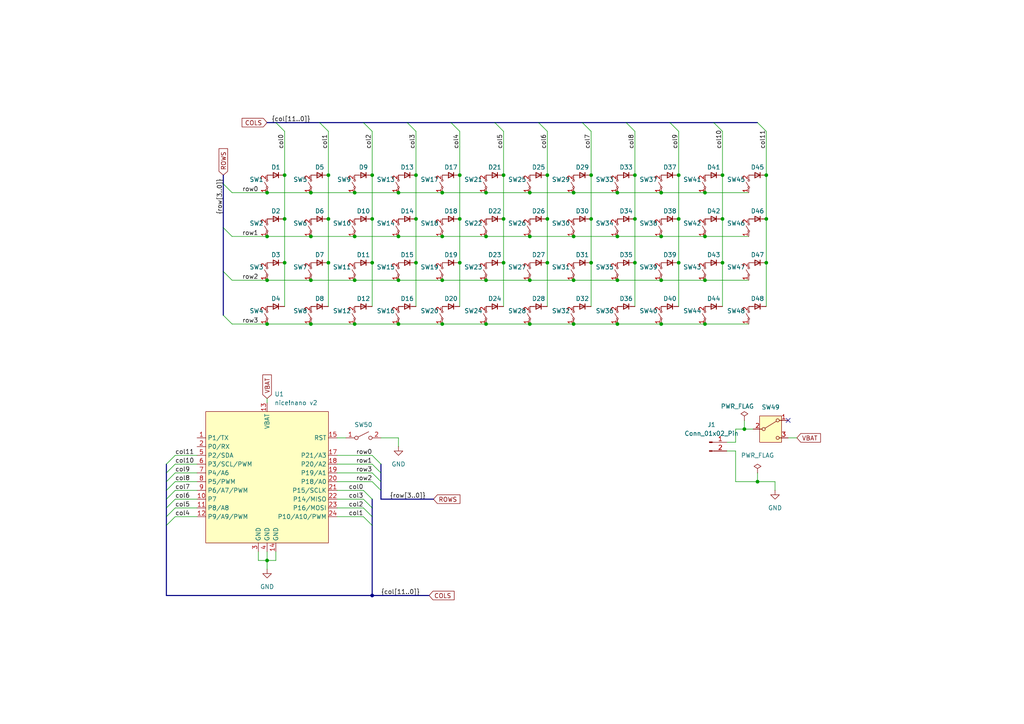
<source format=kicad_sch>
(kicad_sch
	(version 20250114)
	(generator "eeschema")
	(generator_version "9.0")
	(uuid "e3c88f17-e431-4ad8-b491-c68f92a3599e")
	(paper "A4")
	
	(junction
		(at 107.95 63.5)
		(diameter 0)
		(color 0 0 0 0)
		(uuid "002d5ad8-ef74-4beb-8c33-b3c3147abe15")
	)
	(junction
		(at 133.35 50.8)
		(diameter 0)
		(color 0 0 0 0)
		(uuid "00dc2123-9d30-44e7-ad2e-b53ffcf7ec5d")
	)
	(junction
		(at 191.77 81.28)
		(diameter 0)
		(color 0 0 0 0)
		(uuid "03dd787f-bb47-4e1d-bb03-7d61372b039b")
	)
	(junction
		(at 95.25 63.5)
		(diameter 0)
		(color 0 0 0 0)
		(uuid "08497830-24b2-402b-b591-82325c9f6584")
	)
	(junction
		(at 191.77 68.58)
		(diameter 0)
		(color 0 0 0 0)
		(uuid "0d654438-8902-40e4-8e09-55a0836a6ea7")
	)
	(junction
		(at 153.67 68.58)
		(diameter 0)
		(color 0 0 0 0)
		(uuid "0df900b7-f253-49e5-be16-069430e9c15f")
	)
	(junction
		(at 107.95 172.72)
		(diameter 0)
		(color 0 0 0 0)
		(uuid "0fa57eb5-eaa7-4e45-8fbc-a988e3305738")
	)
	(junction
		(at 102.87 81.28)
		(diameter 0)
		(color 0 0 0 0)
		(uuid "14483e4c-b619-41bd-9bf9-70d26f524a25")
	)
	(junction
		(at 158.75 76.2)
		(diameter 0)
		(color 0 0 0 0)
		(uuid "1985963e-0e18-4d15-8d41-9444514dc67f")
	)
	(junction
		(at 158.75 63.5)
		(diameter 0)
		(color 0 0 0 0)
		(uuid "27f97fd4-2c74-4cae-8d8a-9ea46548d652")
	)
	(junction
		(at 77.47 81.28)
		(diameter 0)
		(color 0 0 0 0)
		(uuid "2907d7d0-eef8-43d7-9fe2-512e471c56f0")
	)
	(junction
		(at 102.87 93.98)
		(diameter 0)
		(color 0 0 0 0)
		(uuid "29188768-3ace-4c0a-9c82-cbc0a5df875a")
	)
	(junction
		(at 191.77 93.98)
		(diameter 0)
		(color 0 0 0 0)
		(uuid "291d352b-e74b-4467-ac4d-024c521d11c3")
	)
	(junction
		(at 115.57 55.88)
		(diameter 0)
		(color 0 0 0 0)
		(uuid "2b0a305e-4899-4052-8e5b-7a0dc28c25cb")
	)
	(junction
		(at 82.55 63.5)
		(diameter 0)
		(color 0 0 0 0)
		(uuid "2d814daa-ed4e-4a5a-b92d-ba24c14070d5")
	)
	(junction
		(at 120.65 63.5)
		(diameter 0)
		(color 0 0 0 0)
		(uuid "308d1f96-bee8-4a55-9506-ffbb3f4ccb85")
	)
	(junction
		(at 166.37 81.28)
		(diameter 0)
		(color 0 0 0 0)
		(uuid "33c61722-b1e3-4cc7-997f-579bf9a71d8f")
	)
	(junction
		(at 128.27 68.58)
		(diameter 0)
		(color 0 0 0 0)
		(uuid "37a1e809-3009-4ea4-b53a-bdb3798e9e1f")
	)
	(junction
		(at 77.47 55.88)
		(diameter 0)
		(color 0 0 0 0)
		(uuid "38bd1f97-602b-4f5b-a40a-87875dc43770")
	)
	(junction
		(at 77.47 162.56)
		(diameter 0)
		(color 0 0 0 0)
		(uuid "3c09b5da-21df-42e6-9498-c7ad2ed6be36")
	)
	(junction
		(at 107.95 76.2)
		(diameter 0)
		(color 0 0 0 0)
		(uuid "3d339a16-06a8-4eef-b294-7267ce71ccd4")
	)
	(junction
		(at 179.07 68.58)
		(diameter 0)
		(color 0 0 0 0)
		(uuid "3e6652a5-8b94-4049-94e8-33077a352d8b")
	)
	(junction
		(at 171.45 50.8)
		(diameter 0)
		(color 0 0 0 0)
		(uuid "447b6ff1-7a3e-416b-b5a1-d4c04a3c94e5")
	)
	(junction
		(at 153.67 55.88)
		(diameter 0)
		(color 0 0 0 0)
		(uuid "499602a4-6bb1-41ff-beb6-18e477387ade")
	)
	(junction
		(at 146.05 50.8)
		(diameter 0)
		(color 0 0 0 0)
		(uuid "4a324584-305e-43f6-815d-56aaefdc7f01")
	)
	(junction
		(at 171.45 76.2)
		(diameter 0)
		(color 0 0 0 0)
		(uuid "4eab1886-0c3a-4a47-8c9b-5421d2762887")
	)
	(junction
		(at 140.97 55.88)
		(diameter 0)
		(color 0 0 0 0)
		(uuid "553de34e-403f-41fb-b30d-29975f849280")
	)
	(junction
		(at 120.65 76.2)
		(diameter 0)
		(color 0 0 0 0)
		(uuid "585aca02-751a-4759-9522-72dd35cf4031")
	)
	(junction
		(at 209.55 76.2)
		(diameter 0)
		(color 0 0 0 0)
		(uuid "5b601b5a-122a-49b6-993d-174f839246e2")
	)
	(junction
		(at 153.67 93.98)
		(diameter 0)
		(color 0 0 0 0)
		(uuid "5be27638-5c24-439c-8d07-37f109c5c562")
	)
	(junction
		(at 196.85 63.5)
		(diameter 0)
		(color 0 0 0 0)
		(uuid "5c10175d-9c14-48dc-abe3-455f9ab79efa")
	)
	(junction
		(at 179.07 81.28)
		(diameter 0)
		(color 0 0 0 0)
		(uuid "5f7e5647-f26f-4a8f-a842-e987fdc15e4e")
	)
	(junction
		(at 140.97 68.58)
		(diameter 0)
		(color 0 0 0 0)
		(uuid "6323fc3a-a0fc-4e0c-a0f1-75c856d9067e")
	)
	(junction
		(at 82.55 50.8)
		(diameter 0)
		(color 0 0 0 0)
		(uuid "67991a72-2591-4f23-9dca-80506b00fccf")
	)
	(junction
		(at 219.71 139.7)
		(diameter 0)
		(color 0 0 0 0)
		(uuid "67cd49bd-e2c2-40a4-9fd5-0795ee897dae")
	)
	(junction
		(at 166.37 55.88)
		(diameter 0)
		(color 0 0 0 0)
		(uuid "68ff73ac-8bce-4bc2-8707-e2ed2883066a")
	)
	(junction
		(at 140.97 81.28)
		(diameter 0)
		(color 0 0 0 0)
		(uuid "6a0ed3e0-018e-4932-a1e2-1b837b5fd764")
	)
	(junction
		(at 191.77 55.88)
		(diameter 0)
		(color 0 0 0 0)
		(uuid "6becbc48-d9e2-4946-bd3b-d2aea0a3ae51")
	)
	(junction
		(at 107.95 50.8)
		(diameter 0)
		(color 0 0 0 0)
		(uuid "6eb917dd-8504-48a2-9ac4-8311456b318c")
	)
	(junction
		(at 95.25 50.8)
		(diameter 0)
		(color 0 0 0 0)
		(uuid "6fea4a7a-439d-4ebd-87dd-ef636c9bedcb")
	)
	(junction
		(at 184.15 50.8)
		(diameter 0)
		(color 0 0 0 0)
		(uuid "7a1ef0d2-dec3-46b8-9761-bb8c5ee98fb1")
	)
	(junction
		(at 184.15 76.2)
		(diameter 0)
		(color 0 0 0 0)
		(uuid "7aadb54e-606e-4df2-b290-8a0a691d2ae0")
	)
	(junction
		(at 179.07 55.88)
		(diameter 0)
		(color 0 0 0 0)
		(uuid "7b9aea94-e743-415c-b550-c16c1ce0c22a")
	)
	(junction
		(at 204.47 81.28)
		(diameter 0)
		(color 0 0 0 0)
		(uuid "7bd973cd-6ea2-48e1-b727-f358f8c66f7c")
	)
	(junction
		(at 133.35 76.2)
		(diameter 0)
		(color 0 0 0 0)
		(uuid "7c5737ed-3f85-4b08-98a8-7bcc93d856c8")
	)
	(junction
		(at 90.17 81.28)
		(diameter 0)
		(color 0 0 0 0)
		(uuid "7dfcc26a-0c4e-40e5-a2ac-fd0669be2e6c")
	)
	(junction
		(at 146.05 63.5)
		(diameter 0)
		(color 0 0 0 0)
		(uuid "7f3fa247-d267-4196-ab62-3f3518334270")
	)
	(junction
		(at 184.15 63.5)
		(diameter 0)
		(color 0 0 0 0)
		(uuid "823a8bda-f793-4651-ba48-fd6058637df2")
	)
	(junction
		(at 171.45 63.5)
		(diameter 0)
		(color 0 0 0 0)
		(uuid "856a0de0-cb1e-40f1-8050-dbfeb292e655")
	)
	(junction
		(at 209.55 50.8)
		(diameter 0)
		(color 0 0 0 0)
		(uuid "87b063ef-c59a-42cc-a988-29f8851536ab")
	)
	(junction
		(at 77.47 68.58)
		(diameter 0)
		(color 0 0 0 0)
		(uuid "88289cbb-2c8d-4d5f-97d5-70d72d008253")
	)
	(junction
		(at 140.97 93.98)
		(diameter 0)
		(color 0 0 0 0)
		(uuid "8fa82415-c417-4c2d-ba43-733ae09034ac")
	)
	(junction
		(at 90.17 68.58)
		(diameter 0)
		(color 0 0 0 0)
		(uuid "923526d2-3622-49f9-95e5-053ef5fc2658")
	)
	(junction
		(at 209.55 63.5)
		(diameter 0)
		(color 0 0 0 0)
		(uuid "95de6db7-ceb1-4d44-bbeb-35c8136e6edb")
	)
	(junction
		(at 120.65 50.8)
		(diameter 0)
		(color 0 0 0 0)
		(uuid "98fc4ee6-4329-4ecd-9b81-723a939040a9")
	)
	(junction
		(at 102.87 68.58)
		(diameter 0)
		(color 0 0 0 0)
		(uuid "a21d3467-e585-4ef4-83b9-0211cada653a")
	)
	(junction
		(at 196.85 76.2)
		(diameter 0)
		(color 0 0 0 0)
		(uuid "a2a78e0e-fb81-443e-a577-e9490fa8dfa1")
	)
	(junction
		(at 133.35 63.5)
		(diameter 0)
		(color 0 0 0 0)
		(uuid "a495b52f-2628-43bb-b16b-25c924d80a5f")
	)
	(junction
		(at 204.47 55.88)
		(diameter 0)
		(color 0 0 0 0)
		(uuid "a682478a-2d3d-4bb2-8158-d06e18e5855d")
	)
	(junction
		(at 158.75 50.8)
		(diameter 0)
		(color 0 0 0 0)
		(uuid "a84006bd-85d5-4fd3-95dd-b11e2c812445")
	)
	(junction
		(at 222.25 76.2)
		(diameter 0)
		(color 0 0 0 0)
		(uuid "a9f641df-2058-41fe-b009-5314247b6cc2")
	)
	(junction
		(at 204.47 93.98)
		(diameter 0)
		(color 0 0 0 0)
		(uuid "aa238040-be73-4d90-a5c5-0cb4ab0ba752")
	)
	(junction
		(at 115.57 81.28)
		(diameter 0)
		(color 0 0 0 0)
		(uuid "ab9aafa7-089e-466d-a61f-3d68b471d5b3")
	)
	(junction
		(at 115.57 68.58)
		(diameter 0)
		(color 0 0 0 0)
		(uuid "ae230cff-dbe5-4dc5-84d8-5a3279279a5d")
	)
	(junction
		(at 166.37 93.98)
		(diameter 0)
		(color 0 0 0 0)
		(uuid "b31f79b4-ff4f-40d4-987d-448f55464eee")
	)
	(junction
		(at 128.27 81.28)
		(diameter 0)
		(color 0 0 0 0)
		(uuid "b871b874-2887-4030-93f3-ceb1c721aadf")
	)
	(junction
		(at 95.25 76.2)
		(diameter 0)
		(color 0 0 0 0)
		(uuid "b88f3b1b-d54e-4706-ba26-c407ac30c2c3")
	)
	(junction
		(at 196.85 50.8)
		(diameter 0)
		(color 0 0 0 0)
		(uuid "bb152277-fc91-4370-ad2a-b8952e12732c")
	)
	(junction
		(at 215.9 124.46)
		(diameter 0)
		(color 0 0 0 0)
		(uuid "bbaa9554-e646-41fb-a960-825856b66b1e")
	)
	(junction
		(at 179.07 93.98)
		(diameter 0)
		(color 0 0 0 0)
		(uuid "bc471a03-5742-4d54-a0b4-efc3c741769a")
	)
	(junction
		(at 222.25 63.5)
		(diameter 0)
		(color 0 0 0 0)
		(uuid "c4db0ec5-24f1-41a7-9905-ff7469924e3c")
	)
	(junction
		(at 115.57 93.98)
		(diameter 0)
		(color 0 0 0 0)
		(uuid "c9dd3468-5603-455a-b6bd-a27d177f1492")
	)
	(junction
		(at 222.25 50.8)
		(diameter 0)
		(color 0 0 0 0)
		(uuid "c9df2b56-4fa5-4911-a38f-c4edbd014d33")
	)
	(junction
		(at 90.17 55.88)
		(diameter 0)
		(color 0 0 0 0)
		(uuid "c9f9ddd8-a1c0-4ea6-916a-095863786d70")
	)
	(junction
		(at 204.47 68.58)
		(diameter 0)
		(color 0 0 0 0)
		(uuid "cd31537a-25f2-4f4a-bacd-1b9e56d42d25")
	)
	(junction
		(at 146.05 76.2)
		(diameter 0)
		(color 0 0 0 0)
		(uuid "cf7962ba-7746-4e4e-837f-3ce72181e7f4")
	)
	(junction
		(at 166.37 68.58)
		(diameter 0)
		(color 0 0 0 0)
		(uuid "d5379552-3473-4677-986b-b23e3b73c27a")
	)
	(junction
		(at 102.87 55.88)
		(diameter 0)
		(color 0 0 0 0)
		(uuid "d6893f9a-04b9-4cee-b27a-c9fa4aac671c")
	)
	(junction
		(at 90.17 93.98)
		(diameter 0)
		(color 0 0 0 0)
		(uuid "e19b2db6-5fe6-4180-af8f-a6f3fe2e47cc")
	)
	(junction
		(at 128.27 93.98)
		(diameter 0)
		(color 0 0 0 0)
		(uuid "e6e65e1b-ae58-4a4a-8e7a-bad745465863")
	)
	(junction
		(at 153.67 81.28)
		(diameter 0)
		(color 0 0 0 0)
		(uuid "e7c508b9-1813-4aa3-8105-6c387d4241b8")
	)
	(junction
		(at 82.55 76.2)
		(diameter 0)
		(color 0 0 0 0)
		(uuid "ef5f3edf-6f5b-4836-9d4f-6780cbe53c19")
	)
	(junction
		(at 128.27 55.88)
		(diameter 0)
		(color 0 0 0 0)
		(uuid "f1e2e988-d334-4f7e-babe-8cc404b426e8")
	)
	(junction
		(at 77.47 93.98)
		(diameter 0)
		(color 0 0 0 0)
		(uuid "f81cd84f-5a32-48ec-838b-3ea5ed6e0310")
	)
	(no_connect
		(at 228.6 121.92)
		(uuid "5321128d-8d6d-45bc-a235-b50132ebf69f")
	)
	(bus_entry
		(at 181.61 35.56)
		(size 2.54 2.54)
		(stroke
			(width 0)
			(type default)
		)
		(uuid "009e09f3-3b23-47ef-ad1b-79ff00e87d04")
	)
	(bus_entry
		(at 64.77 91.44)
		(size 2.54 2.54)
		(stroke
			(width 0)
			(type default)
		)
		(uuid "024cf0bc-2802-49aa-8bde-67656e1c8a12")
	)
	(bus_entry
		(at 50.8 144.78)
		(size -2.54 2.54)
		(stroke
			(width 0)
			(type default)
		)
		(uuid "03b26fc9-15eb-461b-868d-b1600ca48be1")
	)
	(bus_entry
		(at 50.8 147.32)
		(size -2.54 2.54)
		(stroke
			(width 0)
			(type default)
		)
		(uuid "0db1af60-e609-40de-8843-4982b19f1c65")
	)
	(bus_entry
		(at 50.8 137.16)
		(size -2.54 2.54)
		(stroke
			(width 0)
			(type default)
		)
		(uuid "0f7ca82b-317f-41fa-9910-3755033761be")
	)
	(bus_entry
		(at 105.41 149.86)
		(size 2.54 2.54)
		(stroke
			(width 0)
			(type default)
		)
		(uuid "0fb38ceb-4dbf-4507-862b-b6269736108a")
	)
	(bus_entry
		(at 50.8 132.08)
		(size -2.54 2.54)
		(stroke
			(width 0)
			(type default)
		)
		(uuid "15072654-3dbf-48ba-9683-512fd51b84b5")
	)
	(bus_entry
		(at 105.41 35.56)
		(size 2.54 2.54)
		(stroke
			(width 0)
			(type default)
		)
		(uuid "20df9d8d-f32f-4f48-8cf8-d3b5ddd102a5")
	)
	(bus_entry
		(at 118.11 35.56)
		(size 2.54 2.54)
		(stroke
			(width 0)
			(type default)
		)
		(uuid "23e9520f-4358-4737-994f-70948e2ef4e4")
	)
	(bus_entry
		(at 143.51 35.56)
		(size 2.54 2.54)
		(stroke
			(width 0)
			(type default)
		)
		(uuid "2f2ec5f1-4936-4315-b05b-43475794fcc3")
	)
	(bus_entry
		(at 194.31 35.56)
		(size 2.54 2.54)
		(stroke
			(width 0)
			(type default)
		)
		(uuid "31409a7d-447e-4f3a-94cc-d9e1e54eb7ef")
	)
	(bus_entry
		(at 207.01 35.56)
		(size 2.54 2.54)
		(stroke
			(width 0)
			(type default)
		)
		(uuid "33a194bb-e8a2-4afb-b030-4e277c0b7d80")
	)
	(bus_entry
		(at 156.21 35.56)
		(size 2.54 2.54)
		(stroke
			(width 0)
			(type default)
		)
		(uuid "375b1d87-0cb0-4a1a-b378-b2d1ce10690a")
	)
	(bus_entry
		(at 64.77 53.34)
		(size 2.54 2.54)
		(stroke
			(width 0)
			(type default)
		)
		(uuid "4dd0e044-8c64-4bde-a209-e47dec1f86d2")
	)
	(bus_entry
		(at 50.8 149.86)
		(size -2.54 2.54)
		(stroke
			(width 0)
			(type default)
		)
		(uuid "538a8068-5738-4036-9521-903be9e9c118")
	)
	(bus_entry
		(at 107.95 134.62)
		(size 2.54 2.54)
		(stroke
			(width 0)
			(type default)
		)
		(uuid "676789f5-fc97-49bb-a6d7-dbb9c049ee94")
	)
	(bus_entry
		(at 50.8 142.24)
		(size -2.54 2.54)
		(stroke
			(width 0)
			(type default)
		)
		(uuid "77a88dbe-258d-4cdb-9b80-c1d45c9bde36")
	)
	(bus_entry
		(at 219.71 35.56)
		(size 2.54 2.54)
		(stroke
			(width 0)
			(type default)
		)
		(uuid "7b4dc7c4-5575-4bbf-a2d6-bb9b5dac9d70")
	)
	(bus_entry
		(at 105.41 144.78)
		(size 2.54 2.54)
		(stroke
			(width 0)
			(type default)
		)
		(uuid "7cf4ddba-73ad-4282-9fb3-422804beed16")
	)
	(bus_entry
		(at 64.77 66.04)
		(size 2.54 2.54)
		(stroke
			(width 0)
			(type default)
		)
		(uuid "82af69a9-c389-46a3-8b78-370df5befe31")
	)
	(bus_entry
		(at 105.41 147.32)
		(size 2.54 2.54)
		(stroke
			(width 0)
			(type default)
		)
		(uuid "89bb9591-bea9-4ad6-b767-85e40b212f46")
	)
	(bus_entry
		(at 107.95 137.16)
		(size 2.54 2.54)
		(stroke
			(width 0)
			(type default)
		)
		(uuid "9408f5ba-d66f-4133-8279-707cf3d63880")
	)
	(bus_entry
		(at 50.8 134.62)
		(size -2.54 2.54)
		(stroke
			(width 0)
			(type default)
		)
		(uuid "b5ab9156-2013-4fe0-9b1f-6fd9bf98af0d")
	)
	(bus_entry
		(at 50.8 139.7)
		(size -2.54 2.54)
		(stroke
			(width 0)
			(type default)
		)
		(uuid "be803e9f-21d5-4a1f-9532-c1871de945d8")
	)
	(bus_entry
		(at 105.41 142.24)
		(size 2.54 2.54)
		(stroke
			(width 0)
			(type default)
		)
		(uuid "c2cf5ad8-fe1e-4efa-83d6-f83cb50cd21f")
	)
	(bus_entry
		(at 107.95 139.7)
		(size 2.54 2.54)
		(stroke
			(width 0)
			(type default)
		)
		(uuid "c4469dd4-09fd-476c-83dc-32383ad52ee8")
	)
	(bus_entry
		(at 130.81 35.56)
		(size 2.54 2.54)
		(stroke
			(width 0)
			(type default)
		)
		(uuid "c95877f7-228f-4604-9bd2-8242d4d63dcf")
	)
	(bus_entry
		(at 80.01 35.56)
		(size 2.54 2.54)
		(stroke
			(width 0)
			(type default)
		)
		(uuid "cf6eb2e0-34dc-43f8-af3a-eb10dfc5cbcc")
	)
	(bus_entry
		(at 168.91 35.56)
		(size 2.54 2.54)
		(stroke
			(width 0)
			(type default)
		)
		(uuid "cfdd6754-68f7-4fcf-9a1d-661794d4e163")
	)
	(bus_entry
		(at 64.77 78.74)
		(size 2.54 2.54)
		(stroke
			(width 0)
			(type default)
		)
		(uuid "dafc99a8-5bf2-4591-a55c-67756ea289b2")
	)
	(bus_entry
		(at 92.71 35.56)
		(size 2.54 2.54)
		(stroke
			(width 0)
			(type default)
		)
		(uuid "ee7bc58b-d793-45a6-a82e-c8e64ad02689")
	)
	(bus_entry
		(at 107.95 132.08)
		(size 2.54 2.54)
		(stroke
			(width 0)
			(type default)
		)
		(uuid "f8f10721-22f0-45a3-89c7-e32e8889c7cd")
	)
	(wire
		(pts
			(xy 90.17 68.58) (xy 102.87 68.58)
		)
		(stroke
			(width 0)
			(type default)
		)
		(uuid "0162c3ba-43a5-4f69-85cd-bd5991c40085")
	)
	(bus
		(pts
			(xy 64.77 78.74) (xy 64.77 91.44)
		)
		(stroke
			(width 0)
			(type default)
		)
		(uuid "02958b57-e133-4492-aaf4-e9fca0451f65")
	)
	(wire
		(pts
			(xy 179.07 68.58) (xy 191.77 68.58)
		)
		(stroke
			(width 0)
			(type default)
		)
		(uuid "03451b7d-bc62-42c4-9136-7443b7a403f5")
	)
	(bus
		(pts
			(xy 194.31 35.56) (xy 207.01 35.56)
		)
		(stroke
			(width 0)
			(type default)
		)
		(uuid "04291727-2b02-4ebd-bad4-197eadb4e8e8")
	)
	(wire
		(pts
			(xy 222.25 63.5) (xy 222.25 76.2)
		)
		(stroke
			(width 0)
			(type default)
		)
		(uuid "058c30f5-9e3b-4cfd-8bd9-54f369a791c5")
	)
	(bus
		(pts
			(xy 48.26 149.86) (xy 48.26 152.4)
		)
		(stroke
			(width 0)
			(type default)
		)
		(uuid "05e62dc0-3bba-4da9-8e51-88c5ec7a3ac6")
	)
	(wire
		(pts
			(xy 97.79 134.62) (xy 107.95 134.62)
		)
		(stroke
			(width 0)
			(type default)
		)
		(uuid "0672f5fd-4e8c-4cc6-982d-b742acb741c9")
	)
	(wire
		(pts
			(xy 171.45 63.5) (xy 171.45 76.2)
		)
		(stroke
			(width 0)
			(type default)
		)
		(uuid "069d45da-e85b-4e87-973e-6d64f646e385")
	)
	(wire
		(pts
			(xy 102.87 55.88) (xy 115.57 55.88)
		)
		(stroke
			(width 0)
			(type default)
		)
		(uuid "06aad752-bd9d-4e00-808d-62260c3b9e57")
	)
	(wire
		(pts
			(xy 120.65 63.5) (xy 120.65 76.2)
		)
		(stroke
			(width 0)
			(type default)
		)
		(uuid "08986c3b-4350-4ebb-b31e-76d3db07ba86")
	)
	(wire
		(pts
			(xy 74.93 162.56) (xy 77.47 162.56)
		)
		(stroke
			(width 0)
			(type default)
		)
		(uuid "0a95a8a7-7aa8-4b62-a20f-1f9b3189d861")
	)
	(wire
		(pts
			(xy 67.31 93.98) (xy 77.47 93.98)
		)
		(stroke
			(width 0)
			(type default)
		)
		(uuid "0bd6f8d5-c98a-405b-aa96-fd6bf9488dee")
	)
	(wire
		(pts
			(xy 204.47 68.58) (xy 217.17 68.58)
		)
		(stroke
			(width 0)
			(type default)
		)
		(uuid "0eec1caa-2be5-417d-be4c-dddc61b7182a")
	)
	(wire
		(pts
			(xy 184.15 38.1) (xy 184.15 50.8)
		)
		(stroke
			(width 0)
			(type default)
		)
		(uuid "0f6a26d6-e4c3-4fc6-9e05-74aff30fb243")
	)
	(wire
		(pts
			(xy 133.35 76.2) (xy 133.35 88.9)
		)
		(stroke
			(width 0)
			(type default)
		)
		(uuid "13a7dc81-5b52-4dcb-840a-8fa2d30d5c67")
	)
	(wire
		(pts
			(xy 209.55 38.1) (xy 209.55 50.8)
		)
		(stroke
			(width 0)
			(type default)
		)
		(uuid "155bd6a8-c584-4115-a308-86a271741765")
	)
	(bus
		(pts
			(xy 48.26 142.24) (xy 48.26 144.78)
		)
		(stroke
			(width 0)
			(type default)
		)
		(uuid "17325e21-017f-42c3-a487-ba2c57a6fd18")
	)
	(wire
		(pts
			(xy 110.49 127) (xy 115.57 127)
		)
		(stroke
			(width 0)
			(type default)
		)
		(uuid "181c0328-30a6-4629-8992-efc13f0a129a")
	)
	(wire
		(pts
			(xy 213.36 128.27) (xy 213.36 124.46)
		)
		(stroke
			(width 0)
			(type default)
		)
		(uuid "187e2e05-f3b4-436f-bff3-ae694b9b945b")
	)
	(wire
		(pts
			(xy 140.97 55.88) (xy 153.67 55.88)
		)
		(stroke
			(width 0)
			(type default)
		)
		(uuid "18ca722d-ca1c-4e4c-907f-873d770a6aae")
	)
	(wire
		(pts
			(xy 213.36 139.7) (xy 219.71 139.7)
		)
		(stroke
			(width 0)
			(type default)
		)
		(uuid "197c8c8b-865d-495e-a396-1fd1d893e39c")
	)
	(bus
		(pts
			(xy 130.81 35.56) (xy 143.51 35.56)
		)
		(stroke
			(width 0)
			(type default)
		)
		(uuid "1a7061fa-54bb-431a-b69f-d5bf86ede603")
	)
	(wire
		(pts
			(xy 77.47 160.02) (xy 77.47 162.56)
		)
		(stroke
			(width 0)
			(type default)
		)
		(uuid "1a9be0c2-ff52-42ad-9250-6924f9ef9724")
	)
	(wire
		(pts
			(xy 50.8 149.86) (xy 57.15 149.86)
		)
		(stroke
			(width 0)
			(type default)
		)
		(uuid "1bd73b1f-872e-4946-bf43-46750a10a642")
	)
	(wire
		(pts
			(xy 97.79 144.78) (xy 105.41 144.78)
		)
		(stroke
			(width 0)
			(type default)
		)
		(uuid "1bef0740-7f1c-4719-960c-cbcfea59235b")
	)
	(wire
		(pts
			(xy 133.35 50.8) (xy 133.35 63.5)
		)
		(stroke
			(width 0)
			(type default)
		)
		(uuid "1c91442f-b5b7-4fc0-a031-546613145ef5")
	)
	(wire
		(pts
			(xy 140.97 93.98) (xy 153.67 93.98)
		)
		(stroke
			(width 0)
			(type default)
		)
		(uuid "1eeb7580-7911-4d9f-bb72-e4e5b8d8a9e0")
	)
	(wire
		(pts
			(xy 50.8 137.16) (xy 57.15 137.16)
		)
		(stroke
			(width 0)
			(type default)
		)
		(uuid "20c17fe0-60b7-4489-a6cd-417bd4e73cc3")
	)
	(bus
		(pts
			(xy 107.95 172.72) (xy 124.46 172.72)
		)
		(stroke
			(width 0)
			(type default)
		)
		(uuid "2268d684-5d60-46ab-ad6e-da75eb2ee41d")
	)
	(wire
		(pts
			(xy 210.82 130.81) (xy 213.36 130.81)
		)
		(stroke
			(width 0)
			(type default)
		)
		(uuid "2672c9e1-06ef-4bbf-8351-b98a0be4f9ee")
	)
	(wire
		(pts
			(xy 153.67 81.28) (xy 166.37 81.28)
		)
		(stroke
			(width 0)
			(type default)
		)
		(uuid "274f0b02-84eb-4ad2-b41a-cd45cf7b911d")
	)
	(wire
		(pts
			(xy 191.77 68.58) (xy 204.47 68.58)
		)
		(stroke
			(width 0)
			(type default)
		)
		(uuid "2918574b-03ac-46f2-a26b-f9b5906fe935")
	)
	(wire
		(pts
			(xy 67.31 81.28) (xy 77.47 81.28)
		)
		(stroke
			(width 0)
			(type default)
		)
		(uuid "2a137223-6e53-424a-9d9c-f8335fd00951")
	)
	(wire
		(pts
			(xy 166.37 55.88) (xy 179.07 55.88)
		)
		(stroke
			(width 0)
			(type default)
		)
		(uuid "2aea9cfb-153a-4e60-96f5-14d69729bb10")
	)
	(wire
		(pts
			(xy 115.57 55.88) (xy 128.27 55.88)
		)
		(stroke
			(width 0)
			(type default)
		)
		(uuid "2c830e75-18bc-4e07-913e-56b0e3a30ac6")
	)
	(wire
		(pts
			(xy 210.82 128.27) (xy 213.36 128.27)
		)
		(stroke
			(width 0)
			(type default)
		)
		(uuid "2cc9b9e6-600c-4c2c-8f12-e4608ec7e72e")
	)
	(wire
		(pts
			(xy 107.95 76.2) (xy 107.95 88.9)
		)
		(stroke
			(width 0)
			(type default)
		)
		(uuid "2d8497a2-23df-4917-abab-27a2cb6b3de8")
	)
	(wire
		(pts
			(xy 97.79 149.86) (xy 105.41 149.86)
		)
		(stroke
			(width 0)
			(type default)
		)
		(uuid "30a7c3cb-ccdb-4852-9315-48b250cf81d2")
	)
	(wire
		(pts
			(xy 213.36 124.46) (xy 215.9 124.46)
		)
		(stroke
			(width 0)
			(type default)
		)
		(uuid "30d6e751-956f-4790-8310-65e0162c152d")
	)
	(wire
		(pts
			(xy 166.37 81.28) (xy 179.07 81.28)
		)
		(stroke
			(width 0)
			(type default)
		)
		(uuid "31259cb4-041c-4121-8edf-ac14cbbb9799")
	)
	(bus
		(pts
			(xy 105.41 35.56) (xy 118.11 35.56)
		)
		(stroke
			(width 0)
			(type default)
		)
		(uuid "328e365a-5681-45dd-8928-5d0dddb11be9")
	)
	(wire
		(pts
			(xy 158.75 50.8) (xy 158.75 63.5)
		)
		(stroke
			(width 0)
			(type default)
		)
		(uuid "335a1c41-abc6-40cf-8613-8121656b7432")
	)
	(wire
		(pts
			(xy 219.71 137.16) (xy 219.71 139.7)
		)
		(stroke
			(width 0)
			(type default)
		)
		(uuid "3663c8d3-4477-4364-9b2a-cf3cc92cd3bf")
	)
	(wire
		(pts
			(xy 196.85 50.8) (xy 196.85 63.5)
		)
		(stroke
			(width 0)
			(type default)
		)
		(uuid "3b5a345e-98ac-47df-b7ef-4f40c1bea72a")
	)
	(bus
		(pts
			(xy 107.95 144.78) (xy 107.95 147.32)
		)
		(stroke
			(width 0)
			(type default)
		)
		(uuid "3db2d6e6-f50c-4344-ace5-c0f4ed17709d")
	)
	(wire
		(pts
			(xy 97.79 142.24) (xy 105.41 142.24)
		)
		(stroke
			(width 0)
			(type default)
		)
		(uuid "3dfe4c5d-acbc-4eb4-927f-d6d106966a2b")
	)
	(wire
		(pts
			(xy 215.9 124.46) (xy 218.44 124.46)
		)
		(stroke
			(width 0)
			(type default)
		)
		(uuid "3ee70f4a-aa94-4b0d-bdb4-850e77d913c0")
	)
	(bus
		(pts
			(xy 48.26 147.32) (xy 48.26 149.86)
		)
		(stroke
			(width 0)
			(type default)
		)
		(uuid "40534e3b-4397-4b30-98de-a91f95750d04")
	)
	(wire
		(pts
			(xy 77.47 115.57) (xy 77.47 116.84)
		)
		(stroke
			(width 0)
			(type default)
		)
		(uuid "41e30b1a-cd06-4013-b32a-17b90ce4fca1")
	)
	(wire
		(pts
			(xy 179.07 93.98) (xy 191.77 93.98)
		)
		(stroke
			(width 0)
			(type default)
		)
		(uuid "42287cfb-7edf-4cf1-b64b-3fe7651992e6")
	)
	(bus
		(pts
			(xy 48.26 139.7) (xy 48.26 142.24)
		)
		(stroke
			(width 0)
			(type default)
		)
		(uuid "42e0fa73-8e21-4f20-85a2-44a96197a3d1")
	)
	(wire
		(pts
			(xy 50.8 144.78) (xy 57.15 144.78)
		)
		(stroke
			(width 0)
			(type default)
		)
		(uuid "43caf4ff-bf32-4ff6-9466-0efe0c78818e")
	)
	(bus
		(pts
			(xy 107.95 147.32) (xy 107.95 149.86)
		)
		(stroke
			(width 0)
			(type default)
		)
		(uuid "44318cdc-37e4-49c0-9dd9-54303f5fcec3")
	)
	(wire
		(pts
			(xy 209.55 63.5) (xy 209.55 76.2)
		)
		(stroke
			(width 0)
			(type default)
		)
		(uuid "461370f2-6a3c-40c6-918a-a294df67609c")
	)
	(wire
		(pts
			(xy 50.8 142.24) (xy 57.15 142.24)
		)
		(stroke
			(width 0)
			(type default)
		)
		(uuid "481bef70-569e-4315-8aff-4c149627208b")
	)
	(wire
		(pts
			(xy 95.25 63.5) (xy 95.25 76.2)
		)
		(stroke
			(width 0)
			(type default)
		)
		(uuid "48ce36cd-1d05-4efa-9df7-0176c4c5a495")
	)
	(bus
		(pts
			(xy 77.47 35.56) (xy 80.01 35.56)
		)
		(stroke
			(width 0)
			(type default)
		)
		(uuid "49e7cc91-02e6-4cac-8c44-537ca4894671")
	)
	(wire
		(pts
			(xy 153.67 93.98) (xy 166.37 93.98)
		)
		(stroke
			(width 0)
			(type default)
		)
		(uuid "4c77742a-8aff-4851-ad0b-5f8109f67b8b")
	)
	(wire
		(pts
			(xy 171.45 38.1) (xy 171.45 50.8)
		)
		(stroke
			(width 0)
			(type default)
		)
		(uuid "50565201-0f1d-4784-9745-01fc6aa13b69")
	)
	(bus
		(pts
			(xy 156.21 35.56) (xy 168.91 35.56)
		)
		(stroke
			(width 0)
			(type default)
		)
		(uuid "55328943-aab0-4cf3-81b2-57226753aea6")
	)
	(wire
		(pts
			(xy 102.87 68.58) (xy 115.57 68.58)
		)
		(stroke
			(width 0)
			(type default)
		)
		(uuid "58760970-9e82-4a9a-b91d-1238264a90b0")
	)
	(wire
		(pts
			(xy 77.47 81.28) (xy 90.17 81.28)
		)
		(stroke
			(width 0)
			(type default)
		)
		(uuid "594b80ca-08f6-4388-a252-c7640890c2d5")
	)
	(wire
		(pts
			(xy 222.25 76.2) (xy 222.25 88.9)
		)
		(stroke
			(width 0)
			(type default)
		)
		(uuid "5a8ba873-6306-44aa-9058-75d7bbf0968d")
	)
	(wire
		(pts
			(xy 115.57 68.58) (xy 128.27 68.58)
		)
		(stroke
			(width 0)
			(type default)
		)
		(uuid "5db2f3c5-9b02-4818-8391-77992921f88f")
	)
	(wire
		(pts
			(xy 95.25 38.1) (xy 95.25 50.8)
		)
		(stroke
			(width 0)
			(type default)
		)
		(uuid "5db442d1-df20-4075-9d8c-e9df2aa06108")
	)
	(wire
		(pts
			(xy 184.15 63.5) (xy 184.15 76.2)
		)
		(stroke
			(width 0)
			(type default)
		)
		(uuid "5f6191de-1518-4a62-a1a0-ee3a188b767e")
	)
	(wire
		(pts
			(xy 90.17 55.88) (xy 102.87 55.88)
		)
		(stroke
			(width 0)
			(type default)
		)
		(uuid "60765b41-e87a-41e8-9ae8-ac18ea66d3ae")
	)
	(wire
		(pts
			(xy 209.55 50.8) (xy 209.55 63.5)
		)
		(stroke
			(width 0)
			(type default)
		)
		(uuid "6257f58c-d716-456b-a7a2-8ae2ee2df264")
	)
	(wire
		(pts
			(xy 171.45 76.2) (xy 171.45 88.9)
		)
		(stroke
			(width 0)
			(type default)
		)
		(uuid "662bdfa5-4e19-4d9c-9560-6080fefbb078")
	)
	(wire
		(pts
			(xy 219.71 139.7) (xy 224.79 139.7)
		)
		(stroke
			(width 0)
			(type default)
		)
		(uuid "671ae363-e776-4e1e-82fd-e512d1e0fec3")
	)
	(wire
		(pts
			(xy 115.57 93.98) (xy 128.27 93.98)
		)
		(stroke
			(width 0)
			(type default)
		)
		(uuid "673f7fe7-00af-4436-92a1-877f994a09cf")
	)
	(bus
		(pts
			(xy 48.26 152.4) (xy 48.26 172.72)
		)
		(stroke
			(width 0)
			(type default)
		)
		(uuid "678c474a-6003-4933-9878-0a45e08f9932")
	)
	(wire
		(pts
			(xy 146.05 76.2) (xy 146.05 88.9)
		)
		(stroke
			(width 0)
			(type default)
		)
		(uuid "682ab370-0d10-44e7-8279-f0c997433c14")
	)
	(bus
		(pts
			(xy 110.49 144.78) (xy 125.73 144.78)
		)
		(stroke
			(width 0)
			(type default)
		)
		(uuid "6b316990-3f79-403d-ae2d-aaf012250fa4")
	)
	(wire
		(pts
			(xy 107.95 63.5) (xy 107.95 76.2)
		)
		(stroke
			(width 0)
			(type default)
		)
		(uuid "6b48b785-5573-4bf7-881b-13a11714d477")
	)
	(wire
		(pts
			(xy 133.35 38.1) (xy 133.35 50.8)
		)
		(stroke
			(width 0)
			(type default)
		)
		(uuid "6f3329be-2ae4-4a7d-8b5d-f0a03186e27a")
	)
	(bus
		(pts
			(xy 48.26 144.78) (xy 48.26 147.32)
		)
		(stroke
			(width 0)
			(type default)
		)
		(uuid "70282505-2269-4cc1-84d9-62adb1e620f4")
	)
	(wire
		(pts
			(xy 213.36 130.81) (xy 213.36 139.7)
		)
		(stroke
			(width 0)
			(type default)
		)
		(uuid "7043e3e8-dca2-42fb-b402-d655598a6765")
	)
	(wire
		(pts
			(xy 204.47 93.98) (xy 217.17 93.98)
		)
		(stroke
			(width 0)
			(type default)
		)
		(uuid "7326fccf-dca2-44e4-8a4f-3d8181da0163")
	)
	(wire
		(pts
			(xy 191.77 81.28) (xy 204.47 81.28)
		)
		(stroke
			(width 0)
			(type default)
		)
		(uuid "74a46798-82a6-4e56-91eb-39cfd9f41602")
	)
	(wire
		(pts
			(xy 82.55 38.1) (xy 82.55 50.8)
		)
		(stroke
			(width 0)
			(type default)
		)
		(uuid "76ddbda5-5bfe-4201-a3d3-11b3501a5d7f")
	)
	(wire
		(pts
			(xy 77.47 162.56) (xy 77.47 165.1)
		)
		(stroke
			(width 0)
			(type default)
		)
		(uuid "78a1b914-60db-497e-8359-dc8a1aada26b")
	)
	(wire
		(pts
			(xy 158.75 76.2) (xy 158.75 88.9)
		)
		(stroke
			(width 0)
			(type default)
		)
		(uuid "7a6492de-ec9e-4f1c-9bcb-317bb661086f")
	)
	(wire
		(pts
			(xy 50.8 139.7) (xy 57.15 139.7)
		)
		(stroke
			(width 0)
			(type default)
		)
		(uuid "7b104d25-0c37-4a90-9cd4-a0a384b8a900")
	)
	(wire
		(pts
			(xy 97.79 132.08) (xy 107.95 132.08)
		)
		(stroke
			(width 0)
			(type default)
		)
		(uuid "7c96f231-b120-4ff0-ad2a-c424147ae7d0")
	)
	(wire
		(pts
			(xy 74.93 160.02) (xy 74.93 162.56)
		)
		(stroke
			(width 0)
			(type default)
		)
		(uuid "7e5ecc3b-7fa8-4fa0-bd10-4e7ae53b5fa9")
	)
	(wire
		(pts
			(xy 90.17 93.98) (xy 102.87 93.98)
		)
		(stroke
			(width 0)
			(type default)
		)
		(uuid "7eeb267d-4813-4afe-bb24-5a661564f691")
	)
	(bus
		(pts
			(xy 92.71 35.56) (xy 105.41 35.56)
		)
		(stroke
			(width 0)
			(type default)
		)
		(uuid "806bcefa-77b7-4c51-ac83-0c70f4b7fcdb")
	)
	(wire
		(pts
			(xy 128.27 68.58) (xy 140.97 68.58)
		)
		(stroke
			(width 0)
			(type default)
		)
		(uuid "828ae125-c6ce-491f-ba29-ab4b707e38c9")
	)
	(wire
		(pts
			(xy 102.87 81.28) (xy 115.57 81.28)
		)
		(stroke
			(width 0)
			(type default)
		)
		(uuid "834a4512-bc08-4fd3-8076-f5347a87de26")
	)
	(bus
		(pts
			(xy 80.01 35.56) (xy 92.71 35.56)
		)
		(stroke
			(width 0)
			(type default)
		)
		(uuid "83d0b95e-8c55-411e-a9b0-1a236375bb69")
	)
	(bus
		(pts
			(xy 48.26 134.62) (xy 48.26 137.16)
		)
		(stroke
			(width 0)
			(type default)
		)
		(uuid "84c04847-68c8-49d7-af1a-4d6d472a9304")
	)
	(wire
		(pts
			(xy 204.47 55.88) (xy 217.17 55.88)
		)
		(stroke
			(width 0)
			(type default)
		)
		(uuid "86d8eb94-f7c8-49c8-9939-2df9131af6b7")
	)
	(wire
		(pts
			(xy 128.27 55.88) (xy 140.97 55.88)
		)
		(stroke
			(width 0)
			(type default)
		)
		(uuid "871bce0b-2d3d-40b5-8cfa-87f506f82159")
	)
	(bus
		(pts
			(xy 168.91 35.56) (xy 181.61 35.56)
		)
		(stroke
			(width 0)
			(type default)
		)
		(uuid "87363115-5ac4-4bbb-b120-f93a83397d03")
	)
	(bus
		(pts
			(xy 118.11 35.56) (xy 130.81 35.56)
		)
		(stroke
			(width 0)
			(type default)
		)
		(uuid "878564cf-7723-499d-a8a8-4988315b40b0")
	)
	(wire
		(pts
			(xy 67.31 68.58) (xy 77.47 68.58)
		)
		(stroke
			(width 0)
			(type default)
		)
		(uuid "8d2f5a67-d9e3-42fb-a6c2-7d6cf9763224")
	)
	(wire
		(pts
			(xy 224.79 139.7) (xy 224.79 142.24)
		)
		(stroke
			(width 0)
			(type default)
		)
		(uuid "8d2fe507-c637-4f34-a560-d182fcc4a1e5")
	)
	(bus
		(pts
			(xy 110.49 142.24) (xy 110.49 144.78)
		)
		(stroke
			(width 0)
			(type default)
		)
		(uuid "90de9165-8d20-46af-abf9-699c46ce9b04")
	)
	(wire
		(pts
			(xy 171.45 50.8) (xy 171.45 63.5)
		)
		(stroke
			(width 0)
			(type default)
		)
		(uuid "941a338a-405f-4f62-972e-25c15902453d")
	)
	(wire
		(pts
			(xy 191.77 93.98) (xy 204.47 93.98)
		)
		(stroke
			(width 0)
			(type default)
		)
		(uuid "953fc926-26d8-4ef5-91a6-3a516e23d0a1")
	)
	(wire
		(pts
			(xy 77.47 55.88) (xy 90.17 55.88)
		)
		(stroke
			(width 0)
			(type default)
		)
		(uuid "96fa12ae-91c4-43bf-8eb2-acc805349a55")
	)
	(wire
		(pts
			(xy 82.55 76.2) (xy 82.55 88.9)
		)
		(stroke
			(width 0)
			(type default)
		)
		(uuid "9a5b5bc9-25e2-43e9-8776-26c3e518e894")
	)
	(wire
		(pts
			(xy 215.9 121.92) (xy 215.9 124.46)
		)
		(stroke
			(width 0)
			(type default)
		)
		(uuid "9bbfbe72-9b85-4656-8465-f0d806684adb")
	)
	(bus
		(pts
			(xy 48.26 137.16) (xy 48.26 139.7)
		)
		(stroke
			(width 0)
			(type default)
		)
		(uuid "9cca96d5-d067-47b4-a0ad-b5f53e2e0251")
	)
	(wire
		(pts
			(xy 222.25 38.1) (xy 222.25 50.8)
		)
		(stroke
			(width 0)
			(type default)
		)
		(uuid "9e5d3a16-4426-4f9e-92ec-896508c5ba1c")
	)
	(wire
		(pts
			(xy 97.79 139.7) (xy 107.95 139.7)
		)
		(stroke
			(width 0)
			(type default)
		)
		(uuid "9e8c8de8-0c44-4eb1-b6dd-14cf5f89b45a")
	)
	(bus
		(pts
			(xy 181.61 35.56) (xy 194.31 35.56)
		)
		(stroke
			(width 0)
			(type default)
		)
		(uuid "a188836b-9896-4eab-9366-b5e4c87797c9")
	)
	(bus
		(pts
			(xy 110.49 134.62) (xy 110.49 137.16)
		)
		(stroke
			(width 0)
			(type default)
		)
		(uuid "a1c6a056-b78f-4ebe-ba35-5cf4ff23ea7a")
	)
	(bus
		(pts
			(xy 64.77 53.34) (xy 64.77 66.04)
		)
		(stroke
			(width 0)
			(type default)
		)
		(uuid "a1ca8548-8cb5-44b7-8d9d-8055ad24638a")
	)
	(bus
		(pts
			(xy 107.95 152.4) (xy 107.95 172.72)
		)
		(stroke
			(width 0)
			(type default)
		)
		(uuid "a2dcf78b-6f9a-4cfc-a20d-1cb6b16c005d")
	)
	(wire
		(pts
			(xy 146.05 63.5) (xy 146.05 76.2)
		)
		(stroke
			(width 0)
			(type default)
		)
		(uuid "a69d3c1a-0d18-42df-b196-45be505807c5")
	)
	(wire
		(pts
			(xy 209.55 76.2) (xy 209.55 88.9)
		)
		(stroke
			(width 0)
			(type default)
		)
		(uuid "a6d66862-d135-4587-9983-246b2d601374")
	)
	(wire
		(pts
			(xy 97.79 127) (xy 100.33 127)
		)
		(stroke
			(width 0)
			(type default)
		)
		(uuid "a9162426-c9c5-4561-b52c-fbbcdec87b7b")
	)
	(bus
		(pts
			(xy 143.51 35.56) (xy 156.21 35.56)
		)
		(stroke
			(width 0)
			(type default)
		)
		(uuid "ae1d2a69-4c84-4291-b747-686166e8ae35")
	)
	(wire
		(pts
			(xy 204.47 81.28) (xy 217.17 81.28)
		)
		(stroke
			(width 0)
			(type default)
		)
		(uuid "afc59144-8388-4b6f-8884-3e9bb5b5b79f")
	)
	(wire
		(pts
			(xy 158.75 63.5) (xy 158.75 76.2)
		)
		(stroke
			(width 0)
			(type default)
		)
		(uuid "b12b2317-6434-4d44-9c9d-a67697d8f5ee")
	)
	(wire
		(pts
			(xy 67.31 55.88) (xy 77.47 55.88)
		)
		(stroke
			(width 0)
			(type default)
		)
		(uuid "b541bf95-db81-4740-be60-731c6666d1e3")
	)
	(wire
		(pts
			(xy 179.07 55.88) (xy 191.77 55.88)
		)
		(stroke
			(width 0)
			(type default)
		)
		(uuid "b7893df5-c601-48b5-bda8-33c74ff4706b")
	)
	(wire
		(pts
			(xy 90.17 81.28) (xy 102.87 81.28)
		)
		(stroke
			(width 0)
			(type default)
		)
		(uuid "b7faee90-db22-449a-9d71-b222b6b1324f")
	)
	(bus
		(pts
			(xy 207.01 35.56) (xy 219.71 35.56)
		)
		(stroke
			(width 0)
			(type default)
		)
		(uuid "b8cb174e-dd74-49dd-aa33-b1c75a5bab8a")
	)
	(wire
		(pts
			(xy 133.35 63.5) (xy 133.35 76.2)
		)
		(stroke
			(width 0)
			(type default)
		)
		(uuid "bbcbcb1b-fed3-4d27-9723-897419c8bbfd")
	)
	(wire
		(pts
			(xy 115.57 127) (xy 115.57 129.54)
		)
		(stroke
			(width 0)
			(type default)
		)
		(uuid "bc7092d5-c102-411e-9834-582d747d0db8")
	)
	(wire
		(pts
			(xy 77.47 68.58) (xy 90.17 68.58)
		)
		(stroke
			(width 0)
			(type default)
		)
		(uuid "c00d3b84-a9d1-4e0c-b7e2-87cb6dba2b8e")
	)
	(bus
		(pts
			(xy 64.77 66.04) (xy 64.77 78.74)
		)
		(stroke
			(width 0)
			(type default)
		)
		(uuid "c1d436ea-97f9-47a4-b9a0-67024cfc064d")
	)
	(wire
		(pts
			(xy 153.67 55.88) (xy 166.37 55.88)
		)
		(stroke
			(width 0)
			(type default)
		)
		(uuid "c455ac4f-4b2c-4fa1-a741-bbcaef878cfd")
	)
	(wire
		(pts
			(xy 77.47 93.98) (xy 90.17 93.98)
		)
		(stroke
			(width 0)
			(type default)
		)
		(uuid "c4627235-055f-45ad-bd6e-cf8d0dc0b719")
	)
	(wire
		(pts
			(xy 120.65 38.1) (xy 120.65 50.8)
		)
		(stroke
			(width 0)
			(type default)
		)
		(uuid "c4682b55-5828-46a7-b90c-4d54571fbc6d")
	)
	(wire
		(pts
			(xy 50.8 134.62) (xy 57.15 134.62)
		)
		(stroke
			(width 0)
			(type default)
		)
		(uuid "c5186cd9-dd98-44ff-9966-fc8dd0f912db")
	)
	(wire
		(pts
			(xy 120.65 50.8) (xy 120.65 63.5)
		)
		(stroke
			(width 0)
			(type default)
		)
		(uuid "c5f9f716-7565-4fbe-a0a6-b725573f825e")
	)
	(wire
		(pts
			(xy 228.6 127) (xy 231.14 127)
		)
		(stroke
			(width 0)
			(type default)
		)
		(uuid "c71144ef-6a8a-44cc-b754-09ff6d0e26f2")
	)
	(wire
		(pts
			(xy 153.67 68.58) (xy 166.37 68.58)
		)
		(stroke
			(width 0)
			(type default)
		)
		(uuid "c81ae9f6-3d42-48f8-9915-37c32dbe07b8")
	)
	(wire
		(pts
			(xy 140.97 68.58) (xy 153.67 68.58)
		)
		(stroke
			(width 0)
			(type default)
		)
		(uuid "cbb1bb3b-a287-47b6-b3c6-447d685b60b3")
	)
	(wire
		(pts
			(xy 222.25 50.8) (xy 222.25 63.5)
		)
		(stroke
			(width 0)
			(type default)
		)
		(uuid "cc5a3bf5-4cb3-4c92-abab-75699000268b")
	)
	(wire
		(pts
			(xy 80.01 162.56) (xy 80.01 160.02)
		)
		(stroke
			(width 0)
			(type default)
		)
		(uuid "cef40705-1bbd-40c0-9f6a-cdd2efebf230")
	)
	(wire
		(pts
			(xy 77.47 162.56) (xy 80.01 162.56)
		)
		(stroke
			(width 0)
			(type default)
		)
		(uuid "cf6b47c1-2899-430f-beac-dfcfc82e1147")
	)
	(wire
		(pts
			(xy 179.07 81.28) (xy 191.77 81.28)
		)
		(stroke
			(width 0)
			(type default)
		)
		(uuid "d0f8c4c1-e25f-4789-a457-9c73492f442e")
	)
	(bus
		(pts
			(xy 107.95 172.72) (xy 48.26 172.72)
		)
		(stroke
			(width 0)
			(type default)
		)
		(uuid "d1dd6b35-d143-4dca-b09a-b582629f4881")
	)
	(wire
		(pts
			(xy 50.8 147.32) (xy 57.15 147.32)
		)
		(stroke
			(width 0)
			(type default)
		)
		(uuid "d1e1c4ca-cbaa-4e0a-b57f-827d535864f0")
	)
	(wire
		(pts
			(xy 196.85 63.5) (xy 196.85 76.2)
		)
		(stroke
			(width 0)
			(type default)
		)
		(uuid "d3e35f10-5926-4baf-af66-4e98adc4855a")
	)
	(bus
		(pts
			(xy 110.49 137.16) (xy 110.49 139.7)
		)
		(stroke
			(width 0)
			(type default)
		)
		(uuid "d3f53d4b-e87c-46ba-9e0d-b1125b0d0334")
	)
	(wire
		(pts
			(xy 115.57 81.28) (xy 128.27 81.28)
		)
		(stroke
			(width 0)
			(type default)
		)
		(uuid "d45e86a0-713c-42f7-81a6-9b326f9ff82d")
	)
	(wire
		(pts
			(xy 140.97 81.28) (xy 153.67 81.28)
		)
		(stroke
			(width 0)
			(type default)
		)
		(uuid "d4766677-9e8c-404c-ad76-660299e6fd1c")
	)
	(wire
		(pts
			(xy 191.77 55.88) (xy 204.47 55.88)
		)
		(stroke
			(width 0)
			(type default)
		)
		(uuid "d6bb38c0-76a8-4ebb-aa35-e2452d16ec4f")
	)
	(wire
		(pts
			(xy 166.37 93.98) (xy 179.07 93.98)
		)
		(stroke
			(width 0)
			(type default)
		)
		(uuid "d7bf18ed-0b5f-4f75-8b11-52ccbfa3ad42")
	)
	(bus
		(pts
			(xy 110.49 139.7) (xy 110.49 142.24)
		)
		(stroke
			(width 0)
			(type default)
		)
		(uuid "d820c2d8-cb77-487c-b044-ea43cef42f1c")
	)
	(wire
		(pts
			(xy 120.65 76.2) (xy 120.65 88.9)
		)
		(stroke
			(width 0)
			(type default)
		)
		(uuid "d863682b-55fe-44aa-ae64-6ccea1f3f7ea")
	)
	(wire
		(pts
			(xy 196.85 76.2) (xy 196.85 88.9)
		)
		(stroke
			(width 0)
			(type default)
		)
		(uuid "dcc3e045-9968-4169-8a30-5b81a63f2bd9")
	)
	(wire
		(pts
			(xy 107.95 38.1) (xy 107.95 50.8)
		)
		(stroke
			(width 0)
			(type default)
		)
		(uuid "ddfc8433-bd3e-4f47-81e1-3eee19d361ed")
	)
	(wire
		(pts
			(xy 146.05 50.8) (xy 146.05 63.5)
		)
		(stroke
			(width 0)
			(type default)
		)
		(uuid "ddfebe92-48f4-4467-a18d-09ba49798db1")
	)
	(wire
		(pts
			(xy 97.79 137.16) (xy 107.95 137.16)
		)
		(stroke
			(width 0)
			(type default)
		)
		(uuid "e104c692-5487-490e-a445-c9fefafbba9d")
	)
	(wire
		(pts
			(xy 50.8 132.08) (xy 57.15 132.08)
		)
		(stroke
			(width 0)
			(type default)
		)
		(uuid "e4c4af3f-7990-416f-b1a7-d94caa9b9d74")
	)
	(wire
		(pts
			(xy 95.25 76.2) (xy 95.25 88.9)
		)
		(stroke
			(width 0)
			(type default)
		)
		(uuid "e586fae2-5dc7-44c0-bbdc-f62aede97439")
	)
	(bus
		(pts
			(xy 107.95 149.86) (xy 107.95 152.4)
		)
		(stroke
			(width 0)
			(type default)
		)
		(uuid "e7251af3-b18f-438c-9866-af981b4647d4")
	)
	(wire
		(pts
			(xy 158.75 38.1) (xy 158.75 50.8)
		)
		(stroke
			(width 0)
			(type default)
		)
		(uuid "e884eb82-6547-4f64-b651-b06110a14a27")
	)
	(wire
		(pts
			(xy 196.85 38.1) (xy 196.85 50.8)
		)
		(stroke
			(width 0)
			(type default)
		)
		(uuid "e9363009-52d2-46b5-8de4-40798fbc87fc")
	)
	(wire
		(pts
			(xy 82.55 63.5) (xy 82.55 76.2)
		)
		(stroke
			(width 0)
			(type default)
		)
		(uuid "ebb4f0ec-1abd-428c-924e-15bfecf1b046")
	)
	(wire
		(pts
			(xy 146.05 38.1) (xy 146.05 50.8)
		)
		(stroke
			(width 0)
			(type default)
		)
		(uuid "ebdc958c-0256-4074-a260-aa9698b0fddc")
	)
	(wire
		(pts
			(xy 128.27 93.98) (xy 140.97 93.98)
		)
		(stroke
			(width 0)
			(type default)
		)
		(uuid "ed478304-46b1-4650-9f44-de4bfcf3e11b")
	)
	(wire
		(pts
			(xy 82.55 50.8) (xy 82.55 63.5)
		)
		(stroke
			(width 0)
			(type default)
		)
		(uuid "ee9d0fef-8806-4ec4-baea-331236a9372d")
	)
	(wire
		(pts
			(xy 128.27 81.28) (xy 140.97 81.28)
		)
		(stroke
			(width 0)
			(type default)
		)
		(uuid "ef82b1e4-18b1-4b1d-9247-dc2ffe69e4dc")
	)
	(wire
		(pts
			(xy 184.15 76.2) (xy 184.15 88.9)
		)
		(stroke
			(width 0)
			(type default)
		)
		(uuid "f1a05085-77b5-4fa7-99fa-b20a34db4231")
	)
	(wire
		(pts
			(xy 97.79 147.32) (xy 105.41 147.32)
		)
		(stroke
			(width 0)
			(type default)
		)
		(uuid "f1f359a8-b803-4e1b-bf2d-3b297bb9e537")
	)
	(wire
		(pts
			(xy 102.87 93.98) (xy 115.57 93.98)
		)
		(stroke
			(width 0)
			(type default)
		)
		(uuid "f3da64b5-2214-489a-abf2-0daa5a10f2b6")
	)
	(wire
		(pts
			(xy 166.37 68.58) (xy 179.07 68.58)
		)
		(stroke
			(width 0)
			(type default)
		)
		(uuid "fa19ece2-29d9-400f-90aa-a79047d47452")
	)
	(wire
		(pts
			(xy 107.95 50.8) (xy 107.95 63.5)
		)
		(stroke
			(width 0)
			(type default)
		)
		(uuid "fd6890ef-ab3d-4b07-8e64-554406cb1033")
	)
	(wire
		(pts
			(xy 184.15 50.8) (xy 184.15 63.5)
		)
		(stroke
			(width 0)
			(type default)
		)
		(uuid "fdecfa57-e49f-4eb0-a5e5-66df3841ff4c")
	)
	(bus
		(pts
			(xy 64.77 50.8) (xy 64.77 53.34)
		)
		(stroke
			(width 0)
			(type default)
		)
		(uuid "fe80f8d2-3a6b-4aeb-80a8-ee9e83aca799")
	)
	(wire
		(pts
			(xy 95.25 50.8) (xy 95.25 63.5)
		)
		(stroke
			(width 0)
			(type default)
		)
		(uuid "ff49b99d-8f5c-40f7-a132-60bd57ad04a0")
	)
	(label "col1"
		(at 105.41 149.86 180)
		(effects
			(font
				(size 1.27 1.27)
			)
			(justify right bottom)
		)
		(uuid "10aee71d-341b-45ca-bb15-69228029cef9")
	)
	(label "col2"
		(at 107.95 43.18 90)
		(effects
			(font
				(size 1.27 1.27)
			)
			(justify left bottom)
		)
		(uuid "1fd62e40-49dd-4cad-94ae-f3255fcb1ff2")
	)
	(label "col4"
		(at 50.8 149.86 0)
		(effects
			(font
				(size 1.27 1.27)
			)
			(justify left bottom)
		)
		(uuid "2c16c44b-0543-4642-9f11-a84a6f9b3c7f")
	)
	(label "col7"
		(at 50.8 142.24 0)
		(effects
			(font
				(size 1.27 1.27)
			)
			(justify left bottom)
		)
		(uuid "2ff22b71-4083-482a-be64-af63cbd304bf")
	)
	(label "row1"
		(at 107.95 134.62 180)
		(effects
			(font
				(size 1.27 1.27)
			)
			(justify right bottom)
		)
		(uuid "3532774b-2562-4752-aaaf-52ce01751306")
	)
	(label "row2"
		(at 107.95 139.7 180)
		(effects
			(font
				(size 1.27 1.27)
			)
			(justify right bottom)
		)
		(uuid "3a0f66dc-faa6-44a8-8e72-8b5825f8a5e5")
	)
	(label "col3"
		(at 120.65 43.18 90)
		(effects
			(font
				(size 1.27 1.27)
			)
			(justify left bottom)
		)
		(uuid "3f1a6a62-5f88-40f0-8a0e-8f91baf2024e")
	)
	(label "col3"
		(at 105.41 144.78 180)
		(effects
			(font
				(size 1.27 1.27)
			)
			(justify right bottom)
		)
		(uuid "434411dd-76ad-4916-89fd-c40b11904d2d")
	)
	(label "col5"
		(at 50.8 147.32 0)
		(effects
			(font
				(size 1.27 1.27)
			)
			(justify left bottom)
		)
		(uuid "4af9d38f-87a9-4072-b644-dca72a280051")
	)
	(label "row2"
		(at 74.93 81.28 180)
		(effects
			(font
				(size 1.27 1.27)
			)
			(justify right bottom)
		)
		(uuid "4b187a6c-5b4b-4960-b4fa-95477024eb0e")
	)
	(label "col9"
		(at 50.8 137.16 0)
		(effects
			(font
				(size 1.27 1.27)
			)
			(justify left bottom)
		)
		(uuid "55ccdd82-c1c6-4312-ac6c-7b57537d173d")
	)
	(label "col0"
		(at 82.55 43.18 90)
		(effects
			(font
				(size 1.27 1.27)
			)
			(justify left bottom)
		)
		(uuid "55ecd10b-8dca-4ab1-be98-dc12ad96e72a")
	)
	(label "row0"
		(at 74.93 55.88 180)
		(effects
			(font
				(size 1.27 1.27)
			)
			(justify right bottom)
		)
		(uuid "5b37d9b9-2180-4077-8daf-30e5e9f3bf94")
	)
	(label "col7"
		(at 171.45 43.18 90)
		(effects
			(font
				(size 1.27 1.27)
			)
			(justify left bottom)
		)
		(uuid "5ce991a1-2402-43b8-ab4e-771119b8616b")
	)
	(label "row1"
		(at 74.93 68.58 180)
		(effects
			(font
				(size 1.27 1.27)
			)
			(justify right bottom)
		)
		(uuid "674e138e-c248-4c2d-8eac-73afa1130e04")
	)
	(label "row0"
		(at 107.95 132.08 180)
		(effects
			(font
				(size 1.27 1.27)
			)
			(justify right bottom)
		)
		(uuid "6d0bbf76-68e0-4ed5-8f77-ca3407912936")
	)
	(label "col1"
		(at 95.25 43.18 90)
		(effects
			(font
				(size 1.27 1.27)
			)
			(justify left bottom)
		)
		(uuid "71d7a0a1-bc62-40bf-9e9b-eb70e5548d21")
	)
	(label "{row[3..0]}"
		(at 64.77 62.23 90)
		(effects
			(font
				(size 1.27 1.27)
			)
			(justify left bottom)
		)
		(uuid "73542eb6-71fd-4286-84cd-238769e2d8f3")
	)
	(label "col9"
		(at 196.85 43.18 90)
		(effects
			(font
				(size 1.27 1.27)
			)
			(justify left bottom)
		)
		(uuid "777d63db-42cb-4fb8-86b5-0c66914383d3")
	)
	(label "row3"
		(at 107.95 137.16 180)
		(effects
			(font
				(size 1.27 1.27)
			)
			(justify right bottom)
		)
		(uuid "7c2073ca-79ca-47cb-a051-01b4dd901212")
	)
	(label "col6"
		(at 50.8 144.78 0)
		(effects
			(font
				(size 1.27 1.27)
			)
			(justify left bottom)
		)
		(uuid "82874ff8-f3a7-4ea4-8797-eb5cb9478e5e")
	)
	(label "col2"
		(at 105.41 147.32 180)
		(effects
			(font
				(size 1.27 1.27)
			)
			(justify right bottom)
		)
		(uuid "828c0b8f-8c7a-4948-9d09-e9a91362282b")
	)
	(label "{col[11..0]}"
		(at 110.49 172.72 0)
		(effects
			(font
				(size 1.27 1.27)
			)
			(justify left bottom)
		)
		(uuid "857a0ca1-694c-48b2-8c85-554a74d6e90c")
	)
	(label "{col[11..0]}"
		(at 78.74 35.56 0)
		(effects
			(font
				(size 1.27 1.27)
			)
			(justify left bottom)
		)
		(uuid "99578600-6046-488e-a805-db1aa372848d")
	)
	(label "col4"
		(at 133.35 43.18 90)
		(effects
			(font
				(size 1.27 1.27)
			)
			(justify left bottom)
		)
		(uuid "9c62d78e-61c3-4bbc-a8d9-f1bb4757844f")
	)
	(label "col11"
		(at 50.8 132.08 0)
		(effects
			(font
				(size 1.27 1.27)
			)
			(justify left bottom)
		)
		(uuid "ae053ca5-3d2c-4c36-8760-c3b6806e657d")
	)
	(label "col5"
		(at 146.05 43.18 90)
		(effects
			(font
				(size 1.27 1.27)
			)
			(justify left bottom)
		)
		(uuid "b8200f4b-3072-458e-bd4a-c09b2f6a4727")
	)
	(label "col8"
		(at 50.8 139.7 0)
		(effects
			(font
				(size 1.27 1.27)
			)
			(justify left bottom)
		)
		(uuid "ba679f00-7012-4578-acc3-56776091f524")
	)
	(label "row3"
		(at 74.93 93.98 180)
		(effects
			(font
				(size 1.27 1.27)
			)
			(justify right bottom)
		)
		(uuid "c257b222-6eef-4326-ab7e-c4fe705c2219")
	)
	(label "col11"
		(at 222.25 43.18 90)
		(effects
			(font
				(size 1.27 1.27)
			)
			(justify left bottom)
		)
		(uuid "c2fbc288-6400-4196-9491-ec556a65a6b1")
	)
	(label "col0"
		(at 105.41 142.24 180)
		(effects
			(font
				(size 1.27 1.27)
			)
			(justify right bottom)
		)
		(uuid "c74adf17-9ffa-4ae4-9c4a-e1fa4773a2a7")
	)
	(label "col10"
		(at 50.8 134.62 0)
		(effects
			(font
				(size 1.27 1.27)
			)
			(justify left bottom)
		)
		(uuid "cdae82fb-91d0-4f28-9616-27f2934e2b42")
	)
	(label "col10"
		(at 209.55 43.18 90)
		(effects
			(font
				(size 1.27 1.27)
			)
			(justify left bottom)
		)
		(uuid "d79ff84b-b1e0-4e79-b049-02594a4ac360")
	)
	(label "col6"
		(at 158.75 43.18 90)
		(effects
			(font
				(size 1.27 1.27)
			)
			(justify left bottom)
		)
		(uuid "eb4dec5e-9a30-4583-a706-5adeaab870f1")
	)
	(label "{row[3..0]}"
		(at 113.03 144.78 0)
		(effects
			(font
				(size 1.27 1.27)
			)
			(justify left bottom)
		)
		(uuid "edf4b5f8-3f39-4fa5-bbc2-69c0cc86c0af")
	)
	(label "col8"
		(at 184.15 43.18 90)
		(effects
			(font
				(size 1.27 1.27)
			)
			(justify left bottom)
		)
		(uuid "f3ede176-a9d2-4047-8fc0-af348efcd124")
	)
	(global_label "VBAT"
		(shape input)
		(at 77.47 115.57 90)
		(fields_autoplaced yes)
		(effects
			(font
				(size 1.27 1.27)
			)
			(justify left)
		)
		(uuid "00f42f17-ff40-4dbc-bc05-9c7726202ac1")
		(property "Intersheetrefs" "${INTERSHEET_REFS}"
			(at 77.47 108.17 90)
			(effects
				(font
					(size 1.27 1.27)
				)
				(justify left)
				(hide yes)
			)
		)
	)
	(global_label "ROWS"
		(shape input)
		(at 64.77 50.8 90)
		(fields_autoplaced yes)
		(effects
			(font
				(size 1.27 1.27)
			)
			(justify left)
		)
		(uuid "2c1e7cf3-1c97-4177-aaaa-42654289e0b8")
		(property "Intersheetrefs" "${INTERSHEET_REFS}"
			(at 64.77 42.5534 90)
			(effects
				(font
					(size 1.27 1.27)
				)
				(justify left)
				(hide yes)
			)
		)
	)
	(global_label "COLS"
		(shape input)
		(at 124.46 172.72 0)
		(fields_autoplaced yes)
		(effects
			(font
				(size 1.27 1.27)
			)
			(justify left)
		)
		(uuid "49b6c3a0-0c86-43d2-a8ef-4563bd33ea09")
		(property "Intersheetrefs" "${INTERSHEET_REFS}"
			(at 132.2833 172.72 0)
			(effects
				(font
					(size 1.27 1.27)
				)
				(justify left)
				(hide yes)
			)
		)
	)
	(global_label "COLS"
		(shape input)
		(at 77.47 35.56 180)
		(fields_autoplaced yes)
		(effects
			(font
				(size 1.27 1.27)
			)
			(justify right)
		)
		(uuid "8a6b99a1-571c-4547-87a1-61c00bdc5a9d")
		(property "Intersheetrefs" "${INTERSHEET_REFS}"
			(at 69.6467 35.56 0)
			(effects
				(font
					(size 1.27 1.27)
				)
				(justify right)
				(hide yes)
			)
		)
	)
	(global_label "ROWS"
		(shape input)
		(at 125.73 144.78 0)
		(fields_autoplaced yes)
		(effects
			(font
				(size 1.27 1.27)
			)
			(justify left)
		)
		(uuid "9882cf03-7d1b-45f0-9eaf-cdacfdf463cf")
		(property "Intersheetrefs" "${INTERSHEET_REFS}"
			(at 133.9766 144.78 0)
			(effects
				(font
					(size 1.27 1.27)
				)
				(justify left)
				(hide yes)
			)
		)
	)
	(global_label "VBAT"
		(shape input)
		(at 231.14 127 0)
		(fields_autoplaced yes)
		(effects
			(font
				(size 1.27 1.27)
			)
			(justify left)
		)
		(uuid "b3a7ad7c-5037-4cda-b8bf-61dce45ea789")
		(property "Intersheetrefs" "${INTERSHEET_REFS}"
			(at 238.54 127 0)
			(effects
				(font
					(size 1.27 1.27)
				)
				(justify left)
				(hide yes)
			)
		)
	)
	(symbol
		(lib_id "stuff:Keyswitch")
		(at 179.07 66.04 90)
		(unit 1)
		(exclude_from_sim no)
		(in_bom no)
		(on_board yes)
		(dnp no)
		(uuid "012ac9cd-5e68-4eaf-95e3-e88699ce15ed")
		(property "Reference" "SW34"
			(at 178.054 64.77 90)
			(effects
				(font
					(size 1.27 1.27)
				)
				(justify left)
			)
		)
		(property "Value" "SW_SPST"
			(at 176.53 64.7701 90)
			(effects
				(font
					(size 1.27 1.27)
				)
				(justify left)
				(hide yes)
			)
		)
		(property "Footprint" "stuff:Choc_v1"
			(at 179.07 66.04 0)
			(effects
				(font
					(size 1.27 1.27)
				)
				(hide yes)
			)
		)
		(property "Datasheet" "~"
			(at 179.07 66.04 0)
			(effects
				(font
					(size 1.27 1.27)
				)
				(hide yes)
			)
		)
		(property "Description" "Choc v1 keyswitch"
			(at 181.102 66.04 0)
			(effects
				(font
					(size 1.27 1.27)
				)
				(hide yes)
			)
		)
		(property "JLCPCB Part Number" ""
			(at 179.07 66.04 90)
			(effects
				(font
					(size 1.27 1.27)
				)
				(hide yes)
			)
		)
		(pin "1"
			(uuid "4ad32ed1-7d6f-4571-aa1a-bcfd4e0bbcf0")
		)
		(pin "2"
			(uuid "792b5fbc-da9b-419b-a6be-88c83f3beef3")
		)
		(instances
			(project "48ish_soldered"
				(path "/e3c88f17-e431-4ad8-b491-c68f92a3599e"
					(reference "SW34")
					(unit 1)
				)
			)
		)
	)
	(symbol
		(lib_id "Device:D")
		(at 143.51 63.5 180)
		(unit 1)
		(exclude_from_sim no)
		(in_bom yes)
		(on_board yes)
		(dnp no)
		(uuid "0a3145c0-eac3-4d26-8a60-4bf84443c19c")
		(property "Reference" "D22"
			(at 143.51 61.214 0)
			(effects
				(font
					(size 1.27 1.27)
				)
			)
		)
		(property "Value" "D"
			(at 143.51 59.69 0)
			(effects
				(font
					(size 1.27 1.27)
				)
				(hide yes)
			)
		)
		(property "Footprint" "Diode_SMD:D_SOD-123"
			(at 143.51 63.5 0)
			(effects
				(font
					(size 1.27 1.27)
				)
				(hide yes)
			)
		)
		(property "Datasheet" "~"
			(at 143.51 63.5 0)
			(effects
				(font
					(size 1.27 1.27)
				)
				(hide yes)
			)
		)
		(property "Description" "Diode"
			(at 143.51 60.706 0)
			(effects
				(font
					(size 1.27 1.27)
				)
				(hide yes)
			)
		)
		(property "Sim.Device" "D"
			(at 143.51 63.5 0)
			(effects
				(font
					(size 1.27 1.27)
				)
				(hide yes)
			)
		)
		(property "Sim.Pins" "1=K 2=A"
			(at 143.51 63.5 0)
			(effects
				(font
					(size 1.27 1.27)
				)
				(hide yes)
			)
		)
		(property "JLCPCB Part Number" "C81598"
			(at 143.51 63.5 0)
			(effects
				(font
					(size 1.27 1.27)
				)
				(hide yes)
			)
		)
		(pin "1"
			(uuid "c2ccfdf9-5a6f-4433-a1df-5832e69f8335")
		)
		(pin "2"
			(uuid "820c57ff-a309-40fb-a063-6991eb428466")
		)
		(instances
			(project "48ish_soldered"
				(path "/e3c88f17-e431-4ad8-b491-c68f92a3599e"
					(reference "D22")
					(unit 1)
				)
			)
		)
	)
	(symbol
		(lib_id "stuff:Keyswitch")
		(at 153.67 53.34 90)
		(unit 1)
		(exclude_from_sim no)
		(in_bom no)
		(on_board yes)
		(dnp no)
		(uuid "0da662f6-b2b4-42f8-a4e4-b3fe2ddabf1c")
		(property "Reference" "SW25"
			(at 152.654 52.07 90)
			(effects
				(font
					(size 1.27 1.27)
				)
				(justify left)
			)
		)
		(property "Value" "SW_SPST"
			(at 151.13 52.0701 90)
			(effects
				(font
					(size 1.27 1.27)
				)
				(justify left)
				(hide yes)
			)
		)
		(property "Footprint" "stuff:Choc_v1"
			(at 153.67 53.34 0)
			(effects
				(font
					(size 1.27 1.27)
				)
				(hide yes)
			)
		)
		(property "Datasheet" "~"
			(at 153.67 53.34 0)
			(effects
				(font
					(size 1.27 1.27)
				)
				(hide yes)
			)
		)
		(property "Description" "Choc v1 keyswitch"
			(at 155.702 53.34 0)
			(effects
				(font
					(size 1.27 1.27)
				)
				(hide yes)
			)
		)
		(property "JLCPCB Part Number" ""
			(at 153.67 53.34 90)
			(effects
				(font
					(size 1.27 1.27)
				)
				(hide yes)
			)
		)
		(pin "1"
			(uuid "27c52a38-30be-4679-a2f4-3ab5c1cb509c")
		)
		(pin "2"
			(uuid "34e6077d-fa4b-4d80-bc33-31c33f1e7946")
		)
		(instances
			(project "48ish_soldered"
				(path "/e3c88f17-e431-4ad8-b491-c68f92a3599e"
					(reference "SW25")
					(unit 1)
				)
			)
		)
	)
	(symbol
		(lib_id "stuff:Keyswitch")
		(at 217.17 78.74 90)
		(unit 1)
		(exclude_from_sim no)
		(in_bom no)
		(on_board yes)
		(dnp no)
		(uuid "14190b2a-ac1f-4ee9-846d-c196f2fb26d5")
		(property "Reference" "SW47"
			(at 216.154 77.47 90)
			(effects
				(font
					(size 1.27 1.27)
				)
				(justify left)
			)
		)
		(property "Value" "SW_SPST"
			(at 214.63 77.4701 90)
			(effects
				(font
					(size 1.27 1.27)
				)
				(justify left)
				(hide yes)
			)
		)
		(property "Footprint" "stuff:Choc_v1"
			(at 217.17 78.74 0)
			(effects
				(font
					(size 1.27 1.27)
				)
				(hide yes)
			)
		)
		(property "Datasheet" "~"
			(at 217.17 78.74 0)
			(effects
				(font
					(size 1.27 1.27)
				)
				(hide yes)
			)
		)
		(property "Description" "Choc v1 keyswitch"
			(at 219.202 78.74 0)
			(effects
				(font
					(size 1.27 1.27)
				)
				(hide yes)
			)
		)
		(property "JLCPCB Part Number" ""
			(at 217.17 78.74 90)
			(effects
				(font
					(size 1.27 1.27)
				)
				(hide yes)
			)
		)
		(pin "2"
			(uuid "3ab7eaaa-29f6-413a-af45-0be7d326163b")
		)
		(pin "1"
			(uuid "9bc3c10f-f6cc-42cb-88bc-77dc16271af7")
		)
		(instances
			(project "48ish_soldered"
				(path "/e3c88f17-e431-4ad8-b491-c68f92a3599e"
					(reference "SW47")
					(unit 1)
				)
			)
		)
	)
	(symbol
		(lib_id "Device:D")
		(at 105.41 50.8 180)
		(unit 1)
		(exclude_from_sim no)
		(in_bom yes)
		(on_board yes)
		(dnp no)
		(uuid "1c5d0400-8b78-44f2-90cb-c91e5e46b66a")
		(property "Reference" "D9"
			(at 105.41 48.514 0)
			(effects
				(font
					(size 1.27 1.27)
				)
			)
		)
		(property "Value" "D"
			(at 105.41 46.99 0)
			(effects
				(font
					(size 1.27 1.27)
				)
				(hide yes)
			)
		)
		(property "Footprint" "Diode_SMD:D_SOD-123"
			(at 105.41 50.8 0)
			(effects
				(font
					(size 1.27 1.27)
				)
				(hide yes)
			)
		)
		(property "Datasheet" "~"
			(at 105.41 50.8 0)
			(effects
				(font
					(size 1.27 1.27)
				)
				(hide yes)
			)
		)
		(property "Description" "Diode"
			(at 105.41 48.006 0)
			(effects
				(font
					(size 1.27 1.27)
				)
				(hide yes)
			)
		)
		(property "Sim.Device" "D"
			(at 105.41 50.8 0)
			(effects
				(font
					(size 1.27 1.27)
				)
				(hide yes)
			)
		)
		(property "Sim.Pins" "1=K 2=A"
			(at 105.41 50.8 0)
			(effects
				(font
					(size 1.27 1.27)
				)
				(hide yes)
			)
		)
		(property "JLCPCB Part Number" "C81598"
			(at 105.41 50.8 0)
			(effects
				(font
					(size 1.27 1.27)
				)
				(hide yes)
			)
		)
		(pin "1"
			(uuid "c629e9fd-11cf-446e-b9d0-22135eda5ec3")
		)
		(pin "2"
			(uuid "249dd489-f0cb-41bc-959a-2740cfe1b415")
		)
		(instances
			(project "48ish_soldered"
				(path "/e3c88f17-e431-4ad8-b491-c68f92a3599e"
					(reference "D9")
					(unit 1)
				)
			)
		)
	)
	(symbol
		(lib_id "Device:D")
		(at 219.71 63.5 180)
		(unit 1)
		(exclude_from_sim no)
		(in_bom yes)
		(on_board yes)
		(dnp no)
		(uuid "20a5b1f0-ce93-4fc4-ade3-9700941bca3a")
		(property "Reference" "D46"
			(at 219.71 61.214 0)
			(effects
				(font
					(size 1.27 1.27)
				)
			)
		)
		(property "Value" "D"
			(at 219.71 59.69 0)
			(effects
				(font
					(size 1.27 1.27)
				)
				(hide yes)
			)
		)
		(property "Footprint" "Diode_SMD:D_SOD-123"
			(at 219.71 63.5 0)
			(effects
				(font
					(size 1.27 1.27)
				)
				(hide yes)
			)
		)
		(property "Datasheet" "~"
			(at 219.71 63.5 0)
			(effects
				(font
					(size 1.27 1.27)
				)
				(hide yes)
			)
		)
		(property "Description" "Diode"
			(at 219.71 60.706 0)
			(effects
				(font
					(size 1.27 1.27)
				)
				(hide yes)
			)
		)
		(property "Sim.Device" "D"
			(at 219.71 63.5 0)
			(effects
				(font
					(size 1.27 1.27)
				)
				(hide yes)
			)
		)
		(property "Sim.Pins" "1=K 2=A"
			(at 219.71 63.5 0)
			(effects
				(font
					(size 1.27 1.27)
				)
				(hide yes)
			)
		)
		(property "JLCPCB Part Number" "C81598"
			(at 219.71 63.5 0)
			(effects
				(font
					(size 1.27 1.27)
				)
				(hide yes)
			)
		)
		(pin "1"
			(uuid "ba4f2750-cce0-4799-af8b-ef5199b76f88")
		)
		(pin "2"
			(uuid "3e72bb4d-b1cc-4054-8b69-375f7ff1c7ee")
		)
		(instances
			(project "48ish_soldered"
				(path "/e3c88f17-e431-4ad8-b491-c68f92a3599e"
					(reference "D46")
					(unit 1)
				)
			)
		)
	)
	(symbol
		(lib_id "stuff:Keyswitch")
		(at 166.37 66.04 90)
		(unit 1)
		(exclude_from_sim no)
		(in_bom no)
		(on_board yes)
		(dnp no)
		(uuid "24d62f08-64ce-4642-8f78-ca4684e76abc")
		(property "Reference" "SW30"
			(at 165.354 64.77 90)
			(effects
				(font
					(size 1.27 1.27)
				)
				(justify left)
			)
		)
		(property "Value" "SW_SPST"
			(at 163.83 64.7701 90)
			(effects
				(font
					(size 1.27 1.27)
				)
				(justify left)
				(hide yes)
			)
		)
		(property "Footprint" "stuff:Choc_v1"
			(at 166.37 66.04 0)
			(effects
				(font
					(size 1.27 1.27)
				)
				(hide yes)
			)
		)
		(property "Datasheet" "~"
			(at 166.37 66.04 0)
			(effects
				(font
					(size 1.27 1.27)
				)
				(hide yes)
			)
		)
		(property "Description" "Choc v1 keyswitch"
			(at 168.402 66.04 0)
			(effects
				(font
					(size 1.27 1.27)
				)
				(hide yes)
			)
		)
		(property "JLCPCB Part Number" ""
			(at 166.37 66.04 90)
			(effects
				(font
					(size 1.27 1.27)
				)
				(hide yes)
			)
		)
		(pin "1"
			(uuid "6b29e4d3-70b2-4cfa-b93f-e0f246cae1ad")
		)
		(pin "2"
			(uuid "dccbe359-5856-4c4f-ae05-ca6bfe980f31")
		)
		(instances
			(project "48ish_soldered"
				(path "/e3c88f17-e431-4ad8-b491-c68f92a3599e"
					(reference "SW30")
					(unit 1)
				)
			)
		)
	)
	(symbol
		(lib_id "stuff:Keyswitch")
		(at 128.27 91.44 90)
		(unit 1)
		(exclude_from_sim no)
		(in_bom no)
		(on_board yes)
		(dnp no)
		(uuid "25daa6e3-b3e5-493d-96b1-23365e52b085")
		(property "Reference" "SW20"
			(at 127.254 90.17 90)
			(effects
				(font
					(size 1.27 1.27)
				)
				(justify left)
			)
		)
		(property "Value" "SW_SPST"
			(at 125.73 90.1701 90)
			(effects
				(font
					(size 1.27 1.27)
				)
				(justify left)
				(hide yes)
			)
		)
		(property "Footprint" "stuff:Choc_v1"
			(at 128.27 91.44 0)
			(effects
				(font
					(size 1.27 1.27)
				)
				(hide yes)
			)
		)
		(property "Datasheet" "~"
			(at 128.27 91.44 0)
			(effects
				(font
					(size 1.27 1.27)
				)
				(hide yes)
			)
		)
		(property "Description" "Choc v1 keyswitch"
			(at 130.302 91.44 0)
			(effects
				(font
					(size 1.27 1.27)
				)
				(hide yes)
			)
		)
		(property "JLCPCB Part Number" ""
			(at 128.27 91.44 90)
			(effects
				(font
					(size 1.27 1.27)
				)
				(hide yes)
			)
		)
		(pin "1"
			(uuid "59fb4367-9c6f-4be3-a7f7-05d596f405db")
		)
		(pin "2"
			(uuid "d1c5b3c8-9448-42a1-9910-3605f6c4c31f")
		)
		(instances
			(project "48ish_soldered"
				(path "/e3c88f17-e431-4ad8-b491-c68f92a3599e"
					(reference "SW20")
					(unit 1)
				)
			)
		)
	)
	(symbol
		(lib_id "Device:D")
		(at 92.71 76.2 180)
		(unit 1)
		(exclude_from_sim no)
		(in_bom yes)
		(on_board yes)
		(dnp no)
		(uuid "29683e7a-ad6b-4f0e-b8b4-2a107e50d490")
		(property "Reference" "D7"
			(at 92.71 73.914 0)
			(effects
				(font
					(size 1.27 1.27)
				)
			)
		)
		(property "Value" "D"
			(at 92.71 72.39 0)
			(effects
				(font
					(size 1.27 1.27)
				)
				(hide yes)
			)
		)
		(property "Footprint" "Diode_SMD:D_SOD-123"
			(at 92.71 76.2 0)
			(effects
				(font
					(size 1.27 1.27)
				)
				(hide yes)
			)
		)
		(property "Datasheet" "~"
			(at 92.71 76.2 0)
			(effects
				(font
					(size 1.27 1.27)
				)
				(hide yes)
			)
		)
		(property "Description" "Diode"
			(at 92.71 73.406 0)
			(effects
				(font
					(size 1.27 1.27)
				)
				(hide yes)
			)
		)
		(property "Sim.Device" "D"
			(at 92.71 76.2 0)
			(effects
				(font
					(size 1.27 1.27)
				)
				(hide yes)
			)
		)
		(property "Sim.Pins" "1=K 2=A"
			(at 92.71 76.2 0)
			(effects
				(font
					(size 1.27 1.27)
				)
				(hide yes)
			)
		)
		(property "JLCPCB Part Number" "C81598"
			(at 92.71 76.2 0)
			(effects
				(font
					(size 1.27 1.27)
				)
				(hide yes)
			)
		)
		(pin "1"
			(uuid "8f29d911-b58c-47e1-9878-95901bb0c1f5")
		)
		(pin "2"
			(uuid "10724ed0-53a6-4b93-ad29-5d375b614d0b")
		)
		(instances
			(project "48ish_soldered"
				(path "/e3c88f17-e431-4ad8-b491-c68f92a3599e"
					(reference "D7")
					(unit 1)
				)
			)
		)
	)
	(symbol
		(lib_id "Device:D")
		(at 118.11 63.5 180)
		(unit 1)
		(exclude_from_sim no)
		(in_bom yes)
		(on_board yes)
		(dnp no)
		(uuid "29ed782a-6188-467a-b534-d6caa013a05d")
		(property "Reference" "D14"
			(at 118.11 61.214 0)
			(effects
				(font
					(size 1.27 1.27)
				)
			)
		)
		(property "Value" "D"
			(at 118.11 59.69 0)
			(effects
				(font
					(size 1.27 1.27)
				)
				(hide yes)
			)
		)
		(property "Footprint" "Diode_SMD:D_SOD-123"
			(at 118.11 63.5 0)
			(effects
				(font
					(size 1.27 1.27)
				)
				(hide yes)
			)
		)
		(property "Datasheet" "~"
			(at 118.11 63.5 0)
			(effects
				(font
					(size 1.27 1.27)
				)
				(hide yes)
			)
		)
		(property "Description" "Diode"
			(at 118.11 60.706 0)
			(effects
				(font
					(size 1.27 1.27)
				)
				(hide yes)
			)
		)
		(property "Sim.Device" "D"
			(at 118.11 63.5 0)
			(effects
				(font
					(size 1.27 1.27)
				)
				(hide yes)
			)
		)
		(property "Sim.Pins" "1=K 2=A"
			(at 118.11 63.5 0)
			(effects
				(font
					(size 1.27 1.27)
				)
				(hide yes)
			)
		)
		(property "JLCPCB Part Number" "C81598"
			(at 118.11 63.5 0)
			(effects
				(font
					(size 1.27 1.27)
				)
				(hide yes)
			)
		)
		(pin "1"
			(uuid "58c44584-f818-4a57-8c71-f91ad8630913")
		)
		(pin "2"
			(uuid "2d1e6529-a0d0-4aec-a464-f5660ebe55f2")
		)
		(instances
			(project "48ish_soldered"
				(path "/e3c88f17-e431-4ad8-b491-c68f92a3599e"
					(reference "D14")
					(unit 1)
				)
			)
		)
	)
	(symbol
		(lib_id "Device:D")
		(at 207.01 63.5 180)
		(unit 1)
		(exclude_from_sim no)
		(in_bom yes)
		(on_board yes)
		(dnp no)
		(uuid "2d9862b6-a0d8-473f-8b72-a67d0c3b1289")
		(property "Reference" "D42"
			(at 207.01 61.214 0)
			(effects
				(font
					(size 1.27 1.27)
				)
			)
		)
		(property "Value" "D"
			(at 207.01 59.69 0)
			(effects
				(font
					(size 1.27 1.27)
				)
				(hide yes)
			)
		)
		(property "Footprint" "Diode_SMD:D_SOD-123"
			(at 207.01 63.5 0)
			(effects
				(font
					(size 1.27 1.27)
				)
				(hide yes)
			)
		)
		(property "Datasheet" "~"
			(at 207.01 63.5 0)
			(effects
				(font
					(size 1.27 1.27)
				)
				(hide yes)
			)
		)
		(property "Description" "Diode"
			(at 207.01 60.706 0)
			(effects
				(font
					(size 1.27 1.27)
				)
				(hide yes)
			)
		)
		(property "Sim.Device" "D"
			(at 207.01 63.5 0)
			(effects
				(font
					(size 1.27 1.27)
				)
				(hide yes)
			)
		)
		(property "Sim.Pins" "1=K 2=A"
			(at 207.01 63.5 0)
			(effects
				(font
					(size 1.27 1.27)
				)
				(hide yes)
			)
		)
		(property "JLCPCB Part Number" "C81598"
			(at 207.01 63.5 0)
			(effects
				(font
					(size 1.27 1.27)
				)
				(hide yes)
			)
		)
		(pin "1"
			(uuid "44091a12-00ff-4088-9f20-6eda843d9a74")
		)
		(pin "2"
			(uuid "f648547c-995a-4aff-bef1-540a3be4863d")
		)
		(instances
			(project "48ish_soldered"
				(path "/e3c88f17-e431-4ad8-b491-c68f92a3599e"
					(reference "D42")
					(unit 1)
				)
			)
		)
	)
	(symbol
		(lib_id "stuff:Keyswitch")
		(at 217.17 66.04 90)
		(unit 1)
		(exclude_from_sim no)
		(in_bom no)
		(on_board yes)
		(dnp no)
		(uuid "311725e6-c6f4-4fd7-b28b-725ffab2242a")
		(property "Reference" "SW46"
			(at 216.154 64.77 90)
			(effects
				(font
					(size 1.27 1.27)
				)
				(justify left)
			)
		)
		(property "Value" "SW_SPST"
			(at 214.63 64.7701 90)
			(effects
				(font
					(size 1.27 1.27)
				)
				(justify left)
				(hide yes)
			)
		)
		(property "Footprint" "stuff:Choc_v1"
			(at 217.17 66.04 0)
			(effects
				(font
					(size 1.27 1.27)
				)
				(hide yes)
			)
		)
		(property "Datasheet" "~"
			(at 217.17 66.04 0)
			(effects
				(font
					(size 1.27 1.27)
				)
				(hide yes)
			)
		)
		(property "Description" "Choc v1 keyswitch"
			(at 219.202 66.04 0)
			(effects
				(font
					(size 1.27 1.27)
				)
				(hide yes)
			)
		)
		(property "JLCPCB Part Number" ""
			(at 217.17 66.04 90)
			(effects
				(font
					(size 1.27 1.27)
				)
				(hide yes)
			)
		)
		(pin "1"
			(uuid "b5916af7-be67-4580-bf26-514ac7f06e3d")
		)
		(pin "2"
			(uuid "d2e7fc7f-e41a-4796-b4aa-e332c6698f67")
		)
		(instances
			(project "48ish_soldered"
				(path "/e3c88f17-e431-4ad8-b491-c68f92a3599e"
					(reference "SW46")
					(unit 1)
				)
			)
		)
	)
	(symbol
		(lib_id "stuff:Keyswitch")
		(at 153.67 91.44 90)
		(unit 1)
		(exclude_from_sim no)
		(in_bom no)
		(on_board yes)
		(dnp no)
		(uuid "330b1473-2274-49d4-8a1d-bdba4c44744b")
		(property "Reference" "SW28"
			(at 152.654 90.17 90)
			(effects
				(font
					(size 1.27 1.27)
				)
				(justify left)
			)
		)
		(property "Value" "SW_SPST"
			(at 151.13 90.1701 90)
			(effects
				(font
					(size 1.27 1.27)
				)
				(justify left)
				(hide yes)
			)
		)
		(property "Footprint" "stuff:Choc_v1"
			(at 153.67 91.44 0)
			(effects
				(font
					(size 1.27 1.27)
				)
				(hide yes)
			)
		)
		(property "Datasheet" "~"
			(at 153.67 91.44 0)
			(effects
				(font
					(size 1.27 1.27)
				)
				(hide yes)
			)
		)
		(property "Description" "Choc v1 keyswitch"
			(at 155.702 91.44 0)
			(effects
				(font
					(size 1.27 1.27)
				)
				(hide yes)
			)
		)
		(property "JLCPCB Part Number" ""
			(at 153.67 91.44 90)
			(effects
				(font
					(size 1.27 1.27)
				)
				(hide yes)
			)
		)
		(pin "1"
			(uuid "a2515a1f-02ad-40a5-9fb4-b7da9d13ac07")
		)
		(pin "2"
			(uuid "0c2e8812-a041-4872-a0ea-49621b305dea")
		)
		(instances
			(project "48ish_soldered"
				(path "/e3c88f17-e431-4ad8-b491-c68f92a3599e"
					(reference "SW28")
					(unit 1)
				)
			)
		)
	)
	(symbol
		(lib_id "Device:D")
		(at 130.81 88.9 180)
		(unit 1)
		(exclude_from_sim no)
		(in_bom yes)
		(on_board yes)
		(dnp no)
		(uuid "37e3c95a-8d57-4b00-9027-43eff919fbbb")
		(property "Reference" "D20"
			(at 130.81 86.614 0)
			(effects
				(font
					(size 1.27 1.27)
				)
			)
		)
		(property "Value" "D"
			(at 130.81 85.09 0)
			(effects
				(font
					(size 1.27 1.27)
				)
				(hide yes)
			)
		)
		(property "Footprint" "Diode_SMD:D_SOD-123"
			(at 130.81 88.9 0)
			(effects
				(font
					(size 1.27 1.27)
				)
				(hide yes)
			)
		)
		(property "Datasheet" "~"
			(at 130.81 88.9 0)
			(effects
				(font
					(size 1.27 1.27)
				)
				(hide yes)
			)
		)
		(property "Description" "Diode"
			(at 130.81 86.106 0)
			(effects
				(font
					(size 1.27 1.27)
				)
				(hide yes)
			)
		)
		(property "Sim.Device" "D"
			(at 130.81 88.9 0)
			(effects
				(font
					(size 1.27 1.27)
				)
				(hide yes)
			)
		)
		(property "Sim.Pins" "1=K 2=A"
			(at 130.81 88.9 0)
			(effects
				(font
					(size 1.27 1.27)
				)
				(hide yes)
			)
		)
		(property "JLCPCB Part Number" "C81598"
			(at 130.81 88.9 0)
			(effects
				(font
					(size 1.27 1.27)
				)
				(hide yes)
			)
		)
		(pin "1"
			(uuid "cba51fbd-c854-4053-aab3-b77de6969667")
		)
		(pin "2"
			(uuid "a149d2a1-d6ef-47dc-85f7-1c7fa44b84fc")
		)
		(instances
			(project "48ish_soldered"
				(path "/e3c88f17-e431-4ad8-b491-c68f92a3599e"
					(reference "D20")
					(unit 1)
				)
			)
		)
	)
	(symbol
		(lib_id "Switch:SW_SPST")
		(at 105.41 127 0)
		(unit 1)
		(exclude_from_sim no)
		(in_bom yes)
		(on_board yes)
		(dnp no)
		(fields_autoplaced yes)
		(uuid "3cb06689-8777-4b23-af23-29c61c89b6c1")
		(property "Reference" "SW50"
			(at 105.41 123.19 0)
			(effects
				(font
					(size 1.27 1.27)
				)
			)
		)
		(property "Value" "SW_SPST"
			(at 106.6799 124.46 90)
			(effects
				(font
					(size 1.27 1.27)
				)
				(justify left)
				(hide yes)
			)
		)
		(property "Footprint" "Button_Switch_SMD:SW_Push_1P1T_XKB_TS-1187A"
			(at 105.41 127 0)
			(effects
				(font
					(size 1.27 1.27)
				)
				(hide yes)
			)
		)
		(property "Datasheet" "~"
			(at 105.41 127 0)
			(effects
				(font
					(size 1.27 1.27)
				)
				(hide yes)
			)
		)
		(property "Description" "Single Pole Single Throw (SPST) switch"
			(at 105.41 127 0)
			(effects
				(font
					(size 1.27 1.27)
				)
				(hide yes)
			)
		)
		(property "JLCPCB Part Number" "C318884"
			(at 105.41 127 0)
			(effects
				(font
					(size 1.27 1.27)
				)
				(hide yes)
			)
		)
		(pin "2"
			(uuid "73a478a6-0bd7-4d36-9487-6837bf02af08")
		)
		(pin "1"
			(uuid "36ed0738-21b9-4160-9215-60bf14c10851")
		)
		(instances
			(project ""
				(path "/e3c88f17-e431-4ad8-b491-c68f92a3599e"
					(reference "SW50")
					(unit 1)
				)
			)
		)
	)
	(symbol
		(lib_id "stuff:Keyswitch")
		(at 102.87 78.74 90)
		(unit 1)
		(exclude_from_sim no)
		(in_bom no)
		(on_board yes)
		(dnp no)
		(uuid "3db55b08-879c-4ace-ab70-3e2c6f14622d")
		(property "Reference" "SW11"
			(at 101.854 77.47 90)
			(effects
				(font
					(size 1.27 1.27)
				)
				(justify left)
			)
		)
		(property "Value" "SW_SPST"
			(at 100.33 77.4701 90)
			(effects
				(font
					(size 1.27 1.27)
				)
				(justify left)
				(hide yes)
			)
		)
		(property "Footprint" "stuff:Choc_v1"
			(at 102.87 78.74 0)
			(effects
				(font
					(size 1.27 1.27)
				)
				(hide yes)
			)
		)
		(property "Datasheet" "~"
			(at 102.87 78.74 0)
			(effects
				(font
					(size 1.27 1.27)
				)
				(hide yes)
			)
		)
		(property "Description" "Choc v1 keyswitch"
			(at 104.902 78.74 0)
			(effects
				(font
					(size 1.27 1.27)
				)
				(hide yes)
			)
		)
		(property "JLCPCB Part Number" ""
			(at 102.87 78.74 90)
			(effects
				(font
					(size 1.27 1.27)
				)
				(hide yes)
			)
		)
		(pin "2"
			(uuid "3d6d3c11-c90a-4193-b671-94d31db96df5")
		)
		(pin "1"
			(uuid "b2e3e3cb-0063-499e-9b47-8f815c5cbbbc")
		)
		(instances
			(project "48ish_soldered"
				(path "/e3c88f17-e431-4ad8-b491-c68f92a3599e"
					(reference "SW11")
					(unit 1)
				)
			)
		)
	)
	(symbol
		(lib_id "stuff:Keyswitch")
		(at 115.57 66.04 90)
		(unit 1)
		(exclude_from_sim no)
		(in_bom no)
		(on_board yes)
		(dnp no)
		(uuid "435863d3-f93e-47b6-80a9-6e6789af6fce")
		(property "Reference" "SW14"
			(at 114.554 64.77 90)
			(effects
				(font
					(size 1.27 1.27)
				)
				(justify left)
			)
		)
		(property "Value" "SW_SPST"
			(at 113.03 64.7701 90)
			(effects
				(font
					(size 1.27 1.27)
				)
				(justify left)
				(hide yes)
			)
		)
		(property "Footprint" "stuff:Choc_v1"
			(at 115.57 66.04 0)
			(effects
				(font
					(size 1.27 1.27)
				)
				(hide yes)
			)
		)
		(property "Datasheet" "~"
			(at 115.57 66.04 0)
			(effects
				(font
					(size 1.27 1.27)
				)
				(hide yes)
			)
		)
		(property "Description" "Choc v1 keyswitch"
			(at 117.602 66.04 0)
			(effects
				(font
					(size 1.27 1.27)
				)
				(hide yes)
			)
		)
		(property "JLCPCB Part Number" ""
			(at 115.57 66.04 90)
			(effects
				(font
					(size 1.27 1.27)
				)
				(hide yes)
			)
		)
		(pin "1"
			(uuid "445910ee-f7e8-45c6-a087-b2546862003e")
		)
		(pin "2"
			(uuid "9d07e411-b875-44bc-94b4-34be3d97b9ab")
		)
		(instances
			(project "48ish_soldered"
				(path "/e3c88f17-e431-4ad8-b491-c68f92a3599e"
					(reference "SW14")
					(unit 1)
				)
			)
		)
	)
	(symbol
		(lib_id "Device:D")
		(at 130.81 63.5 180)
		(unit 1)
		(exclude_from_sim no)
		(in_bom yes)
		(on_board yes)
		(dnp no)
		(uuid "439e6260-67f2-400a-9db3-ffa07cf9b818")
		(property "Reference" "D18"
			(at 130.81 61.214 0)
			(effects
				(font
					(size 1.27 1.27)
				)
			)
		)
		(property "Value" "D"
			(at 130.81 59.69 0)
			(effects
				(font
					(size 1.27 1.27)
				)
				(hide yes)
			)
		)
		(property "Footprint" "Diode_SMD:D_SOD-123"
			(at 130.81 63.5 0)
			(effects
				(font
					(size 1.27 1.27)
				)
				(hide yes)
			)
		)
		(property "Datasheet" "~"
			(at 130.81 63.5 0)
			(effects
				(font
					(size 1.27 1.27)
				)
				(hide yes)
			)
		)
		(property "Description" "Diode"
			(at 130.81 60.706 0)
			(effects
				(font
					(size 1.27 1.27)
				)
				(hide yes)
			)
		)
		(property "Sim.Device" "D"
			(at 130.81 63.5 0)
			(effects
				(font
					(size 1.27 1.27)
				)
				(hide yes)
			)
		)
		(property "Sim.Pins" "1=K 2=A"
			(at 130.81 63.5 0)
			(effects
				(font
					(size 1.27 1.27)
				)
				(hide yes)
			)
		)
		(property "JLCPCB Part Number" "C81598"
			(at 130.81 63.5 0)
			(effects
				(font
					(size 1.27 1.27)
				)
				(hide yes)
			)
		)
		(pin "1"
			(uuid "074bafe0-0ab4-4411-bd93-d45204b114c4")
		)
		(pin "2"
			(uuid "f3445846-04f9-4ccd-913c-03982dcb5bd5")
		)
		(instances
			(project "48ish_soldered"
				(path "/e3c88f17-e431-4ad8-b491-c68f92a3599e"
					(reference "D18")
					(unit 1)
				)
			)
		)
	)
	(symbol
		(lib_id "stuff:Keyswitch")
		(at 128.27 53.34 90)
		(unit 1)
		(exclude_from_sim no)
		(in_bom no)
		(on_board yes)
		(dnp no)
		(uuid "48504cd5-189f-406c-ad3a-1081c4421434")
		(property "Reference" "SW17"
			(at 127.254 52.07 90)
			(effects
				(font
					(size 1.27 1.27)
				)
				(justify left)
			)
		)
		(property "Value" "SW_SPST"
			(at 125.73 52.0701 90)
			(effects
				(font
					(size 1.27 1.27)
				)
				(justify left)
				(hide yes)
			)
		)
		(property "Footprint" "stuff:Choc_v1"
			(at 128.27 53.34 0)
			(effects
				(font
					(size 1.27 1.27)
				)
				(hide yes)
			)
		)
		(property "Datasheet" "~"
			(at 128.27 53.34 0)
			(effects
				(font
					(size 1.27 1.27)
				)
				(hide yes)
			)
		)
		(property "Description" "Choc v1 keyswitch"
			(at 130.302 53.34 0)
			(effects
				(font
					(size 1.27 1.27)
				)
				(hide yes)
			)
		)
		(property "JLCPCB Part Number" ""
			(at 128.27 53.34 90)
			(effects
				(font
					(size 1.27 1.27)
				)
				(hide yes)
			)
		)
		(pin "2"
			(uuid "a749f766-1b7b-4436-be0c-213f85f1906b")
		)
		(pin "1"
			(uuid "2d9e9e3f-fa4d-4e69-9bc1-4115c1cf83da")
		)
		(instances
			(project "48ish_soldered"
				(path "/e3c88f17-e431-4ad8-b491-c68f92a3599e"
					(reference "SW17")
					(unit 1)
				)
			)
		)
	)
	(symbol
		(lib_id "Device:D")
		(at 92.71 63.5 180)
		(unit 1)
		(exclude_from_sim no)
		(in_bom yes)
		(on_board yes)
		(dnp no)
		(uuid "493ebf07-1d0e-4f84-861c-654504d55bb9")
		(property "Reference" "D6"
			(at 92.71 61.214 0)
			(effects
				(font
					(size 1.27 1.27)
				)
			)
		)
		(property "Value" "D"
			(at 92.71 59.69 0)
			(effects
				(font
					(size 1.27 1.27)
				)
				(hide yes)
			)
		)
		(property "Footprint" "Diode_SMD:D_SOD-123"
			(at 92.71 63.5 0)
			(effects
				(font
					(size 1.27 1.27)
				)
				(hide yes)
			)
		)
		(property "Datasheet" "~"
			(at 92.71 63.5 0)
			(effects
				(font
					(size 1.27 1.27)
				)
				(hide yes)
			)
		)
		(property "Description" "Diode"
			(at 92.71 60.706 0)
			(effects
				(font
					(size 1.27 1.27)
				)
				(hide yes)
			)
		)
		(property "Sim.Device" "D"
			(at 92.71 63.5 0)
			(effects
				(font
					(size 1.27 1.27)
				)
				(hide yes)
			)
		)
		(property "Sim.Pins" "1=K 2=A"
			(at 92.71 63.5 0)
			(effects
				(font
					(size 1.27 1.27)
				)
				(hide yes)
			)
		)
		(property "JLCPCB Part Number" "C81598"
			(at 92.71 63.5 0)
			(effects
				(font
					(size 1.27 1.27)
				)
				(hide yes)
			)
		)
		(pin "1"
			(uuid "de4c8575-3c1f-4cb7-bf99-f900509d58be")
		)
		(pin "2"
			(uuid "9a423fb2-72ad-4cb7-8479-3cbee4000772")
		)
		(instances
			(project "48ish_soldered"
				(path "/e3c88f17-e431-4ad8-b491-c68f92a3599e"
					(reference "D6")
					(unit 1)
				)
			)
		)
	)
	(symbol
		(lib_id "stuff:Keyswitch")
		(at 140.97 66.04 90)
		(unit 1)
		(exclude_from_sim no)
		(in_bom no)
		(on_board yes)
		(dnp no)
		(uuid "49835ac6-8766-43aa-a097-e9c4defdbfb1")
		(property "Reference" "SW22"
			(at 139.954 64.77 90)
			(effects
				(font
					(size 1.27 1.27)
				)
				(justify left)
			)
		)
		(property "Value" "SW_SPST"
			(at 138.43 64.7701 90)
			(effects
				(font
					(size 1.27 1.27)
				)
				(justify left)
				(hide yes)
			)
		)
		(property "Footprint" "stuff:Choc_v1"
			(at 140.97 66.04 0)
			(effects
				(font
					(size 1.27 1.27)
				)
				(hide yes)
			)
		)
		(property "Datasheet" "~"
			(at 140.97 66.04 0)
			(effects
				(font
					(size 1.27 1.27)
				)
				(hide yes)
			)
		)
		(property "Description" "Choc v1 keyswitch"
			(at 143.002 66.04 0)
			(effects
				(font
					(size 1.27 1.27)
				)
				(hide yes)
			)
		)
		(property "JLCPCB Part Number" ""
			(at 140.97 66.04 90)
			(effects
				(font
					(size 1.27 1.27)
				)
				(hide yes)
			)
		)
		(pin "2"
			(uuid "03cfe657-0c58-459c-9c63-d98659f09c8f")
		)
		(pin "1"
			(uuid "6b5b01db-622a-4e39-9b8e-f552b252e977")
		)
		(instances
			(project "48ish_soldered"
				(path "/e3c88f17-e431-4ad8-b491-c68f92a3599e"
					(reference "SW22")
					(unit 1)
				)
			)
		)
	)
	(symbol
		(lib_id "power:GND")
		(at 77.47 165.1 0)
		(unit 1)
		(exclude_from_sim no)
		(in_bom yes)
		(on_board yes)
		(dnp no)
		(fields_autoplaced yes)
		(uuid "4ab72dc6-f62c-4da9-b66e-13502d83383e")
		(property "Reference" "#PWR02"
			(at 77.47 171.45 0)
			(effects
				(font
					(size 1.27 1.27)
				)
				(hide yes)
			)
		)
		(property "Value" "GND"
			(at 77.47 170.18 0)
			(effects
				(font
					(size 1.27 1.27)
				)
			)
		)
		(property "Footprint" ""
			(at 77.47 165.1 0)
			(effects
				(font
					(size 1.27 1.27)
				)
				(hide yes)
			)
		)
		(property "Datasheet" ""
			(at 77.47 165.1 0)
			(effects
				(font
					(size 1.27 1.27)
				)
				(hide yes)
			)
		)
		(property "Description" "Power symbol creates a global label with name \"GND\" , ground"
			(at 77.47 165.1 0)
			(effects
				(font
					(size 1.27 1.27)
				)
				(hide yes)
			)
		)
		(pin "1"
			(uuid "5739d8a5-3ebd-4760-885d-c55715d98d19")
		)
		(instances
			(project ""
				(path "/e3c88f17-e431-4ad8-b491-c68f92a3599e"
					(reference "#PWR02")
					(unit 1)
				)
			)
		)
	)
	(symbol
		(lib_id "Device:D")
		(at 219.71 50.8 180)
		(unit 1)
		(exclude_from_sim no)
		(in_bom yes)
		(on_board yes)
		(dnp no)
		(uuid "4b64d70f-ddc4-46b6-acc1-00fe5f1c917b")
		(property "Reference" "D45"
			(at 219.71 48.514 0)
			(effects
				(font
					(size 1.27 1.27)
				)
			)
		)
		(property "Value" "D"
			(at 219.71 46.99 0)
			(effects
				(font
					(size 1.27 1.27)
				)
				(hide yes)
			)
		)
		(property "Footprint" "Diode_SMD:D_SOD-123"
			(at 219.71 50.8 0)
			(effects
				(font
					(size 1.27 1.27)
				)
				(hide yes)
			)
		)
		(property "Datasheet" "~"
			(at 219.71 50.8 0)
			(effects
				(font
					(size 1.27 1.27)
				)
				(hide yes)
			)
		)
		(property "Description" "Diode"
			(at 219.71 48.006 0)
			(effects
				(font
					(size 1.27 1.27)
				)
				(hide yes)
			)
		)
		(property "Sim.Device" "D"
			(at 219.71 50.8 0)
			(effects
				(font
					(size 1.27 1.27)
				)
				(hide yes)
			)
		)
		(property "Sim.Pins" "1=K 2=A"
			(at 219.71 50.8 0)
			(effects
				(font
					(size 1.27 1.27)
				)
				(hide yes)
			)
		)
		(property "JLCPCB Part Number" "C81598"
			(at 219.71 50.8 0)
			(effects
				(font
					(size 1.27 1.27)
				)
				(hide yes)
			)
		)
		(pin "1"
			(uuid "9ec5427d-e1af-45cb-a35f-d3bb333d2458")
		)
		(pin "2"
			(uuid "fabd8ee9-d48c-4b7c-b22b-5002b52ad978")
		)
		(instances
			(project "48ish_soldered"
				(path "/e3c88f17-e431-4ad8-b491-c68f92a3599e"
					(reference "D45")
					(unit 1)
				)
			)
		)
	)
	(symbol
		(lib_id "Device:D")
		(at 156.21 50.8 180)
		(unit 1)
		(exclude_from_sim no)
		(in_bom yes)
		(on_board yes)
		(dnp no)
		(uuid "52be9422-cea4-4398-8a9a-5e6a945e6d50")
		(property "Reference" "D25"
			(at 156.21 48.514 0)
			(effects
				(font
					(size 1.27 1.27)
				)
			)
		)
		(property "Value" "D"
			(at 156.21 46.99 0)
			(effects
				(font
					(size 1.27 1.27)
				)
				(hide yes)
			)
		)
		(property "Footprint" "Diode_SMD:D_SOD-123"
			(at 156.21 50.8 0)
			(effects
				(font
					(size 1.27 1.27)
				)
				(hide yes)
			)
		)
		(property "Datasheet" "~"
			(at 156.21 50.8 0)
			(effects
				(font
					(size 1.27 1.27)
				)
				(hide yes)
			)
		)
		(property "Description" "Diode"
			(at 156.21 48.006 0)
			(effects
				(font
					(size 1.27 1.27)
				)
				(hide yes)
			)
		)
		(property "Sim.Device" "D"
			(at 156.21 50.8 0)
			(effects
				(font
					(size 1.27 1.27)
				)
				(hide yes)
			)
		)
		(property "Sim.Pins" "1=K 2=A"
			(at 156.21 50.8 0)
			(effects
				(font
					(size 1.27 1.27)
				)
				(hide yes)
			)
		)
		(property "JLCPCB Part Number" "C81598"
			(at 156.21 50.8 0)
			(effects
				(font
					(size 1.27 1.27)
				)
				(hide yes)
			)
		)
		(pin "1"
			(uuid "e7296d86-87d3-47ef-93d5-efe690538dcd")
		)
		(pin "2"
			(uuid "7cee0128-2135-456b-84af-61538256c183")
		)
		(instances
			(project "48ish_soldered"
				(path "/e3c88f17-e431-4ad8-b491-c68f92a3599e"
					(reference "D25")
					(unit 1)
				)
			)
		)
	)
	(symbol
		(lib_id "stuff:Keyswitch")
		(at 90.17 66.04 90)
		(unit 1)
		(exclude_from_sim no)
		(in_bom no)
		(on_board yes)
		(dnp no)
		(uuid "54153c54-427c-4ce2-8775-66854f6d518d")
		(property "Reference" "SW6"
			(at 89.154 64.77 90)
			(effects
				(font
					(size 1.27 1.27)
				)
				(justify left)
			)
		)
		(property "Value" "SW_SPST"
			(at 87.63 64.7701 90)
			(effects
				(font
					(size 1.27 1.27)
				)
				(justify left)
				(hide yes)
			)
		)
		(property "Footprint" "stuff:Choc_v1"
			(at 90.17 66.04 0)
			(effects
				(font
					(size 1.27 1.27)
				)
				(hide yes)
			)
		)
		(property "Datasheet" "~"
			(at 90.17 66.04 0)
			(effects
				(font
					(size 1.27 1.27)
				)
				(hide yes)
			)
		)
		(property "Description" "Choc v1 keyswitch"
			(at 92.202 66.04 0)
			(effects
				(font
					(size 1.27 1.27)
				)
				(hide yes)
			)
		)
		(property "JLCPCB Part Number" ""
			(at 90.17 66.04 90)
			(effects
				(font
					(size 1.27 1.27)
				)
				(hide yes)
			)
		)
		(pin "1"
			(uuid "69c86626-7fe3-4d96-ac0a-9d06dac1d13e")
		)
		(pin "2"
			(uuid "1f125484-d915-49ca-af81-96590b31b36b")
		)
		(instances
			(project "48ish_soldered"
				(path "/e3c88f17-e431-4ad8-b491-c68f92a3599e"
					(reference "SW6")
					(unit 1)
				)
			)
		)
	)
	(symbol
		(lib_id "Device:D")
		(at 168.91 76.2 180)
		(unit 1)
		(exclude_from_sim no)
		(in_bom yes)
		(on_board yes)
		(dnp no)
		(uuid "598143d2-31b9-4701-b187-bb7170f60d32")
		(property "Reference" "D31"
			(at 168.91 73.914 0)
			(effects
				(font
					(size 1.27 1.27)
				)
			)
		)
		(property "Value" "D"
			(at 168.91 72.39 0)
			(effects
				(font
					(size 1.27 1.27)
				)
				(hide yes)
			)
		)
		(property "Footprint" "Diode_SMD:D_SOD-123"
			(at 168.91 76.2 0)
			(effects
				(font
					(size 1.27 1.27)
				)
				(hide yes)
			)
		)
		(property "Datasheet" "~"
			(at 168.91 76.2 0)
			(effects
				(font
					(size 1.27 1.27)
				)
				(hide yes)
			)
		)
		(property "Description" "Diode"
			(at 168.91 73.406 0)
			(effects
				(font
					(size 1.27 1.27)
				)
				(hide yes)
			)
		)
		(property "Sim.Device" "D"
			(at 168.91 76.2 0)
			(effects
				(font
					(size 1.27 1.27)
				)
				(hide yes)
			)
		)
		(property "Sim.Pins" "1=K 2=A"
			(at 168.91 76.2 0)
			(effects
				(font
					(size 1.27 1.27)
				)
				(hide yes)
			)
		)
		(property "JLCPCB Part Number" "C81598"
			(at 168.91 76.2 0)
			(effects
				(font
					(size 1.27 1.27)
				)
				(hide yes)
			)
		)
		(pin "1"
			(uuid "ca206062-a98d-4729-a249-e72c9b5eb6cf")
		)
		(pin "2"
			(uuid "d0dba3a8-99b6-401c-9c44-b09ce631063c")
		)
		(instances
			(project "48ish_soldered"
				(path "/e3c88f17-e431-4ad8-b491-c68f92a3599e"
					(reference "D31")
					(unit 1)
				)
			)
		)
	)
	(symbol
		(lib_id "stuff:Keyswitch")
		(at 217.17 53.34 90)
		(unit 1)
		(exclude_from_sim no)
		(in_bom no)
		(on_board yes)
		(dnp no)
		(uuid "5ed0bc9c-a2d8-4d5c-9c83-78794c907ae9")
		(property "Reference" "SW45"
			(at 216.154 52.07 90)
			(effects
				(font
					(size 1.27 1.27)
				)
				(justify left)
			)
		)
		(property "Value" "SW_SPST"
			(at 214.63 52.0701 90)
			(effects
				(font
					(size 1.27 1.27)
				)
				(justify left)
				(hide yes)
			)
		)
		(property "Footprint" "stuff:Choc_v1"
			(at 217.17 53.34 0)
			(effects
				(font
					(size 1.27 1.27)
				)
				(hide yes)
			)
		)
		(property "Datasheet" "~"
			(at 217.17 53.34 0)
			(effects
				(font
					(size 1.27 1.27)
				)
				(hide yes)
			)
		)
		(property "Description" "Choc v1 keyswitch"
			(at 219.202 53.34 0)
			(effects
				(font
					(size 1.27 1.27)
				)
				(hide yes)
			)
		)
		(property "JLCPCB Part Number" ""
			(at 217.17 53.34 90)
			(effects
				(font
					(size 1.27 1.27)
				)
				(hide yes)
			)
		)
		(pin "2"
			(uuid "9e3bf935-055c-4cc3-b8a6-0de94e10f78c")
		)
		(pin "1"
			(uuid "e5bfd84e-500e-4414-967c-f3bfdf4307c2")
		)
		(instances
			(project "48ish_soldered"
				(path "/e3c88f17-e431-4ad8-b491-c68f92a3599e"
					(reference "SW45")
					(unit 1)
				)
			)
		)
	)
	(symbol
		(lib_id "Device:D")
		(at 92.71 88.9 180)
		(unit 1)
		(exclude_from_sim no)
		(in_bom yes)
		(on_board yes)
		(dnp no)
		(uuid "5f3ed793-aa4c-4e0b-812d-b7fa73463072")
		(property "Reference" "D8"
			(at 92.71 86.614 0)
			(effects
				(font
					(size 1.27 1.27)
				)
			)
		)
		(property "Value" "D"
			(at 92.71 85.09 0)
			(effects
				(font
					(size 1.27 1.27)
				)
				(hide yes)
			)
		)
		(property "Footprint" "Diode_SMD:D_SOD-123"
			(at 92.71 88.9 0)
			(effects
				(font
					(size 1.27 1.27)
				)
				(hide yes)
			)
		)
		(property "Datasheet" "~"
			(at 92.71 88.9 0)
			(effects
				(font
					(size 1.27 1.27)
				)
				(hide yes)
			)
		)
		(property "Description" "Diode"
			(at 92.71 86.106 0)
			(effects
				(font
					(size 1.27 1.27)
				)
				(hide yes)
			)
		)
		(property "Sim.Device" "D"
			(at 92.71 88.9 0)
			(effects
				(font
					(size 1.27 1.27)
				)
				(hide yes)
			)
		)
		(property "Sim.Pins" "1=K 2=A"
			(at 92.71 88.9 0)
			(effects
				(font
					(size 1.27 1.27)
				)
				(hide yes)
			)
		)
		(property "JLCPCB Part Number" "C81598"
			(at 92.71 88.9 0)
			(effects
				(font
					(size 1.27 1.27)
				)
				(hide yes)
			)
		)
		(pin "1"
			(uuid "86b7521a-237b-4935-9f6e-bda8f11994a5")
		)
		(pin "2"
			(uuid "85197ab6-2282-44e0-87fc-a0768025480c")
		)
		(instances
			(project "48ish_soldered"
				(path "/e3c88f17-e431-4ad8-b491-c68f92a3599e"
					(reference "D8")
					(unit 1)
				)
			)
		)
	)
	(symbol
		(lib_id "stuff:Keyswitch")
		(at 90.17 78.74 90)
		(unit 1)
		(exclude_from_sim no)
		(in_bom no)
		(on_board yes)
		(dnp no)
		(uuid "629fb48e-db0c-4bf1-bbcc-8b390692394b")
		(property "Reference" "SW7"
			(at 89.154 77.47 90)
			(effects
				(font
					(size 1.27 1.27)
				)
				(justify left)
			)
		)
		(property "Value" "SW_SPST"
			(at 87.63 77.4701 90)
			(effects
				(font
					(size 1.27 1.27)
				)
				(justify left)
				(hide yes)
			)
		)
		(property "Footprint" "stuff:Choc_v1"
			(at 90.17 78.74 0)
			(effects
				(font
					(size 1.27 1.27)
				)
				(hide yes)
			)
		)
		(property "Datasheet" "~"
			(at 90.17 78.74 0)
			(effects
				(font
					(size 1.27 1.27)
				)
				(hide yes)
			)
		)
		(property "Description" "Choc v1 keyswitch"
			(at 92.202 78.74 0)
			(effects
				(font
					(size 1.27 1.27)
				)
				(hide yes)
			)
		)
		(property "JLCPCB Part Number" ""
			(at 90.17 78.74 90)
			(effects
				(font
					(size 1.27 1.27)
				)
				(hide yes)
			)
		)
		(pin "1"
			(uuid "39221a2f-b5bd-4bf1-b804-db5eed51830b")
		)
		(pin "2"
			(uuid "842962da-36d0-4d5e-b044-89a45382365f")
		)
		(instances
			(project "48ish_soldered"
				(path "/e3c88f17-e431-4ad8-b491-c68f92a3599e"
					(reference "SW7")
					(unit 1)
				)
			)
		)
	)
	(symbol
		(lib_id "stuff:Keyswitch")
		(at 166.37 91.44 90)
		(unit 1)
		(exclude_from_sim no)
		(in_bom no)
		(on_board yes)
		(dnp no)
		(uuid "63d315d6-7099-4eba-8936-3074c592f4ac")
		(property "Reference" "SW32"
			(at 165.354 90.17 90)
			(effects
				(font
					(size 1.27 1.27)
				)
				(justify left)
			)
		)
		(property "Value" "SW_SPST"
			(at 163.83 90.1701 90)
			(effects
				(font
					(size 1.27 1.27)
				)
				(justify left)
				(hide yes)
			)
		)
		(property "Footprint" "stuff:Choc_v1"
			(at 166.37 91.44 0)
			(effects
				(font
					(size 1.27 1.27)
				)
				(hide yes)
			)
		)
		(property "Datasheet" "~"
			(at 166.37 91.44 0)
			(effects
				(font
					(size 1.27 1.27)
				)
				(hide yes)
			)
		)
		(property "Description" "Choc v1 keyswitch"
			(at 168.402 91.44 0)
			(effects
				(font
					(size 1.27 1.27)
				)
				(hide yes)
			)
		)
		(property "JLCPCB Part Number" ""
			(at 166.37 91.44 90)
			(effects
				(font
					(size 1.27 1.27)
				)
				(hide yes)
			)
		)
		(pin "2"
			(uuid "510354ea-4700-4bf5-957f-9e07682c68c2")
		)
		(pin "1"
			(uuid "f3484358-b9ae-4f84-a1d4-e208ade7d08f")
		)
		(instances
			(project "48ish_soldered"
				(path "/e3c88f17-e431-4ad8-b491-c68f92a3599e"
					(reference "SW32")
					(unit 1)
				)
			)
		)
	)
	(symbol
		(lib_id "stuff:Keyswitch")
		(at 90.17 53.34 90)
		(unit 1)
		(exclude_from_sim no)
		(in_bom no)
		(on_board yes)
		(dnp no)
		(uuid "6719329e-152f-4c41-ac7f-b1a7a4a870de")
		(property "Reference" "SW5"
			(at 89.154 52.07 90)
			(effects
				(font
					(size 1.27 1.27)
				)
				(justify left)
			)
		)
		(property "Value" "SW_SPST"
			(at 87.63 52.0701 90)
			(effects
				(font
					(size 1.27 1.27)
				)
				(justify left)
				(hide yes)
			)
		)
		(property "Footprint" "stuff:Choc_v1"
			(at 90.17 53.34 0)
			(effects
				(font
					(size 1.27 1.27)
				)
				(hide yes)
			)
		)
		(property "Datasheet" "~"
			(at 90.17 53.34 0)
			(effects
				(font
					(size 1.27 1.27)
				)
				(hide yes)
			)
		)
		(property "Description" "Choc v1 keyswitch"
			(at 92.202 53.34 0)
			(effects
				(font
					(size 1.27 1.27)
				)
				(hide yes)
			)
		)
		(property "JLCPCB Part Number" ""
			(at 90.17 53.34 90)
			(effects
				(font
					(size 1.27 1.27)
				)
				(hide yes)
			)
		)
		(pin "2"
			(uuid "82188d20-ccd4-4690-a917-fbd44c975b2e")
		)
		(pin "1"
			(uuid "61764d0e-a178-4f0a-9360-f81b1895dd6c")
		)
		(instances
			(project "48ish_soldered"
				(path "/e3c88f17-e431-4ad8-b491-c68f92a3599e"
					(reference "SW5")
					(unit 1)
				)
			)
		)
	)
	(symbol
		(lib_id "stuff:Keyswitch")
		(at 77.47 78.74 90)
		(unit 1)
		(exclude_from_sim no)
		(in_bom no)
		(on_board yes)
		(dnp no)
		(uuid "6acada61-8ae8-4d93-8e9b-c1ea5b6e395a")
		(property "Reference" "SW3"
			(at 76.454 77.47 90)
			(effects
				(font
					(size 1.27 1.27)
				)
				(justify left)
			)
		)
		(property "Value" "SW_SPST"
			(at 74.93 77.4701 90)
			(effects
				(font
					(size 1.27 1.27)
				)
				(justify left)
				(hide yes)
			)
		)
		(property "Footprint" "stuff:Choc_v1"
			(at 77.47 78.74 0)
			(effects
				(font
					(size 1.27 1.27)
				)
				(hide yes)
			)
		)
		(property "Datasheet" "~"
			(at 77.47 78.74 0)
			(effects
				(font
					(size 1.27 1.27)
				)
				(hide yes)
			)
		)
		(property "Description" "Choc v1 keyswitch"
			(at 79.502 78.74 0)
			(effects
				(font
					(size 1.27 1.27)
				)
				(hide yes)
			)
		)
		(property "JLCPCB Part Number" ""
			(at 77.47 78.74 90)
			(effects
				(font
					(size 1.27 1.27)
				)
				(hide yes)
			)
		)
		(pin "2"
			(uuid "ffd9a825-2f65-45b0-b10d-ff4897305c92")
		)
		(pin "1"
			(uuid "01a5de43-277d-4f60-a64b-36ac0b7ea61c")
		)
		(instances
			(project "48ish_soldered"
				(path "/e3c88f17-e431-4ad8-b491-c68f92a3599e"
					(reference "SW3")
					(unit 1)
				)
			)
		)
	)
	(symbol
		(lib_id "Device:D")
		(at 219.71 88.9 180)
		(unit 1)
		(exclude_from_sim no)
		(in_bom yes)
		(on_board yes)
		(dnp no)
		(uuid "6d2417bb-c53e-48e0-96b3-29ff847dc60b")
		(property "Reference" "D48"
			(at 219.71 86.614 0)
			(effects
				(font
					(size 1.27 1.27)
				)
			)
		)
		(property "Value" "D"
			(at 219.71 85.09 0)
			(effects
				(font
					(size 1.27 1.27)
				)
				(hide yes)
			)
		)
		(property "Footprint" "Diode_SMD:D_SOD-123"
			(at 219.71 88.9 0)
			(effects
				(font
					(size 1.27 1.27)
				)
				(hide yes)
			)
		)
		(property "Datasheet" "~"
			(at 219.71 88.9 0)
			(effects
				(font
					(size 1.27 1.27)
				)
				(hide yes)
			)
		)
		(property "Description" "Diode"
			(at 219.71 86.106 0)
			(effects
				(font
					(size 1.27 1.27)
				)
				(hide yes)
			)
		)
		(property "Sim.Device" "D"
			(at 219.71 88.9 0)
			(effects
				(font
					(size 1.27 1.27)
				)
				(hide yes)
			)
		)
		(property "Sim.Pins" "1=K 2=A"
			(at 219.71 88.9 0)
			(effects
				(font
					(size 1.27 1.27)
				)
				(hide yes)
			)
		)
		(property "JLCPCB Part Number" "C81598"
			(at 219.71 88.9 0)
			(effects
				(font
					(size 1.27 1.27)
				)
				(hide yes)
			)
		)
		(pin "1"
			(uuid "a7ae1f61-f4e5-4783-bbc8-551c42ba7cee")
		)
		(pin "2"
			(uuid "059b42ad-e412-4f69-bc62-7f0773bbb728")
		)
		(instances
			(project "48ish_soldered"
				(path "/e3c88f17-e431-4ad8-b491-c68f92a3599e"
					(reference "D48")
					(unit 1)
				)
			)
		)
	)
	(symbol
		(lib_id "stuff:Keyswitch")
		(at 102.87 66.04 90)
		(unit 1)
		(exclude_from_sim no)
		(in_bom no)
		(on_board yes)
		(dnp no)
		(uuid "6e9266e6-7e59-4824-a153-de94dc308cb3")
		(property "Reference" "SW10"
			(at 101.854 64.77 90)
			(effects
				(font
					(size 1.27 1.27)
				)
				(justify left)
			)
		)
		(property "Value" "SW_SPST"
			(at 100.33 64.7701 90)
			(effects
				(font
					(size 1.27 1.27)
				)
				(justify left)
				(hide yes)
			)
		)
		(property "Footprint" "stuff:Choc_v1"
			(at 102.87 66.04 0)
			(effects
				(font
					(size 1.27 1.27)
				)
				(hide yes)
			)
		)
		(property "Datasheet" "~"
			(at 102.87 66.04 0)
			(effects
				(font
					(size 1.27 1.27)
				)
				(hide yes)
			)
		)
		(property "Description" "Choc v1 keyswitch"
			(at 104.902 66.04 0)
			(effects
				(font
					(size 1.27 1.27)
				)
				(hide yes)
			)
		)
		(property "JLCPCB Part Number" ""
			(at 102.87 66.04 90)
			(effects
				(font
					(size 1.27 1.27)
				)
				(hide yes)
			)
		)
		(pin "2"
			(uuid "33367f8d-8802-4ae0-937f-d6eae5941dd4")
		)
		(pin "1"
			(uuid "53bd2cd9-78dd-44cf-8617-a607a064fd7c")
		)
		(instances
			(project "48ish_soldered"
				(path "/e3c88f17-e431-4ad8-b491-c68f92a3599e"
					(reference "SW10")
					(unit 1)
				)
			)
		)
	)
	(symbol
		(lib_id "Device:D")
		(at 194.31 88.9 180)
		(unit 1)
		(exclude_from_sim no)
		(in_bom yes)
		(on_board yes)
		(dnp no)
		(uuid "6fae2a4b-65ef-468c-b97e-22a2a924a00c")
		(property "Reference" "D40"
			(at 194.31 86.614 0)
			(effects
				(font
					(size 1.27 1.27)
				)
			)
		)
		(property "Value" "D"
			(at 194.31 85.09 0)
			(effects
				(font
					(size 1.27 1.27)
				)
				(hide yes)
			)
		)
		(property "Footprint" "Diode_SMD:D_SOD-123"
			(at 194.31 88.9 0)
			(effects
				(font
					(size 1.27 1.27)
				)
				(hide yes)
			)
		)
		(property "Datasheet" "~"
			(at 194.31 88.9 0)
			(effects
				(font
					(size 1.27 1.27)
				)
				(hide yes)
			)
		)
		(property "Description" "Diode"
			(at 194.31 86.106 0)
			(effects
				(font
					(size 1.27 1.27)
				)
				(hide yes)
			)
		)
		(property "Sim.Device" "D"
			(at 194.31 88.9 0)
			(effects
				(font
					(size 1.27 1.27)
				)
				(hide yes)
			)
		)
		(property "Sim.Pins" "1=K 2=A"
			(at 194.31 88.9 0)
			(effects
				(font
					(size 1.27 1.27)
				)
				(hide yes)
			)
		)
		(property "JLCPCB Part Number" "C81598"
			(at 194.31 88.9 0)
			(effects
				(font
					(size 1.27 1.27)
				)
				(hide yes)
			)
		)
		(pin "1"
			(uuid "8c96e4f7-617e-4444-b5e0-05596a5d3249")
		)
		(pin "2"
			(uuid "3a1864cd-d032-40d3-8b9a-6bc64b9f7bb9")
		)
		(instances
			(project "48ish_soldered"
				(path "/e3c88f17-e431-4ad8-b491-c68f92a3599e"
					(reference "D40")
					(unit 1)
				)
			)
		)
	)
	(symbol
		(lib_id "power:PWR_FLAG")
		(at 215.9 121.92 0)
		(unit 1)
		(exclude_from_sim no)
		(in_bom yes)
		(on_board yes)
		(dnp no)
		(uuid "755c229f-0d10-421b-982e-c7849034f1ce")
		(property "Reference" "#FLG01"
			(at 215.9 120.015 0)
			(effects
				(font
					(size 1.27 1.27)
				)
				(hide yes)
			)
		)
		(property "Value" "PWR_FLAG"
			(at 213.868 117.856 0)
			(effects
				(font
					(size 1.27 1.27)
				)
			)
		)
		(property "Footprint" ""
			(at 215.9 121.92 0)
			(effects
				(font
					(size 1.27 1.27)
				)
				(hide yes)
			)
		)
		(property "Datasheet" "~"
			(at 215.9 121.92 0)
			(effects
				(font
					(size 1.27 1.27)
				)
				(hide yes)
			)
		)
		(property "Description" "Special symbol for telling ERC where power comes from"
			(at 215.9 121.92 0)
			(effects
				(font
					(size 1.27 1.27)
				)
				(hide yes)
			)
		)
		(pin "1"
			(uuid "bb255ddd-b2d4-4ef1-9cdd-a550f00cd6ee")
		)
		(instances
			(project ""
				(path "/e3c88f17-e431-4ad8-b491-c68f92a3599e"
					(reference "#FLG01")
					(unit 1)
				)
			)
		)
	)
	(symbol
		(lib_id "power:GND")
		(at 224.79 142.24 0)
		(unit 1)
		(exclude_from_sim no)
		(in_bom yes)
		(on_board yes)
		(dnp no)
		(fields_autoplaced yes)
		(uuid "76590ed3-de9a-4243-9732-e79c05e5bf9e")
		(property "Reference" "#PWR01"
			(at 224.79 148.59 0)
			(effects
				(font
					(size 1.27 1.27)
				)
				(hide yes)
			)
		)
		(property "Value" "GND"
			(at 224.79 147.32 0)
			(effects
				(font
					(size 1.27 1.27)
				)
			)
		)
		(property "Footprint" ""
			(at 224.79 142.24 0)
			(effects
				(font
					(size 1.27 1.27)
				)
				(hide yes)
			)
		)
		(property "Datasheet" ""
			(at 224.79 142.24 0)
			(effects
				(font
					(size 1.27 1.27)
				)
				(hide yes)
			)
		)
		(property "Description" "Power symbol creates a global label with name \"GND\" , ground"
			(at 224.79 142.24 0)
			(effects
				(font
					(size 1.27 1.27)
				)
				(hide yes)
			)
		)
		(pin "1"
			(uuid "30e684f1-99db-4c40-85af-06b3ac3b9a44")
		)
		(instances
			(project ""
				(path "/e3c88f17-e431-4ad8-b491-c68f92a3599e"
					(reference "#PWR01")
					(unit 1)
				)
			)
		)
	)
	(symbol
		(lib_id "stuff:Keyswitch")
		(at 179.07 53.34 90)
		(unit 1)
		(exclude_from_sim no)
		(in_bom no)
		(on_board yes)
		(dnp no)
		(uuid "7901b1d0-b514-4f42-8379-a5a43e5c11a5")
		(property "Reference" "SW33"
			(at 178.054 52.07 90)
			(effects
				(font
					(size 1.27 1.27)
				)
				(justify left)
			)
		)
		(property "Value" "SW_SPST"
			(at 176.53 52.0701 90)
			(effects
				(font
					(size 1.27 1.27)
				)
				(justify left)
				(hide yes)
			)
		)
		(property "Footprint" "stuff:Choc_v1"
			(at 179.07 53.34 0)
			(effects
				(font
					(size 1.27 1.27)
				)
				(hide yes)
			)
		)
		(property "Datasheet" "~"
			(at 179.07 53.34 0)
			(effects
				(font
					(size 1.27 1.27)
				)
				(hide yes)
			)
		)
		(property "Description" "Choc v1 keyswitch"
			(at 181.102 53.34 0)
			(effects
				(font
					(size 1.27 1.27)
				)
				(hide yes)
			)
		)
		(property "JLCPCB Part Number" ""
			(at 179.07 53.34 90)
			(effects
				(font
					(size 1.27 1.27)
				)
				(hide yes)
			)
		)
		(pin "1"
			(uuid "a9a3c112-ece6-4bfe-ac0d-c77ec8ced325")
		)
		(pin "2"
			(uuid "709026e4-37af-4438-b75e-0c88c25c580c")
		)
		(instances
			(project "48ish_soldered"
				(path "/e3c88f17-e431-4ad8-b491-c68f92a3599e"
					(reference "SW33")
					(unit 1)
				)
			)
		)
	)
	(symbol
		(lib_id "Device:D")
		(at 168.91 88.9 180)
		(unit 1)
		(exclude_from_sim no)
		(in_bom yes)
		(on_board yes)
		(dnp no)
		(uuid "7ad16696-43d6-40fc-bd04-dd3b9a2e7171")
		(property "Reference" "D32"
			(at 168.91 86.614 0)
			(effects
				(font
					(size 1.27 1.27)
				)
			)
		)
		(property "Value" "D"
			(at 168.91 85.09 0)
			(effects
				(font
					(size 1.27 1.27)
				)
				(hide yes)
			)
		)
		(property "Footprint" "Diode_SMD:D_SOD-123"
			(at 168.91 88.9 0)
			(effects
				(font
					(size 1.27 1.27)
				)
				(hide yes)
			)
		)
		(property "Datasheet" "~"
			(at 168.91 88.9 0)
			(effects
				(font
					(size 1.27 1.27)
				)
				(hide yes)
			)
		)
		(property "Description" "Diode"
			(at 168.91 86.106 0)
			(effects
				(font
					(size 1.27 1.27)
				)
				(hide yes)
			)
		)
		(property "Sim.Device" "D"
			(at 168.91 88.9 0)
			(effects
				(font
					(size 1.27 1.27)
				)
				(hide yes)
			)
		)
		(property "Sim.Pins" "1=K 2=A"
			(at 168.91 88.9 0)
			(effects
				(font
					(size 1.27 1.27)
				)
				(hide yes)
			)
		)
		(property "JLCPCB Part Number" "C81598"
			(at 168.91 88.9 0)
			(effects
				(font
					(size 1.27 1.27)
				)
				(hide yes)
			)
		)
		(pin "1"
			(uuid "bfb4e334-7f5b-48cf-a5d7-87332a972dfb")
		)
		(pin "2"
			(uuid "34493b50-b36f-425b-b862-2d98b8cb03fd")
		)
		(instances
			(project "48ish_soldered"
				(path "/e3c88f17-e431-4ad8-b491-c68f92a3599e"
					(reference "D32")
					(unit 1)
				)
			)
		)
	)
	(symbol
		(lib_id "stuff:Keyswitch")
		(at 77.47 53.34 90)
		(unit 1)
		(exclude_from_sim no)
		(in_bom no)
		(on_board yes)
		(dnp no)
		(uuid "7c3a1a8a-b9cf-4895-a222-49e06f18a508")
		(property "Reference" "SW1"
			(at 76.454 52.07 90)
			(effects
				(font
					(size 1.27 1.27)
				)
				(justify left)
			)
		)
		(property "Value" "SW_SPST"
			(at 74.93 52.0701 90)
			(effects
				(font
					(size 1.27 1.27)
				)
				(justify left)
				(hide yes)
			)
		)
		(property "Footprint" "stuff:Choc_v1"
			(at 77.47 53.34 0)
			(effects
				(font
					(size 1.27 1.27)
				)
				(hide yes)
			)
		)
		(property "Datasheet" "~"
			(at 77.47 53.34 0)
			(effects
				(font
					(size 1.27 1.27)
				)
				(hide yes)
			)
		)
		(property "Description" "Choc v1 keyswitch"
			(at 79.502 53.34 0)
			(effects
				(font
					(size 1.27 1.27)
				)
				(hide yes)
			)
		)
		(property "JLCPCB Part Number" ""
			(at 77.47 53.34 90)
			(effects
				(font
					(size 1.27 1.27)
				)
				(hide yes)
			)
		)
		(pin "2"
			(uuid "91dac401-56fa-4ccf-88f4-9b2c98ebba2c")
		)
		(pin "1"
			(uuid "b7c907d6-8508-4082-be9b-30e3791bd04f")
		)
		(instances
			(project ""
				(path "/e3c88f17-e431-4ad8-b491-c68f92a3599e"
					(reference "SW1")
					(unit 1)
				)
			)
		)
	)
	(symbol
		(lib_id "Device:D")
		(at 118.11 76.2 180)
		(unit 1)
		(exclude_from_sim no)
		(in_bom yes)
		(on_board yes)
		(dnp no)
		(uuid "7c7cc7a0-6cc8-4e0f-92d7-69db177752c1")
		(property "Reference" "D15"
			(at 118.11 73.914 0)
			(effects
				(font
					(size 1.27 1.27)
				)
			)
		)
		(property "Value" "D"
			(at 118.11 72.39 0)
			(effects
				(font
					(size 1.27 1.27)
				)
				(hide yes)
			)
		)
		(property "Footprint" "Diode_SMD:D_SOD-123"
			(at 118.11 76.2 0)
			(effects
				(font
					(size 1.27 1.27)
				)
				(hide yes)
			)
		)
		(property "Datasheet" "~"
			(at 118.11 76.2 0)
			(effects
				(font
					(size 1.27 1.27)
				)
				(hide yes)
			)
		)
		(property "Description" "Diode"
			(at 118.11 73.406 0)
			(effects
				(font
					(size 1.27 1.27)
				)
				(hide yes)
			)
		)
		(property "Sim.Device" "D"
			(at 118.11 76.2 0)
			(effects
				(font
					(size 1.27 1.27)
				)
				(hide yes)
			)
		)
		(property "Sim.Pins" "1=K 2=A"
			(at 118.11 76.2 0)
			(effects
				(font
					(size 1.27 1.27)
				)
				(hide yes)
			)
		)
		(property "JLCPCB Part Number" "C81598"
			(at 118.11 76.2 0)
			(effects
				(font
					(size 1.27 1.27)
				)
				(hide yes)
			)
		)
		(pin "1"
			(uuid "b1c119ad-6429-43ce-ad59-7d4fd082fcd2")
		)
		(pin "2"
			(uuid "9b3cde19-9636-46bb-ab0a-12dedf641992")
		)
		(instances
			(project "48ish_soldered"
				(path "/e3c88f17-e431-4ad8-b491-c68f92a3599e"
					(reference "D15")
					(unit 1)
				)
			)
		)
	)
	(symbol
		(lib_id "stuff:Keyswitch")
		(at 166.37 53.34 90)
		(unit 1)
		(exclude_from_sim no)
		(in_bom no)
		(on_board yes)
		(dnp no)
		(uuid "7e0d5e92-b6ab-4ac8-8999-64121f83363c")
		(property "Reference" "SW29"
			(at 165.354 52.07 90)
			(effects
				(font
					(size 1.27 1.27)
				)
				(justify left)
			)
		)
		(property "Value" "SW_SPST"
			(at 163.83 52.0701 90)
			(effects
				(font
					(size 1.27 1.27)
				)
				(justify left)
				(hide yes)
			)
		)
		(property "Footprint" "stuff:Choc_v1"
			(at 166.37 53.34 0)
			(effects
				(font
					(size 1.27 1.27)
				)
				(hide yes)
			)
		)
		(property "Datasheet" "~"
			(at 166.37 53.34 0)
			(effects
				(font
					(size 1.27 1.27)
				)
				(hide yes)
			)
		)
		(property "Description" "Choc v1 keyswitch"
			(at 168.402 53.34 0)
			(effects
				(font
					(size 1.27 1.27)
				)
				(hide yes)
			)
		)
		(property "JLCPCB Part Number" ""
			(at 166.37 53.34 90)
			(effects
				(font
					(size 1.27 1.27)
				)
				(hide yes)
			)
		)
		(pin "2"
			(uuid "0109b565-b16f-497a-bd01-2dfa6ffd6f03")
		)
		(pin "1"
			(uuid "9f0476dd-2244-48c0-bc93-24b23c0379b1")
		)
		(instances
			(project "48ish_soldered"
				(path "/e3c88f17-e431-4ad8-b491-c68f92a3599e"
					(reference "SW29")
					(unit 1)
				)
			)
		)
	)
	(symbol
		(lib_id "stuff:Keyswitch")
		(at 153.67 78.74 90)
		(unit 1)
		(exclude_from_sim no)
		(in_bom no)
		(on_board yes)
		(dnp no)
		(uuid "7f46cc71-3321-4553-bb80-369aff6d7920")
		(property "Reference" "SW27"
			(at 152.654 77.47 90)
			(effects
				(font
					(size 1.27 1.27)
				)
				(justify left)
			)
		)
		(property "Value" "SW_SPST"
			(at 151.13 77.4701 90)
			(effects
				(font
					(size 1.27 1.27)
				)
				(justify left)
				(hide yes)
			)
		)
		(property "Footprint" "stuff:Choc_v1"
			(at 153.67 78.74 0)
			(effects
				(font
					(size 1.27 1.27)
				)
				(hide yes)
			)
		)
		(property "Datasheet" "~"
			(at 153.67 78.74 0)
			(effects
				(font
					(size 1.27 1.27)
				)
				(hide yes)
			)
		)
		(property "Description" "Choc v1 keyswitch"
			(at 155.702 78.74 0)
			(effects
				(font
					(size 1.27 1.27)
				)
				(hide yes)
			)
		)
		(property "JLCPCB Part Number" ""
			(at 153.67 78.74 90)
			(effects
				(font
					(size 1.27 1.27)
				)
				(hide yes)
			)
		)
		(pin "1"
			(uuid "b3ae42c9-4539-4f64-9510-3bbfd89ec8eb")
		)
		(pin "2"
			(uuid "8ca51fef-44a4-41fa-b6ac-693a01f43076")
		)
		(instances
			(project "48ish_soldered"
				(path "/e3c88f17-e431-4ad8-b491-c68f92a3599e"
					(reference "SW27")
					(unit 1)
				)
			)
		)
	)
	(symbol
		(lib_id "Device:D")
		(at 80.01 76.2 180)
		(unit 1)
		(exclude_from_sim no)
		(in_bom yes)
		(on_board yes)
		(dnp no)
		(uuid "818039e7-71c1-4fef-934e-b29ebe0c51eb")
		(property "Reference" "D3"
			(at 80.01 73.914 0)
			(effects
				(font
					(size 1.27 1.27)
				)
			)
		)
		(property "Value" "D"
			(at 80.01 72.39 0)
			(effects
				(font
					(size 1.27 1.27)
				)
				(hide yes)
			)
		)
		(property "Footprint" "Diode_SMD:D_SOD-123"
			(at 80.01 76.2 0)
			(effects
				(font
					(size 1.27 1.27)
				)
				(hide yes)
			)
		)
		(property "Datasheet" "~"
			(at 80.01 76.2 0)
			(effects
				(font
					(size 1.27 1.27)
				)
				(hide yes)
			)
		)
		(property "Description" "Diode"
			(at 80.01 73.406 0)
			(effects
				(font
					(size 1.27 1.27)
				)
				(hide yes)
			)
		)
		(property "Sim.Device" "D"
			(at 80.01 76.2 0)
			(effects
				(font
					(size 1.27 1.27)
				)
				(hide yes)
			)
		)
		(property "Sim.Pins" "1=K 2=A"
			(at 80.01 76.2 0)
			(effects
				(font
					(size 1.27 1.27)
				)
				(hide yes)
			)
		)
		(property "JLCPCB Part Number" "C81598"
			(at 80.01 76.2 0)
			(effects
				(font
					(size 1.27 1.27)
				)
				(hide yes)
			)
		)
		(pin "1"
			(uuid "ad2e0831-e527-4571-b5fe-0c91e707611a")
		)
		(pin "2"
			(uuid "b67fa74e-e816-4a14-bfa3-b96def07ec67")
		)
		(instances
			(project "48ish_soldered"
				(path "/e3c88f17-e431-4ad8-b491-c68f92a3599e"
					(reference "D3")
					(unit 1)
				)
			)
		)
	)
	(symbol
		(lib_id "stuff:Keyswitch")
		(at 204.47 78.74 90)
		(unit 1)
		(exclude_from_sim no)
		(in_bom no)
		(on_board yes)
		(dnp no)
		(uuid "8479e458-c108-4060-a653-03b94cc7effd")
		(property "Reference" "SW43"
			(at 203.454 77.47 90)
			(effects
				(font
					(size 1.27 1.27)
				)
				(justify left)
			)
		)
		(property "Value" "SW_SPST"
			(at 201.93 77.4701 90)
			(effects
				(font
					(size 1.27 1.27)
				)
				(justify left)
				(hide yes)
			)
		)
		(property "Footprint" "stuff:Choc_v1"
			(at 204.47 78.74 0)
			(effects
				(font
					(size 1.27 1.27)
				)
				(hide yes)
			)
		)
		(property "Datasheet" "~"
			(at 204.47 78.74 0)
			(effects
				(font
					(size 1.27 1.27)
				)
				(hide yes)
			)
		)
		(property "Description" "Choc v1 keyswitch"
			(at 206.502 78.74 0)
			(effects
				(font
					(size 1.27 1.27)
				)
				(hide yes)
			)
		)
		(property "JLCPCB Part Number" ""
			(at 204.47 78.74 90)
			(effects
				(font
					(size 1.27 1.27)
				)
				(hide yes)
			)
		)
		(pin "1"
			(uuid "55934dd5-ce82-4656-beaa-7a1b1838cc49")
		)
		(pin "2"
			(uuid "1e190298-d3e7-4014-9a38-92222867ada4")
		)
		(instances
			(project "48ish_soldered"
				(path "/e3c88f17-e431-4ad8-b491-c68f92a3599e"
					(reference "SW43")
					(unit 1)
				)
			)
		)
	)
	(symbol
		(lib_id "Device:D")
		(at 207.01 76.2 180)
		(unit 1)
		(exclude_from_sim no)
		(in_bom yes)
		(on_board yes)
		(dnp no)
		(uuid "86083a00-c1d6-4f04-b877-84aa9e612141")
		(property "Reference" "D43"
			(at 207.01 73.914 0)
			(effects
				(font
					(size 1.27 1.27)
				)
			)
		)
		(property "Value" "D"
			(at 207.01 72.39 0)
			(effects
				(font
					(size 1.27 1.27)
				)
				(hide yes)
			)
		)
		(property "Footprint" "Diode_SMD:D_SOD-123"
			(at 207.01 76.2 0)
			(effects
				(font
					(size 1.27 1.27)
				)
				(hide yes)
			)
		)
		(property "Datasheet" "~"
			(at 207.01 76.2 0)
			(effects
				(font
					(size 1.27 1.27)
				)
				(hide yes)
			)
		)
		(property "Description" "Diode"
			(at 207.01 73.406 0)
			(effects
				(font
					(size 1.27 1.27)
				)
				(hide yes)
			)
		)
		(property "Sim.Device" "D"
			(at 207.01 76.2 0)
			(effects
				(font
					(size 1.27 1.27)
				)
				(hide yes)
			)
		)
		(property "Sim.Pins" "1=K 2=A"
			(at 207.01 76.2 0)
			(effects
				(font
					(size 1.27 1.27)
				)
				(hide yes)
			)
		)
		(property "JLCPCB Part Number" "C81598"
			(at 207.01 76.2 0)
			(effects
				(font
					(size 1.27 1.27)
				)
				(hide yes)
			)
		)
		(pin "1"
			(uuid "4dd95fcc-6a13-4085-b16e-b857a371cf75")
		)
		(pin "2"
			(uuid "a1c5382c-c250-47b2-995a-86b1f72d66a4")
		)
		(instances
			(project "48ish_soldered"
				(path "/e3c88f17-e431-4ad8-b491-c68f92a3599e"
					(reference "D43")
					(unit 1)
				)
			)
		)
	)
	(symbol
		(lib_id "Device:D")
		(at 181.61 63.5 180)
		(unit 1)
		(exclude_from_sim no)
		(in_bom yes)
		(on_board yes)
		(dnp no)
		(uuid "86208f4b-50ca-4d35-9360-5fed5db66d33")
		(property "Reference" "D34"
			(at 181.61 61.214 0)
			(effects
				(font
					(size 1.27 1.27)
				)
			)
		)
		(property "Value" "D"
			(at 181.61 59.69 0)
			(effects
				(font
					(size 1.27 1.27)
				)
				(hide yes)
			)
		)
		(property "Footprint" "Diode_SMD:D_SOD-123"
			(at 181.61 63.5 0)
			(effects
				(font
					(size 1.27 1.27)
				)
				(hide yes)
			)
		)
		(property "Datasheet" "~"
			(at 181.61 63.5 0)
			(effects
				(font
					(size 1.27 1.27)
				)
				(hide yes)
			)
		)
		(property "Description" "Diode"
			(at 181.61 60.706 0)
			(effects
				(font
					(size 1.27 1.27)
				)
				(hide yes)
			)
		)
		(property "Sim.Device" "D"
			(at 181.61 63.5 0)
			(effects
				(font
					(size 1.27 1.27)
				)
				(hide yes)
			)
		)
		(property "Sim.Pins" "1=K 2=A"
			(at 181.61 63.5 0)
			(effects
				(font
					(size 1.27 1.27)
				)
				(hide yes)
			)
		)
		(property "JLCPCB Part Number" "C81598"
			(at 181.61 63.5 0)
			(effects
				(font
					(size 1.27 1.27)
				)
				(hide yes)
			)
		)
		(pin "1"
			(uuid "693e760e-5e89-4ba0-be63-8a82b0471f0c")
		)
		(pin "2"
			(uuid "16829f64-afa2-4a7f-b9d1-46a01e3a2240")
		)
		(instances
			(project "48ish_soldered"
				(path "/e3c88f17-e431-4ad8-b491-c68f92a3599e"
					(reference "D34")
					(unit 1)
				)
			)
		)
	)
	(symbol
		(lib_id "stuff:Keyswitch")
		(at 140.97 78.74 90)
		(unit 1)
		(exclude_from_sim no)
		(in_bom no)
		(on_board yes)
		(dnp no)
		(uuid "8a5fd5f0-49a6-4282-b5cf-211f4eef5dd4")
		(property "Reference" "SW23"
			(at 139.954 77.47 90)
			(effects
				(font
					(size 1.27 1.27)
				)
				(justify left)
			)
		)
		(property "Value" "SW_SPST"
			(at 138.43 77.4701 90)
			(effects
				(font
					(size 1.27 1.27)
				)
				(justify left)
				(hide yes)
			)
		)
		(property "Footprint" "stuff:Choc_v1"
			(at 140.97 78.74 0)
			(effects
				(font
					(size 1.27 1.27)
				)
				(hide yes)
			)
		)
		(property "Datasheet" "~"
			(at 140.97 78.74 0)
			(effects
				(font
					(size 1.27 1.27)
				)
				(hide yes)
			)
		)
		(property "Description" "Choc v1 keyswitch"
			(at 143.002 78.74 0)
			(effects
				(font
					(size 1.27 1.27)
				)
				(hide yes)
			)
		)
		(property "JLCPCB Part Number" ""
			(at 140.97 78.74 90)
			(effects
				(font
					(size 1.27 1.27)
				)
				(hide yes)
			)
		)
		(pin "2"
			(uuid "26ca822d-55d3-45d1-a9d2-ba99c9744282")
		)
		(pin "1"
			(uuid "6d50a111-5de0-4562-9c76-b0f9769af115")
		)
		(instances
			(project "48ish_soldered"
				(path "/e3c88f17-e431-4ad8-b491-c68f92a3599e"
					(reference "SW23")
					(unit 1)
				)
			)
		)
	)
	(symbol
		(lib_id "stuff:Keyswitch")
		(at 204.47 53.34 90)
		(unit 1)
		(exclude_from_sim no)
		(in_bom no)
		(on_board yes)
		(dnp no)
		(uuid "8bdf2341-b5bc-4851-bead-37f9257446a5")
		(property "Reference" "SW41"
			(at 203.454 52.07 90)
			(effects
				(font
					(size 1.27 1.27)
				)
				(justify left)
			)
		)
		(property "Value" "SW_SPST"
			(at 201.93 52.0701 90)
			(effects
				(font
					(size 1.27 1.27)
				)
				(justify left)
				(hide yes)
			)
		)
		(property "Footprint" "stuff:Choc_v1"
			(at 204.47 53.34 0)
			(effects
				(font
					(size 1.27 1.27)
				)
				(hide yes)
			)
		)
		(property "Datasheet" "~"
			(at 204.47 53.34 0)
			(effects
				(font
					(size 1.27 1.27)
				)
				(hide yes)
			)
		)
		(property "Description" "Choc v1 keyswitch"
			(at 206.502 53.34 0)
			(effects
				(font
					(size 1.27 1.27)
				)
				(hide yes)
			)
		)
		(property "JLCPCB Part Number" ""
			(at 204.47 53.34 90)
			(effects
				(font
					(size 1.27 1.27)
				)
				(hide yes)
			)
		)
		(pin "2"
			(uuid "3bf4db50-faaf-4876-a3b6-2de553cad75f")
		)
		(pin "1"
			(uuid "ae3aba32-9b93-438a-b62f-f11c529d959c")
		)
		(instances
			(project "48ish_soldered"
				(path "/e3c88f17-e431-4ad8-b491-c68f92a3599e"
					(reference "SW41")
					(unit 1)
				)
			)
		)
	)
	(symbol
		(lib_id "Device:D")
		(at 80.01 63.5 180)
		(unit 1)
		(exclude_from_sim no)
		(in_bom yes)
		(on_board yes)
		(dnp no)
		(uuid "8dff38ce-41bb-476d-b04b-1b268450f708")
		(property "Reference" "D2"
			(at 80.01 61.214 0)
			(effects
				(font
					(size 1.27 1.27)
				)
			)
		)
		(property "Value" "D"
			(at 80.01 59.69 0)
			(effects
				(font
					(size 1.27 1.27)
				)
				(hide yes)
			)
		)
		(property "Footprint" "Diode_SMD:D_SOD-123"
			(at 80.01 63.5 0)
			(effects
				(font
					(size 1.27 1.27)
				)
				(hide yes)
			)
		)
		(property "Datasheet" "~"
			(at 80.01 63.5 0)
			(effects
				(font
					(size 1.27 1.27)
				)
				(hide yes)
			)
		)
		(property "Description" "Diode"
			(at 80.01 60.706 0)
			(effects
				(font
					(size 1.27 1.27)
				)
				(hide yes)
			)
		)
		(property "Sim.Device" "D"
			(at 80.01 63.5 0)
			(effects
				(font
					(size 1.27 1.27)
				)
				(hide yes)
			)
		)
		(property "Sim.Pins" "1=K 2=A"
			(at 80.01 63.5 0)
			(effects
				(font
					(size 1.27 1.27)
				)
				(hide yes)
			)
		)
		(property "JLCPCB Part Number" "C81598"
			(at 80.01 63.5 0)
			(effects
				(font
					(size 1.27 1.27)
				)
				(hide yes)
			)
		)
		(pin "1"
			(uuid "7ebcf69f-36e3-410e-bed2-7ced96284851")
		)
		(pin "2"
			(uuid "5c695b4e-9133-4988-a02b-56d500c2d504")
		)
		(instances
			(project "48ish_soldered"
				(path "/e3c88f17-e431-4ad8-b491-c68f92a3599e"
					(reference "D2")
					(unit 1)
				)
			)
		)
	)
	(symbol
		(lib_id "Device:D")
		(at 168.91 63.5 180)
		(unit 1)
		(exclude_from_sim no)
		(in_bom yes)
		(on_board yes)
		(dnp no)
		(uuid "8fd74f21-e67b-45b3-8305-b9bc7421c9ac")
		(property "Reference" "D30"
			(at 168.91 61.214 0)
			(effects
				(font
					(size 1.27 1.27)
				)
			)
		)
		(property "Value" "D"
			(at 168.91 59.69 0)
			(effects
				(font
					(size 1.27 1.27)
				)
				(hide yes)
			)
		)
		(property "Footprint" "Diode_SMD:D_SOD-123"
			(at 168.91 63.5 0)
			(effects
				(font
					(size 1.27 1.27)
				)
				(hide yes)
			)
		)
		(property "Datasheet" "~"
			(at 168.91 63.5 0)
			(effects
				(font
					(size 1.27 1.27)
				)
				(hide yes)
			)
		)
		(property "Description" "Diode"
			(at 168.91 60.706 0)
			(effects
				(font
					(size 1.27 1.27)
				)
				(hide yes)
			)
		)
		(property "Sim.Device" "D"
			(at 168.91 63.5 0)
			(effects
				(font
					(size 1.27 1.27)
				)
				(hide yes)
			)
		)
		(property "Sim.Pins" "1=K 2=A"
			(at 168.91 63.5 0)
			(effects
				(font
					(size 1.27 1.27)
				)
				(hide yes)
			)
		)
		(property "JLCPCB Part Number" "C81598"
			(at 168.91 63.5 0)
			(effects
				(font
					(size 1.27 1.27)
				)
				(hide yes)
			)
		)
		(pin "1"
			(uuid "5e9ce34c-e299-4107-ad97-cd7be8116342")
		)
		(pin "2"
			(uuid "0969e9d2-ddbe-4fe8-b062-0590ed0e623e")
		)
		(instances
			(project "48ish_soldered"
				(path "/e3c88f17-e431-4ad8-b491-c68f92a3599e"
					(reference "D30")
					(unit 1)
				)
			)
		)
	)
	(symbol
		(lib_id "Device:D")
		(at 181.61 50.8 180)
		(unit 1)
		(exclude_from_sim no)
		(in_bom yes)
		(on_board yes)
		(dnp no)
		(uuid "910a8c49-bfc4-4e8a-859e-1feb798cde98")
		(property "Reference" "D33"
			(at 181.61 48.514 0)
			(effects
				(font
					(size 1.27 1.27)
				)
			)
		)
		(property "Value" "D"
			(at 181.61 46.99 0)
			(effects
				(font
					(size 1.27 1.27)
				)
				(hide yes)
			)
		)
		(property "Footprint" "Diode_SMD:D_SOD-123"
			(at 181.61 50.8 0)
			(effects
				(font
					(size 1.27 1.27)
				)
				(hide yes)
			)
		)
		(property "Datasheet" "~"
			(at 181.61 50.8 0)
			(effects
				(font
					(size 1.27 1.27)
				)
				(hide yes)
			)
		)
		(property "Description" "Diode"
			(at 181.61 48.006 0)
			(effects
				(font
					(size 1.27 1.27)
				)
				(hide yes)
			)
		)
		(property "Sim.Device" "D"
			(at 181.61 50.8 0)
			(effects
				(font
					(size 1.27 1.27)
				)
				(hide yes)
			)
		)
		(property "Sim.Pins" "1=K 2=A"
			(at 181.61 50.8 0)
			(effects
				(font
					(size 1.27 1.27)
				)
				(hide yes)
			)
		)
		(property "JLCPCB Part Number" "C81598"
			(at 181.61 50.8 0)
			(effects
				(font
					(size 1.27 1.27)
				)
				(hide yes)
			)
		)
		(pin "1"
			(uuid "e8e95781-0d19-48d3-9dd4-03598bdf96ff")
		)
		(pin "2"
			(uuid "a756d207-3550-4159-9699-08f011ba5de8")
		)
		(instances
			(project "48ish_soldered"
				(path "/e3c88f17-e431-4ad8-b491-c68f92a3599e"
					(reference "D33")
					(unit 1)
				)
			)
		)
	)
	(symbol
		(lib_id "stuff:Keyswitch")
		(at 204.47 66.04 90)
		(unit 1)
		(exclude_from_sim no)
		(in_bom no)
		(on_board yes)
		(dnp no)
		(uuid "930c81d9-398c-4361-a142-c5c3b9787755")
		(property "Reference" "SW42"
			(at 203.454 64.77 90)
			(effects
				(font
					(size 1.27 1.27)
				)
				(justify left)
			)
		)
		(property "Value" "SW_SPST"
			(at 201.93 64.7701 90)
			(effects
				(font
					(size 1.27 1.27)
				)
				(justify left)
				(hide yes)
			)
		)
		(property "Footprint" "stuff:Choc_v1"
			(at 204.47 66.04 0)
			(effects
				(font
					(size 1.27 1.27)
				)
				(hide yes)
			)
		)
		(property "Datasheet" "~"
			(at 204.47 66.04 0)
			(effects
				(font
					(size 1.27 1.27)
				)
				(hide yes)
			)
		)
		(property "Description" "Choc v1 keyswitch"
			(at 206.502 66.04 0)
			(effects
				(font
					(size 1.27 1.27)
				)
				(hide yes)
			)
		)
		(property "JLCPCB Part Number" ""
			(at 204.47 66.04 90)
			(effects
				(font
					(size 1.27 1.27)
				)
				(hide yes)
			)
		)
		(pin "2"
			(uuid "950a6e1b-83d0-44c9-8ebd-7d0c7c0a03c6")
		)
		(pin "1"
			(uuid "c1b0e904-2229-476a-a74c-27fae1b4d241")
		)
		(instances
			(project "48ish_soldered"
				(path "/e3c88f17-e431-4ad8-b491-c68f92a3599e"
					(reference "SW42")
					(unit 1)
				)
			)
		)
	)
	(symbol
		(lib_id "stuff:Keyswitch")
		(at 191.77 78.74 90)
		(unit 1)
		(exclude_from_sim no)
		(in_bom no)
		(on_board yes)
		(dnp no)
		(uuid "988c16f1-27bb-4419-9cb2-ed7fa3c9fc9d")
		(property "Reference" "SW39"
			(at 190.754 77.47 90)
			(effects
				(font
					(size 1.27 1.27)
				)
				(justify left)
			)
		)
		(property "Value" "SW_SPST"
			(at 189.23 77.4701 90)
			(effects
				(font
					(size 1.27 1.27)
				)
				(justify left)
				(hide yes)
			)
		)
		(property "Footprint" "stuff:Choc_v1"
			(at 191.77 78.74 0)
			(effects
				(font
					(size 1.27 1.27)
				)
				(hide yes)
			)
		)
		(property "Datasheet" "~"
			(at 191.77 78.74 0)
			(effects
				(font
					(size 1.27 1.27)
				)
				(hide yes)
			)
		)
		(property "Description" "Choc v1 keyswitch"
			(at 193.802 78.74 0)
			(effects
				(font
					(size 1.27 1.27)
				)
				(hide yes)
			)
		)
		(property "JLCPCB Part Number" ""
			(at 191.77 78.74 90)
			(effects
				(font
					(size 1.27 1.27)
				)
				(hide yes)
			)
		)
		(pin "2"
			(uuid "194cbf0b-0606-4f97-991c-25a09cc316ef")
		)
		(pin "1"
			(uuid "b3e3f95a-6096-441f-a459-c06bdea57d84")
		)
		(instances
			(project "48ish_soldered"
				(path "/e3c88f17-e431-4ad8-b491-c68f92a3599e"
					(reference "SW39")
					(unit 1)
				)
			)
		)
	)
	(symbol
		(lib_id "stuff:Keyswitch")
		(at 102.87 91.44 90)
		(unit 1)
		(exclude_from_sim no)
		(in_bom no)
		(on_board yes)
		(dnp no)
		(uuid "98da4f3a-4a1a-480a-ba84-55fc3f42a36d")
		(property "Reference" "SW12"
			(at 101.854 90.17 90)
			(effects
				(font
					(size 1.27 1.27)
				)
				(justify left)
			)
		)
		(property "Value" "SW_SPST"
			(at 100.33 90.1701 90)
			(effects
				(font
					(size 1.27 1.27)
				)
				(justify left)
				(hide yes)
			)
		)
		(property "Footprint" "stuff:Choc_v1"
			(at 102.87 91.44 0)
			(effects
				(font
					(size 1.27 1.27)
				)
				(hide yes)
			)
		)
		(property "Datasheet" "~"
			(at 102.87 91.44 0)
			(effects
				(font
					(size 1.27 1.27)
				)
				(hide yes)
			)
		)
		(property "Description" "Choc v1 keyswitch"
			(at 104.902 91.44 0)
			(effects
				(font
					(size 1.27 1.27)
				)
				(hide yes)
			)
		)
		(property "JLCPCB Part Number" ""
			(at 102.87 91.44 90)
			(effects
				(font
					(size 1.27 1.27)
				)
				(hide yes)
			)
		)
		(pin "2"
			(uuid "fd833403-af9c-4903-b587-9a49effb8336")
		)
		(pin "1"
			(uuid "2b565c14-e772-405b-9bc9-7ade77117f39")
		)
		(instances
			(project "48ish_soldered"
				(path "/e3c88f17-e431-4ad8-b491-c68f92a3599e"
					(reference "SW12")
					(unit 1)
				)
			)
		)
	)
	(symbol
		(lib_id "Device:D")
		(at 92.71 50.8 180)
		(unit 1)
		(exclude_from_sim no)
		(in_bom yes)
		(on_board yes)
		(dnp no)
		(uuid "997546c8-10e5-4509-af1b-053d14ada86f")
		(property "Reference" "D5"
			(at 92.71 48.514 0)
			(effects
				(font
					(size 1.27 1.27)
				)
			)
		)
		(property "Value" "D"
			(at 92.71 46.99 0)
			(effects
				(font
					(size 1.27 1.27)
				)
				(hide yes)
			)
		)
		(property "Footprint" "Diode_SMD:D_SOD-123"
			(at 92.71 50.8 0)
			(effects
				(font
					(size 1.27 1.27)
				)
				(hide yes)
			)
		)
		(property "Datasheet" "~"
			(at 92.71 50.8 0)
			(effects
				(font
					(size 1.27 1.27)
				)
				(hide yes)
			)
		)
		(property "Description" "Diode"
			(at 92.71 48.006 0)
			(effects
				(font
					(size 1.27 1.27)
				)
				(hide yes)
			)
		)
		(property "Sim.Device" "D"
			(at 92.71 50.8 0)
			(effects
				(font
					(size 1.27 1.27)
				)
				(hide yes)
			)
		)
		(property "Sim.Pins" "1=K 2=A"
			(at 92.71 50.8 0)
			(effects
				(font
					(size 1.27 1.27)
				)
				(hide yes)
			)
		)
		(property "JLCPCB Part Number" "C81598"
			(at 92.71 50.8 0)
			(effects
				(font
					(size 1.27 1.27)
				)
				(hide yes)
			)
		)
		(pin "1"
			(uuid "21ef82eb-ea44-4ab8-9a06-453952b9368a")
		)
		(pin "2"
			(uuid "f9b6e5c9-2db7-463b-b824-9294f8266f74")
		)
		(instances
			(project "48ish_soldered"
				(path "/e3c88f17-e431-4ad8-b491-c68f92a3599e"
					(reference "D5")
					(unit 1)
				)
			)
		)
	)
	(symbol
		(lib_id "stuff:Keyswitch")
		(at 191.77 66.04 90)
		(unit 1)
		(exclude_from_sim no)
		(in_bom no)
		(on_board yes)
		(dnp no)
		(uuid "9d9b065a-05dc-4e8c-8042-17dcf8599edb")
		(property "Reference" "SW38"
			(at 190.754 64.77 90)
			(effects
				(font
					(size 1.27 1.27)
				)
				(justify left)
			)
		)
		(property "Value" "SW_SPST"
			(at 189.23 64.7701 90)
			(effects
				(font
					(size 1.27 1.27)
				)
				(justify left)
				(hide yes)
			)
		)
		(property "Footprint" "stuff:Choc_v1"
			(at 191.77 66.04 0)
			(effects
				(font
					(size 1.27 1.27)
				)
				(hide yes)
			)
		)
		(property "Datasheet" "~"
			(at 191.77 66.04 0)
			(effects
				(font
					(size 1.27 1.27)
				)
				(hide yes)
			)
		)
		(property "Description" "Choc v1 keyswitch"
			(at 193.802 66.04 0)
			(effects
				(font
					(size 1.27 1.27)
				)
				(hide yes)
			)
		)
		(property "JLCPCB Part Number" ""
			(at 191.77 66.04 90)
			(effects
				(font
					(size 1.27 1.27)
				)
				(hide yes)
			)
		)
		(pin "2"
			(uuid "451b3141-0afc-4603-bc9b-5bb87cf6def1")
		)
		(pin "1"
			(uuid "a873cf7b-f9dd-489d-8ccd-b7e0fb68b882")
		)
		(instances
			(project "48ish_soldered"
				(path "/e3c88f17-e431-4ad8-b491-c68f92a3599e"
					(reference "SW38")
					(unit 1)
				)
			)
		)
	)
	(symbol
		(lib_id "stuff:Keyswitch")
		(at 128.27 66.04 90)
		(unit 1)
		(exclude_from_sim no)
		(in_bom no)
		(on_board yes)
		(dnp no)
		(uuid "9eccd198-f6ac-4ae5-9c40-46868a1b203c")
		(property "Reference" "SW18"
			(at 127.254 64.77 90)
			(effects
				(font
					(size 1.27 1.27)
				)
				(justify left)
			)
		)
		(property "Value" "SW_SPST"
			(at 125.73 64.7701 90)
			(effects
				(font
					(size 1.27 1.27)
				)
				(justify left)
				(hide yes)
			)
		)
		(property "Footprint" "stuff:Choc_v1"
			(at 128.27 66.04 0)
			(effects
				(font
					(size 1.27 1.27)
				)
				(hide yes)
			)
		)
		(property "Datasheet" "~"
			(at 128.27 66.04 0)
			(effects
				(font
					(size 1.27 1.27)
				)
				(hide yes)
			)
		)
		(property "Description" "Choc v1 keyswitch"
			(at 130.302 66.04 0)
			(effects
				(font
					(size 1.27 1.27)
				)
				(hide yes)
			)
		)
		(property "JLCPCB Part Number" ""
			(at 128.27 66.04 90)
			(effects
				(font
					(size 1.27 1.27)
				)
				(hide yes)
			)
		)
		(pin "2"
			(uuid "9d8de7ea-78de-40fc-a01c-233ac5c95976")
		)
		(pin "1"
			(uuid "a3c53cc6-b358-4f70-8b0c-fd2436ed6e5d")
		)
		(instances
			(project "48ish_soldered"
				(path "/e3c88f17-e431-4ad8-b491-c68f92a3599e"
					(reference "SW18")
					(unit 1)
				)
			)
		)
	)
	(symbol
		(lib_id "stuff:Keyswitch")
		(at 191.77 53.34 90)
		(unit 1)
		(exclude_from_sim no)
		(in_bom no)
		(on_board yes)
		(dnp no)
		(uuid "9fb2fe37-efb9-411e-a987-2ea76f804d39")
		(property "Reference" "SW37"
			(at 190.754 52.07 90)
			(effects
				(font
					(size 1.27 1.27)
				)
				(justify left)
			)
		)
		(property "Value" "SW_SPST"
			(at 189.23 52.0701 90)
			(effects
				(font
					(size 1.27 1.27)
				)
				(justify left)
				(hide yes)
			)
		)
		(property "Footprint" "stuff:Choc_v1"
			(at 191.77 53.34 0)
			(effects
				(font
					(size 1.27 1.27)
				)
				(hide yes)
			)
		)
		(property "Datasheet" "~"
			(at 191.77 53.34 0)
			(effects
				(font
					(size 1.27 1.27)
				)
				(hide yes)
			)
		)
		(property "Description" "Choc v1 keyswitch"
			(at 193.802 53.34 0)
			(effects
				(font
					(size 1.27 1.27)
				)
				(hide yes)
			)
		)
		(property "JLCPCB Part Number" ""
			(at 191.77 53.34 90)
			(effects
				(font
					(size 1.27 1.27)
				)
				(hide yes)
			)
		)
		(pin "2"
			(uuid "c684b133-b024-4969-aafa-a1d8f29e9af2")
		)
		(pin "1"
			(uuid "f2c02a11-b7f0-40ea-8a5f-ff0588d0627a")
		)
		(instances
			(project "48ish_soldered"
				(path "/e3c88f17-e431-4ad8-b491-c68f92a3599e"
					(reference "SW37")
					(unit 1)
				)
			)
		)
	)
	(symbol
		(lib_id "stuff:Keyswitch")
		(at 217.17 91.44 90)
		(unit 1)
		(exclude_from_sim no)
		(in_bom no)
		(on_board yes)
		(dnp no)
		(uuid "a0f4c260-c94c-4389-b0dc-6a1faebf1b04")
		(property "Reference" "SW48"
			(at 216.154 90.17 90)
			(effects
				(font
					(size 1.27 1.27)
				)
				(justify left)
			)
		)
		(property "Value" "SW_SPST"
			(at 214.63 90.1701 90)
			(effects
				(font
					(size 1.27 1.27)
				)
				(justify left)
				(hide yes)
			)
		)
		(property "Footprint" "stuff:Choc_v1"
			(at 217.17 91.44 0)
			(effects
				(font
					(size 1.27 1.27)
				)
				(hide yes)
			)
		)
		(property "Datasheet" "~"
			(at 217.17 91.44 0)
			(effects
				(font
					(size 1.27 1.27)
				)
				(hide yes)
			)
		)
		(property "Description" "Choc v1 keyswitch"
			(at 219.202 91.44 0)
			(effects
				(font
					(size 1.27 1.27)
				)
				(hide yes)
			)
		)
		(property "JLCPCB Part Number" ""
			(at 217.17 91.44 90)
			(effects
				(font
					(size 1.27 1.27)
				)
				(hide yes)
			)
		)
		(pin "2"
			(uuid "371cd5a3-16ff-4244-a287-cc22e1dd9e35")
		)
		(pin "1"
			(uuid "98a3d006-9ffe-4b4e-bd15-712c44f342e4")
		)
		(instances
			(project "48ish_soldered"
				(path "/e3c88f17-e431-4ad8-b491-c68f92a3599e"
					(reference "SW48")
					(unit 1)
				)
			)
		)
	)
	(symbol
		(lib_id "power:PWR_FLAG")
		(at 219.71 137.16 0)
		(unit 1)
		(exclude_from_sim no)
		(in_bom yes)
		(on_board yes)
		(dnp no)
		(uuid "a26a19a9-b468-4e34-8fbb-075ab3bc0624")
		(property "Reference" "#FLG02"
			(at 219.71 135.255 0)
			(effects
				(font
					(size 1.27 1.27)
				)
				(hide yes)
			)
		)
		(property "Value" "PWR_FLAG"
			(at 219.71 132.08 0)
			(effects
				(font
					(size 1.27 1.27)
				)
			)
		)
		(property "Footprint" ""
			(at 219.71 137.16 0)
			(effects
				(font
					(size 1.27 1.27)
				)
				(hide yes)
			)
		)
		(property "Datasheet" "~"
			(at 219.71 137.16 0)
			(effects
				(font
					(size 1.27 1.27)
				)
				(hide yes)
			)
		)
		(property "Description" "Special symbol for telling ERC where power comes from"
			(at 219.71 137.16 0)
			(effects
				(font
					(size 1.27 1.27)
				)
				(hide yes)
			)
		)
		(pin "1"
			(uuid "ac542e52-9c95-49f8-b2b8-4fced127d98a")
		)
		(instances
			(project "48ish_soldered"
				(path "/e3c88f17-e431-4ad8-b491-c68f92a3599e"
					(reference "#FLG02")
					(unit 1)
				)
			)
		)
	)
	(symbol
		(lib_id "Switch:SW_SPDT")
		(at 223.52 124.46 0)
		(unit 1)
		(exclude_from_sim no)
		(in_bom yes)
		(on_board yes)
		(dnp no)
		(uuid "a2ca4e18-d511-4faa-ba88-72f5b0b0b1da")
		(property "Reference" "SW49"
			(at 223.52 118.11 0)
			(effects
				(font
					(size 1.27 1.27)
				)
			)
		)
		(property "Value" "SW_SPST"
			(at 223.52 120.65 0)
			(effects
				(font
					(size 1.27 1.27)
				)
				(hide yes)
			)
		)
		(property "Footprint" "Button_Switch_SMD:SW_SPDT_PCM12"
			(at 223.52 124.46 0)
			(effects
				(font
					(size 1.27 1.27)
				)
				(hide yes)
			)
		)
		(property "Datasheet" "~"
			(at 223.52 132.08 0)
			(effects
				(font
					(size 1.27 1.27)
				)
				(hide yes)
			)
		)
		(property "Description" "Switch, single pole double throw"
			(at 223.52 124.46 0)
			(effects
				(font
					(size 1.27 1.27)
				)
				(hide yes)
			)
		)
		(property "JLCPCB Part Number" "C109335"
			(at 223.52 124.46 0)
			(effects
				(font
					(size 1.27 1.27)
				)
				(hide yes)
			)
		)
		(pin "2"
			(uuid "216fd1cd-214a-4ee6-a3b5-46d74f92225a")
		)
		(pin "1"
			(uuid "0b399584-809c-4aa0-9bbf-e803ae343595")
		)
		(pin "3"
			(uuid "f98dbdfb-8efe-49f7-aacb-dd3d2fbd73c9")
		)
		(instances
			(project ""
				(path "/e3c88f17-e431-4ad8-b491-c68f92a3599e"
					(reference "SW49")
					(unit 1)
				)
			)
		)
	)
	(symbol
		(lib_id "stuff:Keyswitch")
		(at 128.27 78.74 90)
		(unit 1)
		(exclude_from_sim no)
		(in_bom no)
		(on_board yes)
		(dnp no)
		(uuid "a3ad4de1-b9b4-419c-ac9b-12d57ada466f")
		(property "Reference" "SW19"
			(at 127.254 77.47 90)
			(effects
				(font
					(size 1.27 1.27)
				)
				(justify left)
			)
		)
		(property "Value" "SW_SPST"
			(at 125.73 77.4701 90)
			(effects
				(font
					(size 1.27 1.27)
				)
				(justify left)
				(hide yes)
			)
		)
		(property "Footprint" "stuff:Choc_v1"
			(at 128.27 78.74 0)
			(effects
				(font
					(size 1.27 1.27)
				)
				(hide yes)
			)
		)
		(property "Datasheet" "~"
			(at 128.27 78.74 0)
			(effects
				(font
					(size 1.27 1.27)
				)
				(hide yes)
			)
		)
		(property "Description" "Choc v1 keyswitch"
			(at 130.302 78.74 0)
			(effects
				(font
					(size 1.27 1.27)
				)
				(hide yes)
			)
		)
		(property "JLCPCB Part Number" ""
			(at 128.27 78.74 90)
			(effects
				(font
					(size 1.27 1.27)
				)
				(hide yes)
			)
		)
		(pin "2"
			(uuid "5f26b74a-23a7-4d11-af42-c79a95ecbc2c")
		)
		(pin "1"
			(uuid "b9fa75a5-6ed7-4515-ade3-41247b55f35a")
		)
		(instances
			(project "48ish_soldered"
				(path "/e3c88f17-e431-4ad8-b491-c68f92a3599e"
					(reference "SW19")
					(unit 1)
				)
			)
		)
	)
	(symbol
		(lib_id "Device:D")
		(at 80.01 50.8 180)
		(unit 1)
		(exclude_from_sim no)
		(in_bom yes)
		(on_board yes)
		(dnp no)
		(uuid "a6b7def4-864d-420d-8361-cdca76cb6d83")
		(property "Reference" "D1"
			(at 80.01 48.514 0)
			(effects
				(font
					(size 1.27 1.27)
				)
			)
		)
		(property "Value" "D"
			(at 80.01 46.99 0)
			(effects
				(font
					(size 1.27 1.27)
				)
				(hide yes)
			)
		)
		(property "Footprint" "Diode_SMD:D_SOD-123"
			(at 80.01 50.8 0)
			(effects
				(font
					(size 1.27 1.27)
				)
				(hide yes)
			)
		)
		(property "Datasheet" "~"
			(at 80.01 50.8 0)
			(effects
				(font
					(size 1.27 1.27)
				)
				(hide yes)
			)
		)
		(property "Description" "Diode"
			(at 80.01 48.006 0)
			(effects
				(font
					(size 1.27 1.27)
				)
				(hide yes)
			)
		)
		(property "Sim.Device" "D"
			(at 80.01 50.8 0)
			(effects
				(font
					(size 1.27 1.27)
				)
				(hide yes)
			)
		)
		(property "Sim.Pins" "1=K 2=A"
			(at 80.01 50.8 0)
			(effects
				(font
					(size 1.27 1.27)
				)
				(hide yes)
			)
		)
		(property "JLCPCB Part Number" "C81598"
			(at 80.01 50.8 0)
			(effects
				(font
					(size 1.27 1.27)
				)
				(hide yes)
			)
		)
		(pin "1"
			(uuid "73bf7c02-30b7-4750-996d-2ae33419837d")
		)
		(pin "2"
			(uuid "b1f9ce4d-44fa-482a-bf4e-b8fee7e1cb50")
		)
		(instances
			(project ""
				(path "/e3c88f17-e431-4ad8-b491-c68f92a3599e"
					(reference "D1")
					(unit 1)
				)
			)
		)
	)
	(symbol
		(lib_id "stuff:Keyswitch")
		(at 191.77 91.44 90)
		(unit 1)
		(exclude_from_sim no)
		(in_bom no)
		(on_board yes)
		(dnp no)
		(uuid "a86e4b6a-476c-4598-8c82-6b14c27fbe81")
		(property "Reference" "SW40"
			(at 190.754 90.17 90)
			(effects
				(font
					(size 1.27 1.27)
				)
				(justify left)
			)
		)
		(property "Value" "SW_SPST"
			(at 189.23 90.1701 90)
			(effects
				(font
					(size 1.27 1.27)
				)
				(justify left)
				(hide yes)
			)
		)
		(property "Footprint" "stuff:Choc_v1"
			(at 191.77 91.44 0)
			(effects
				(font
					(size 1.27 1.27)
				)
				(hide yes)
			)
		)
		(property "Datasheet" "~"
			(at 191.77 91.44 0)
			(effects
				(font
					(size 1.27 1.27)
				)
				(hide yes)
			)
		)
		(property "Description" "Choc v1 keyswitch"
			(at 193.802 91.44 0)
			(effects
				(font
					(size 1.27 1.27)
				)
				(hide yes)
			)
		)
		(property "JLCPCB Part Number" ""
			(at 191.77 91.44 90)
			(effects
				(font
					(size 1.27 1.27)
				)
				(hide yes)
			)
		)
		(pin "2"
			(uuid "093f67f5-a64b-4670-8cb5-66477579452e")
		)
		(pin "1"
			(uuid "dd979deb-1dc0-41fa-8030-6869e4c748ba")
		)
		(instances
			(project "48ish_soldered"
				(path "/e3c88f17-e431-4ad8-b491-c68f92a3599e"
					(reference "SW40")
					(unit 1)
				)
			)
		)
	)
	(symbol
		(lib_id "power:GND")
		(at 115.57 129.54 0)
		(unit 1)
		(exclude_from_sim no)
		(in_bom yes)
		(on_board yes)
		(dnp no)
		(fields_autoplaced yes)
		(uuid "ab9d274a-ffe0-4346-b5a8-29511366531b")
		(property "Reference" "#PWR03"
			(at 115.57 135.89 0)
			(effects
				(font
					(size 1.27 1.27)
				)
				(hide yes)
			)
		)
		(property "Value" "GND"
			(at 115.57 134.62 0)
			(effects
				(font
					(size 1.27 1.27)
				)
			)
		)
		(property "Footprint" ""
			(at 115.57 129.54 0)
			(effects
				(font
					(size 1.27 1.27)
				)
				(hide yes)
			)
		)
		(property "Datasheet" ""
			(at 115.57 129.54 0)
			(effects
				(font
					(size 1.27 1.27)
				)
				(hide yes)
			)
		)
		(property "Description" "Power symbol creates a global label with name \"GND\" , ground"
			(at 115.57 129.54 0)
			(effects
				(font
					(size 1.27 1.27)
				)
				(hide yes)
			)
		)
		(pin "1"
			(uuid "42ca19e5-6adb-4fbe-994e-24357ecdf139")
		)
		(instances
			(project ""
				(path "/e3c88f17-e431-4ad8-b491-c68f92a3599e"
					(reference "#PWR03")
					(unit 1)
				)
			)
		)
	)
	(symbol
		(lib_id "stuff:Keyswitch")
		(at 115.57 53.34 90)
		(unit 1)
		(exclude_from_sim no)
		(in_bom no)
		(on_board yes)
		(dnp no)
		(uuid "aff8a929-4930-4e12-b789-7dafc40ed7ae")
		(property "Reference" "SW13"
			(at 114.554 52.07 90)
			(effects
				(font
					(size 1.27 1.27)
				)
				(justify left)
			)
		)
		(property "Value" "SW_SPST"
			(at 113.03 52.0701 90)
			(effects
				(font
					(size 1.27 1.27)
				)
				(justify left)
				(hide yes)
			)
		)
		(property "Footprint" "stuff:Choc_v1"
			(at 115.57 53.34 0)
			(effects
				(font
					(size 1.27 1.27)
				)
				(hide yes)
			)
		)
		(property "Datasheet" "~"
			(at 115.57 53.34 0)
			(effects
				(font
					(size 1.27 1.27)
				)
				(hide yes)
			)
		)
		(property "Description" "Choc v1 keyswitch"
			(at 117.602 53.34 0)
			(effects
				(font
					(size 1.27 1.27)
				)
				(hide yes)
			)
		)
		(property "JLCPCB Part Number" ""
			(at 115.57 53.34 90)
			(effects
				(font
					(size 1.27 1.27)
				)
				(hide yes)
			)
		)
		(pin "1"
			(uuid "909a84c3-a7e3-4547-9061-23be51a74ff9")
		)
		(pin "2"
			(uuid "03f644e2-d74f-42b0-b8d3-1e9872e79a10")
		)
		(instances
			(project "48ish_soldered"
				(path "/e3c88f17-e431-4ad8-b491-c68f92a3599e"
					(reference "SW13")
					(unit 1)
				)
			)
		)
	)
	(symbol
		(lib_id "Device:D")
		(at 207.01 50.8 180)
		(unit 1)
		(exclude_from_sim no)
		(in_bom yes)
		(on_board yes)
		(dnp no)
		(uuid "b01fc367-6f66-4ff2-8086-7c9004cbc9b4")
		(property "Reference" "D41"
			(at 207.01 48.514 0)
			(effects
				(font
					(size 1.27 1.27)
				)
			)
		)
		(property "Value" "D"
			(at 207.01 46.99 0)
			(effects
				(font
					(size 1.27 1.27)
				)
				(hide yes)
			)
		)
		(property "Footprint" "Diode_SMD:D_SOD-123"
			(at 207.01 50.8 0)
			(effects
				(font
					(size 1.27 1.27)
				)
				(hide yes)
			)
		)
		(property "Datasheet" "~"
			(at 207.01 50.8 0)
			(effects
				(font
					(size 1.27 1.27)
				)
				(hide yes)
			)
		)
		(property "Description" "Diode"
			(at 207.01 48.006 0)
			(effects
				(font
					(size 1.27 1.27)
				)
				(hide yes)
			)
		)
		(property "Sim.Device" "D"
			(at 207.01 50.8 0)
			(effects
				(font
					(size 1.27 1.27)
				)
				(hide yes)
			)
		)
		(property "Sim.Pins" "1=K 2=A"
			(at 207.01 50.8 0)
			(effects
				(font
					(size 1.27 1.27)
				)
				(hide yes)
			)
		)
		(property "JLCPCB Part Number" "C81598"
			(at 207.01 50.8 0)
			(effects
				(font
					(size 1.27 1.27)
				)
				(hide yes)
			)
		)
		(pin "1"
			(uuid "e4725085-3c86-48c8-a37d-bcb6407e0250")
		)
		(pin "2"
			(uuid "3ddfd750-8a51-409c-802e-100c27a9893a")
		)
		(instances
			(project "48ish_soldered"
				(path "/e3c88f17-e431-4ad8-b491-c68f92a3599e"
					(reference "D41")
					(unit 1)
				)
			)
		)
	)
	(symbol
		(lib_id "stuff:ProMicro")
		(at 77.47 138.43 0)
		(unit 1)
		(exclude_from_sim no)
		(in_bom no)
		(on_board yes)
		(dnp no)
		(fields_autoplaced yes)
		(uuid "b08847ce-cdb3-4e9b-8940-c3aa74818efd")
		(property "Reference" "U1"
			(at 79.6133 114.3 0)
			(effects
				(font
					(size 1.27 1.27)
				)
				(justify left)
			)
		)
		(property "Value" "nice!nano v2"
			(at 79.6133 116.84 0)
			(effects
				(font
					(size 1.27 1.27)
				)
				(justify left)
			)
		)
		(property "Footprint" "stuff:ProMicro"
			(at 77.47 128.27 0)
			(effects
				(font
					(size 1.27 1.27)
				)
				(hide yes)
			)
		)
		(property "Datasheet" ""
			(at 77.47 128.27 0)
			(effects
				(font
					(size 1.27 1.27)
				)
				(hide yes)
			)
		)
		(property "Description" "ProMicro-compatible socketed MCU"
			(at 77.47 128.27 0)
			(effects
				(font
					(size 1.27 1.27)
				)
				(hide yes)
			)
		)
		(property "JLCPCB Part Number" ""
			(at 77.47 138.43 0)
			(effects
				(font
					(size 1.27 1.27)
				)
				(hide yes)
			)
		)
		(pin "15"
			(uuid "efce67b4-6ba3-4b12-8e0f-7eab16e11f5c")
		)
		(pin "22"
			(uuid "fed5c604-c85e-4504-97e7-d35ee57e62c1")
		)
		(pin "3"
			(uuid "ffbc7b42-44b0-4086-bb5d-bf6f75fc0528")
		)
		(pin "4"
			(uuid "22cc1c36-3178-4f62-a045-f5608baeb98b")
		)
		(pin "13"
			(uuid "f6160dd2-4045-49e3-8cd9-fce8cf6a7275")
		)
		(pin "23"
			(uuid "14c9ea02-3f9e-4eb2-88e6-9fae44e63975")
		)
		(pin "20"
			(uuid "3b3472e6-5143-4fe3-b959-1cade0820f06")
		)
		(pin "17"
			(uuid "cfc7bd50-033b-437e-85ab-e286fecba52f")
		)
		(pin "1"
			(uuid "c72e2332-a86f-498c-a552-b328fdf79a01")
		)
		(pin "8"
			(uuid "b64f5aa3-1c01-42b9-a544-defc28c8d132")
		)
		(pin "2"
			(uuid "89a8e4af-9438-41d9-8e4b-03d3d4ae6c9f")
		)
		(pin "7"
			(uuid "9583262e-72b1-4ed7-9f83-03e19d6f0278")
		)
		(pin "14"
			(uuid "f9352437-1358-41e4-9880-0ea7d9bcf8a9")
		)
		(pin "18"
			(uuid "0bbca3b5-4c62-4c07-910d-a8a1634f9aad")
		)
		(pin "12"
			(uuid "63378579-00dc-4724-994a-b67f6a9bd568")
		)
		(pin "6"
			(uuid "6dc4075b-61fc-409c-b011-5c72808ca71c")
		)
		(pin "5"
			(uuid "6d081318-45be-4849-b282-9410998d7532")
		)
		(pin "10"
			(uuid "837716a0-1ce5-4945-ac42-efb56bf14790")
		)
		(pin "24"
			(uuid "11e8a3e3-c10f-446a-a6f8-79d8b9764f3d")
		)
		(pin "9"
			(uuid "20749d30-15fe-4672-8582-3366d8080dc6")
		)
		(pin "21"
			(uuid "305a168e-6750-493f-95d1-3db18ee40cc9")
		)
		(pin "11"
			(uuid "5dfb1f3a-6bd7-493f-8bd9-2cfc7027140c")
		)
		(pin "19"
			(uuid "97e650cd-a626-459a-b12e-2f5b2bdda9b6")
		)
		(instances
			(project ""
				(path "/e3c88f17-e431-4ad8-b491-c68f92a3599e"
					(reference "U1")
					(unit 1)
				)
			)
		)
	)
	(symbol
		(lib_id "stuff:Keyswitch")
		(at 115.57 78.74 90)
		(unit 1)
		(exclude_from_sim no)
		(in_bom no)
		(on_board yes)
		(dnp no)
		(uuid "b0d3c996-8d0c-4c5a-90a7-b21269da937d")
		(property "Reference" "SW15"
			(at 114.554 77.47 90)
			(effects
				(font
					(size 1.27 1.27)
				)
				(justify left)
			)
		)
		(property "Value" "SW_SPST"
			(at 113.03 77.4701 90)
			(effects
				(font
					(size 1.27 1.27)
				)
				(justify left)
				(hide yes)
			)
		)
		(property "Footprint" "stuff:Choc_v1"
			(at 115.57 78.74 0)
			(effects
				(font
					(size 1.27 1.27)
				)
				(hide yes)
			)
		)
		(property "Datasheet" "~"
			(at 115.57 78.74 0)
			(effects
				(font
					(size 1.27 1.27)
				)
				(hide yes)
			)
		)
		(property "Description" "Choc v1 keyswitch"
			(at 117.602 78.74 0)
			(effects
				(font
					(size 1.27 1.27)
				)
				(hide yes)
			)
		)
		(property "JLCPCB Part Number" ""
			(at 115.57 78.74 90)
			(effects
				(font
					(size 1.27 1.27)
				)
				(hide yes)
			)
		)
		(pin "2"
			(uuid "0eb1df0e-6276-416c-9238-59104840057d")
		)
		(pin "1"
			(uuid "9f3788f1-4b29-4f20-a852-1e3c2430ee9f")
		)
		(instances
			(project "48ish_soldered"
				(path "/e3c88f17-e431-4ad8-b491-c68f92a3599e"
					(reference "SW15")
					(unit 1)
				)
			)
		)
	)
	(symbol
		(lib_id "Device:D")
		(at 156.21 76.2 180)
		(unit 1)
		(exclude_from_sim no)
		(in_bom yes)
		(on_board yes)
		(dnp no)
		(uuid "b3f10492-8fd3-4369-ba21-95f5829fa7d8")
		(property "Reference" "D27"
			(at 156.21 73.914 0)
			(effects
				(font
					(size 1.27 1.27)
				)
			)
		)
		(property "Value" "D"
			(at 156.21 72.39 0)
			(effects
				(font
					(size 1.27 1.27)
				)
				(hide yes)
			)
		)
		(property "Footprint" "Diode_SMD:D_SOD-123"
			(at 156.21 76.2 0)
			(effects
				(font
					(size 1.27 1.27)
				)
				(hide yes)
			)
		)
		(property "Datasheet" "~"
			(at 156.21 76.2 0)
			(effects
				(font
					(size 1.27 1.27)
				)
				(hide yes)
			)
		)
		(property "Description" "Diode"
			(at 156.21 73.406 0)
			(effects
				(font
					(size 1.27 1.27)
				)
				(hide yes)
			)
		)
		(property "Sim.Device" "D"
			(at 156.21 76.2 0)
			(effects
				(font
					(size 1.27 1.27)
				)
				(hide yes)
			)
		)
		(property "Sim.Pins" "1=K 2=A"
			(at 156.21 76.2 0)
			(effects
				(font
					(size 1.27 1.27)
				)
				(hide yes)
			)
		)
		(property "JLCPCB Part Number" "C81598"
			(at 156.21 76.2 0)
			(effects
				(font
					(size 1.27 1.27)
				)
				(hide yes)
			)
		)
		(pin "1"
			(uuid "abf18ae6-df73-4151-adf6-d0c7ca36f0b2")
		)
		(pin "2"
			(uuid "c20c15b1-120d-4ef8-bea4-c972c3d838ca")
		)
		(instances
			(project "48ish_soldered"
				(path "/e3c88f17-e431-4ad8-b491-c68f92a3599e"
					(reference "D27")
					(unit 1)
				)
			)
		)
	)
	(symbol
		(lib_id "Device:D")
		(at 143.51 76.2 180)
		(unit 1)
		(exclude_from_sim no)
		(in_bom yes)
		(on_board yes)
		(dnp no)
		(uuid "b42b3ab7-4438-4380-a19c-1272a2a16921")
		(property "Reference" "D23"
			(at 143.51 73.914 0)
			(effects
				(font
					(size 1.27 1.27)
				)
			)
		)
		(property "Value" "D"
			(at 143.51 72.39 0)
			(effects
				(font
					(size 1.27 1.27)
				)
				(hide yes)
			)
		)
		(property "Footprint" "Diode_SMD:D_SOD-123"
			(at 143.51 76.2 0)
			(effects
				(font
					(size 1.27 1.27)
				)
				(hide yes)
			)
		)
		(property "Datasheet" "~"
			(at 143.51 76.2 0)
			(effects
				(font
					(size 1.27 1.27)
				)
				(hide yes)
			)
		)
		(property "Description" "Diode"
			(at 143.51 73.406 0)
			(effects
				(font
					(size 1.27 1.27)
				)
				(hide yes)
			)
		)
		(property "Sim.Device" "D"
			(at 143.51 76.2 0)
			(effects
				(font
					(size 1.27 1.27)
				)
				(hide yes)
			)
		)
		(property "Sim.Pins" "1=K 2=A"
			(at 143.51 76.2 0)
			(effects
				(font
					(size 1.27 1.27)
				)
				(hide yes)
			)
		)
		(property "JLCPCB Part Number" "C81598"
			(at 143.51 76.2 0)
			(effects
				(font
					(size 1.27 1.27)
				)
				(hide yes)
			)
		)
		(pin "1"
			(uuid "cdecba58-cdcc-4560-9497-628253e691f9")
		)
		(pin "2"
			(uuid "b13307d5-25e1-4b29-9ee8-0490ff7e1677")
		)
		(instances
			(project "48ish_soldered"
				(path "/e3c88f17-e431-4ad8-b491-c68f92a3599e"
					(reference "D23")
					(unit 1)
				)
			)
		)
	)
	(symbol
		(lib_id "stuff:Keyswitch")
		(at 179.07 91.44 90)
		(unit 1)
		(exclude_from_sim no)
		(in_bom no)
		(on_board yes)
		(dnp no)
		(uuid "b466384b-beac-4544-9970-ac523af4e6ed")
		(property "Reference" "SW36"
			(at 178.054 90.17 90)
			(effects
				(font
					(size 1.27 1.27)
				)
				(justify left)
			)
		)
		(property "Value" "SW_SPST"
			(at 176.53 90.1701 90)
			(effects
				(font
					(size 1.27 1.27)
				)
				(justify left)
				(hide yes)
			)
		)
		(property "Footprint" "stuff:Choc_v1"
			(at 179.07 91.44 0)
			(effects
				(font
					(size 1.27 1.27)
				)
				(hide yes)
			)
		)
		(property "Datasheet" "~"
			(at 179.07 91.44 0)
			(effects
				(font
					(size 1.27 1.27)
				)
				(hide yes)
			)
		)
		(property "Description" "Choc v1 keyswitch"
			(at 181.102 91.44 0)
			(effects
				(font
					(size 1.27 1.27)
				)
				(hide yes)
			)
		)
		(property "JLCPCB Part Number" ""
			(at 179.07 91.44 90)
			(effects
				(font
					(size 1.27 1.27)
				)
				(hide yes)
			)
		)
		(pin "2"
			(uuid "b7fce1ec-c97a-4e42-b171-460c71d3eb65")
		)
		(pin "1"
			(uuid "83383e9d-1381-4b68-9cb2-5f199545c4d1")
		)
		(instances
			(project "48ish_soldered"
				(path "/e3c88f17-e431-4ad8-b491-c68f92a3599e"
					(reference "SW36")
					(unit 1)
				)
			)
		)
	)
	(symbol
		(lib_id "Device:D")
		(at 105.41 76.2 180)
		(unit 1)
		(exclude_from_sim no)
		(in_bom yes)
		(on_board yes)
		(dnp no)
		(uuid "b6911e9d-1cda-4a60-a2ec-c81a437d18fd")
		(property "Reference" "D11"
			(at 105.41 73.914 0)
			(effects
				(font
					(size 1.27 1.27)
				)
			)
		)
		(property "Value" "D"
			(at 105.41 72.39 0)
			(effects
				(font
					(size 1.27 1.27)
				)
				(hide yes)
			)
		)
		(property "Footprint" "Diode_SMD:D_SOD-123"
			(at 105.41 76.2 0)
			(effects
				(font
					(size 1.27 1.27)
				)
				(hide yes)
			)
		)
		(property "Datasheet" "~"
			(at 105.41 76.2 0)
			(effects
				(font
					(size 1.27 1.27)
				)
				(hide yes)
			)
		)
		(property "Description" "Diode"
			(at 105.41 73.406 0)
			(effects
				(font
					(size 1.27 1.27)
				)
				(hide yes)
			)
		)
		(property "Sim.Device" "D"
			(at 105.41 76.2 0)
			(effects
				(font
					(size 1.27 1.27)
				)
				(hide yes)
			)
		)
		(property "Sim.Pins" "1=K 2=A"
			(at 105.41 76.2 0)
			(effects
				(font
					(size 1.27 1.27)
				)
				(hide yes)
			)
		)
		(property "JLCPCB Part Number" "C81598"
			(at 105.41 76.2 0)
			(effects
				(font
					(size 1.27 1.27)
				)
				(hide yes)
			)
		)
		(pin "1"
			(uuid "974ca816-37aa-457e-a274-6708c49695bf")
		)
		(pin "2"
			(uuid "4e713f1b-5b11-4a84-9efc-9afd9a9f08bf")
		)
		(instances
			(project "48ish_soldered"
				(path "/e3c88f17-e431-4ad8-b491-c68f92a3599e"
					(reference "D11")
					(unit 1)
				)
			)
		)
	)
	(symbol
		(lib_id "stuff:Keyswitch")
		(at 166.37 78.74 90)
		(unit 1)
		(exclude_from_sim no)
		(in_bom no)
		(on_board yes)
		(dnp no)
		(uuid "b82c0cc7-4d4b-493a-a7c7-0988ce59bb32")
		(property "Reference" "SW31"
			(at 165.354 77.47 90)
			(effects
				(font
					(size 1.27 1.27)
				)
				(justify left)
			)
		)
		(property "Value" "SW_SPST"
			(at 163.83 77.4701 90)
			(effects
				(font
					(size 1.27 1.27)
				)
				(justify left)
				(hide yes)
			)
		)
		(property "Footprint" "stuff:Choc_v1"
			(at 166.37 78.74 0)
			(effects
				(font
					(size 1.27 1.27)
				)
				(hide yes)
			)
		)
		(property "Datasheet" "~"
			(at 166.37 78.74 0)
			(effects
				(font
					(size 1.27 1.27)
				)
				(hide yes)
			)
		)
		(property "Description" "Choc v1 keyswitch"
			(at 168.402 78.74 0)
			(effects
				(font
					(size 1.27 1.27)
				)
				(hide yes)
			)
		)
		(property "JLCPCB Part Number" ""
			(at 166.37 78.74 90)
			(effects
				(font
					(size 1.27 1.27)
				)
				(hide yes)
			)
		)
		(pin "2"
			(uuid "7bca2727-ee8c-407e-a422-4f8426dafbc2")
		)
		(pin "1"
			(uuid "c0ef34bc-80e4-4791-afd1-b68d02e0161d")
		)
		(instances
			(project "48ish_soldered"
				(path "/e3c88f17-e431-4ad8-b491-c68f92a3599e"
					(reference "SW31")
					(unit 1)
				)
			)
		)
	)
	(symbol
		(lib_id "Device:D")
		(at 181.61 76.2 180)
		(unit 1)
		(exclude_from_sim no)
		(in_bom yes)
		(on_board yes)
		(dnp no)
		(uuid "b9b06b32-7f27-4140-93c6-0b4b86960da6")
		(property "Reference" "D35"
			(at 181.61 73.914 0)
			(effects
				(font
					(size 1.27 1.27)
				)
			)
		)
		(property "Value" "D"
			(at 181.61 72.39 0)
			(effects
				(font
					(size 1.27 1.27)
				)
				(hide yes)
			)
		)
		(property "Footprint" "Diode_SMD:D_SOD-123"
			(at 181.61 76.2 0)
			(effects
				(font
					(size 1.27 1.27)
				)
				(hide yes)
			)
		)
		(property "Datasheet" "~"
			(at 181.61 76.2 0)
			(effects
				(font
					(size 1.27 1.27)
				)
				(hide yes)
			)
		)
		(property "Description" "Diode"
			(at 181.61 73.406 0)
			(effects
				(font
					(size 1.27 1.27)
				)
				(hide yes)
			)
		)
		(property "Sim.Device" "D"
			(at 181.61 76.2 0)
			(effects
				(font
					(size 1.27 1.27)
				)
				(hide yes)
			)
		)
		(property "Sim.Pins" "1=K 2=A"
			(at 181.61 76.2 0)
			(effects
				(font
					(size 1.27 1.27)
				)
				(hide yes)
			)
		)
		(property "JLCPCB Part Number" "C81598"
			(at 181.61 76.2 0)
			(effects
				(font
					(size 1.27 1.27)
				)
				(hide yes)
			)
		)
		(pin "1"
			(uuid "cb242cf8-ffa5-4a50-bd4f-f2f0aa262be6")
		)
		(pin "2"
			(uuid "354308ab-adde-42f6-9f69-857f24b0bbd6")
		)
		(instances
			(project "48ish_soldered"
				(path "/e3c88f17-e431-4ad8-b491-c68f92a3599e"
					(reference "D35")
					(unit 1)
				)
			)
		)
	)
	(symbol
		(lib_id "Device:D")
		(at 105.41 63.5 180)
		(unit 1)
		(exclude_from_sim no)
		(in_bom yes)
		(on_board yes)
		(dnp no)
		(uuid "ba1b3f76-22b7-4b25-aa74-de25a867cb47")
		(property "Reference" "D10"
			(at 105.41 61.214 0)
			(effects
				(font
					(size 1.27 1.27)
				)
			)
		)
		(property "Value" "D"
			(at 105.41 59.69 0)
			(effects
				(font
					(size 1.27 1.27)
				)
				(hide yes)
			)
		)
		(property "Footprint" "Diode_SMD:D_SOD-123"
			(at 105.41 63.5 0)
			(effects
				(font
					(size 1.27 1.27)
				)
				(hide yes)
			)
		)
		(property "Datasheet" "~"
			(at 105.41 63.5 0)
			(effects
				(font
					(size 1.27 1.27)
				)
				(hide yes)
			)
		)
		(property "Description" "Diode"
			(at 105.41 60.706 0)
			(effects
				(font
					(size 1.27 1.27)
				)
				(hide yes)
			)
		)
		(property "Sim.Device" "D"
			(at 105.41 63.5 0)
			(effects
				(font
					(size 1.27 1.27)
				)
				(hide yes)
			)
		)
		(property "Sim.Pins" "1=K 2=A"
			(at 105.41 63.5 0)
			(effects
				(font
					(size 1.27 1.27)
				)
				(hide yes)
			)
		)
		(property "JLCPCB Part Number" "C81598"
			(at 105.41 63.5 0)
			(effects
				(font
					(size 1.27 1.27)
				)
				(hide yes)
			)
		)
		(pin "1"
			(uuid "d273e5f9-fadc-4fad-84da-97b2e44b84b4")
		)
		(pin "2"
			(uuid "c2c58125-bae9-4b88-baf1-60431ed0e94a")
		)
		(instances
			(project "48ish_soldered"
				(path "/e3c88f17-e431-4ad8-b491-c68f92a3599e"
					(reference "D10")
					(unit 1)
				)
			)
		)
	)
	(symbol
		(lib_id "Device:D")
		(at 156.21 63.5 180)
		(unit 1)
		(exclude_from_sim no)
		(in_bom yes)
		(on_board yes)
		(dnp no)
		(uuid "bc8360d6-5140-4e0c-8c13-c96906cf76cc")
		(property "Reference" "D26"
			(at 156.21 61.214 0)
			(effects
				(font
					(size 1.27 1.27)
				)
			)
		)
		(property "Value" "D"
			(at 156.21 59.69 0)
			(effects
				(font
					(size 1.27 1.27)
				)
				(hide yes)
			)
		)
		(property "Footprint" "Diode_SMD:D_SOD-123"
			(at 156.21 63.5 0)
			(effects
				(font
					(size 1.27 1.27)
				)
				(hide yes)
			)
		)
		(property "Datasheet" "~"
			(at 156.21 63.5 0)
			(effects
				(font
					(size 1.27 1.27)
				)
				(hide yes)
			)
		)
		(property "Description" "Diode"
			(at 156.21 60.706 0)
			(effects
				(font
					(size 1.27 1.27)
				)
				(hide yes)
			)
		)
		(property "Sim.Device" "D"
			(at 156.21 63.5 0)
			(effects
				(font
					(size 1.27 1.27)
				)
				(hide yes)
			)
		)
		(property "Sim.Pins" "1=K 2=A"
			(at 156.21 63.5 0)
			(effects
				(font
					(size 1.27 1.27)
				)
				(hide yes)
			)
		)
		(property "JLCPCB Part Number" "C81598"
			(at 156.21 63.5 0)
			(effects
				(font
					(size 1.27 1.27)
				)
				(hide yes)
			)
		)
		(pin "1"
			(uuid "1cde3fde-e20d-465c-96a5-141e5d8ebf4a")
		)
		(pin "2"
			(uuid "f9186892-e338-4718-9ba9-58d13941c75e")
		)
		(instances
			(project "48ish_soldered"
				(path "/e3c88f17-e431-4ad8-b491-c68f92a3599e"
					(reference "D26")
					(unit 1)
				)
			)
		)
	)
	(symbol
		(lib_id "Device:D")
		(at 194.31 76.2 180)
		(unit 1)
		(exclude_from_sim no)
		(in_bom yes)
		(on_board yes)
		(dnp no)
		(uuid "bed05c95-ad97-47ed-8309-947aa8f36225")
		(property "Reference" "D39"
			(at 194.31 73.914 0)
			(effects
				(font
					(size 1.27 1.27)
				)
			)
		)
		(property "Value" "D"
			(at 194.31 72.39 0)
			(effects
				(font
					(size 1.27 1.27)
				)
				(hide yes)
			)
		)
		(property "Footprint" "Diode_SMD:D_SOD-123"
			(at 194.31 76.2 0)
			(effects
				(font
					(size 1.27 1.27)
				)
				(hide yes)
			)
		)
		(property "Datasheet" "~"
			(at 194.31 76.2 0)
			(effects
				(font
					(size 1.27 1.27)
				)
				(hide yes)
			)
		)
		(property "Description" "Diode"
			(at 194.31 73.406 0)
			(effects
				(font
					(size 1.27 1.27)
				)
				(hide yes)
			)
		)
		(property "Sim.Device" "D"
			(at 194.31 76.2 0)
			(effects
				(font
					(size 1.27 1.27)
				)
				(hide yes)
			)
		)
		(property "Sim.Pins" "1=K 2=A"
			(at 194.31 76.2 0)
			(effects
				(font
					(size 1.27 1.27)
				)
				(hide yes)
			)
		)
		(property "JLCPCB Part Number" "C81598"
			(at 194.31 76.2 0)
			(effects
				(font
					(size 1.27 1.27)
				)
				(hide yes)
			)
		)
		(pin "1"
			(uuid "1fc7c624-8175-4f42-acd8-0707dd42ad6f")
		)
		(pin "2"
			(uuid "21e55abc-08cc-49fa-bb3d-aa8faba8c1ea")
		)
		(instances
			(project "48ish_soldered"
				(path "/e3c88f17-e431-4ad8-b491-c68f92a3599e"
					(reference "D39")
					(unit 1)
				)
			)
		)
	)
	(symbol
		(lib_id "stuff:Keyswitch")
		(at 179.07 78.74 90)
		(unit 1)
		(exclude_from_sim no)
		(in_bom no)
		(on_board yes)
		(dnp no)
		(uuid "c1e2dee1-13c2-4808-be60-38c7ba753a44")
		(property "Reference" "SW35"
			(at 178.054 77.47 90)
			(effects
				(font
					(size 1.27 1.27)
				)
				(justify left)
			)
		)
		(property "Value" "SW_SPST"
			(at 176.53 77.4701 90)
			(effects
				(font
					(size 1.27 1.27)
				)
				(justify left)
				(hide yes)
			)
		)
		(property "Footprint" "stuff:Choc_v1"
			(at 179.07 78.74 0)
			(effects
				(font
					(size 1.27 1.27)
				)
				(hide yes)
			)
		)
		(property "Datasheet" "~"
			(at 179.07 78.74 0)
			(effects
				(font
					(size 1.27 1.27)
				)
				(hide yes)
			)
		)
		(property "Description" "Choc v1 keyswitch"
			(at 181.102 78.74 0)
			(effects
				(font
					(size 1.27 1.27)
				)
				(hide yes)
			)
		)
		(property "JLCPCB Part Number" ""
			(at 179.07 78.74 90)
			(effects
				(font
					(size 1.27 1.27)
				)
				(hide yes)
			)
		)
		(pin "1"
			(uuid "c7080682-2080-4576-ad96-89c87f9d89cc")
		)
		(pin "2"
			(uuid "2477a81e-0dcf-4822-a8e5-74f0d47f6074")
		)
		(instances
			(project "48ish_soldered"
				(path "/e3c88f17-e431-4ad8-b491-c68f92a3599e"
					(reference "SW35")
					(unit 1)
				)
			)
		)
	)
	(symbol
		(lib_id "Device:D")
		(at 118.11 50.8 180)
		(unit 1)
		(exclude_from_sim no)
		(in_bom yes)
		(on_board yes)
		(dnp no)
		(uuid "cb43276d-67c6-41f3-8a09-05856dfeeba0")
		(property "Reference" "D13"
			(at 118.11 48.514 0)
			(effects
				(font
					(size 1.27 1.27)
				)
			)
		)
		(property "Value" "D"
			(at 118.11 46.99 0)
			(effects
				(font
					(size 1.27 1.27)
				)
				(hide yes)
			)
		)
		(property "Footprint" "Diode_SMD:D_SOD-123"
			(at 118.11 50.8 0)
			(effects
				(font
					(size 1.27 1.27)
				)
				(hide yes)
			)
		)
		(property "Datasheet" "~"
			(at 118.11 50.8 0)
			(effects
				(font
					(size 1.27 1.27)
				)
				(hide yes)
			)
		)
		(property "Description" "Diode"
			(at 118.11 48.006 0)
			(effects
				(font
					(size 1.27 1.27)
				)
				(hide yes)
			)
		)
		(property "Sim.Device" "D"
			(at 118.11 50.8 0)
			(effects
				(font
					(size 1.27 1.27)
				)
				(hide yes)
			)
		)
		(property "Sim.Pins" "1=K 2=A"
			(at 118.11 50.8 0)
			(effects
				(font
					(size 1.27 1.27)
				)
				(hide yes)
			)
		)
		(property "JLCPCB Part Number" "C81598"
			(at 118.11 50.8 0)
			(effects
				(font
					(size 1.27 1.27)
				)
				(hide yes)
			)
		)
		(pin "1"
			(uuid "b91d1c1f-e609-448c-a63a-89203cc71225")
		)
		(pin "2"
			(uuid "50d8c545-7034-499c-94fb-60efb45385f1")
		)
		(instances
			(project "48ish_soldered"
				(path "/e3c88f17-e431-4ad8-b491-c68f92a3599e"
					(reference "D13")
					(unit 1)
				)
			)
		)
	)
	(symbol
		(lib_id "stuff:Keyswitch")
		(at 140.97 91.44 90)
		(unit 1)
		(exclude_from_sim no)
		(in_bom no)
		(on_board yes)
		(dnp no)
		(uuid "cc581630-d5ec-4eb5-8816-96c4ce2eb12b")
		(property "Reference" "SW24"
			(at 139.954 90.17 90)
			(effects
				(font
					(size 1.27 1.27)
				)
				(justify left)
			)
		)
		(property "Value" "SW_SPST"
			(at 138.43 90.1701 90)
			(effects
				(font
					(size 1.27 1.27)
				)
				(justify left)
				(hide yes)
			)
		)
		(property "Footprint" "stuff:Choc_v1"
			(at 140.97 91.44 0)
			(effects
				(font
					(size 1.27 1.27)
				)
				(hide yes)
			)
		)
		(property "Datasheet" "~"
			(at 140.97 91.44 0)
			(effects
				(font
					(size 1.27 1.27)
				)
				(hide yes)
			)
		)
		(property "Description" "Choc v1 keyswitch"
			(at 143.002 91.44 0)
			(effects
				(font
					(size 1.27 1.27)
				)
				(hide yes)
			)
		)
		(property "JLCPCB Part Number" ""
			(at 140.97 91.44 90)
			(effects
				(font
					(size 1.27 1.27)
				)
				(hide yes)
			)
		)
		(pin "2"
			(uuid "e4386ba8-2f5c-43b0-8ef0-53d1b7cb6993")
		)
		(pin "1"
			(uuid "97ed6aa0-dbb8-4473-99f3-b1cd2f4a6e11")
		)
		(instances
			(project "48ish_soldered"
				(path "/e3c88f17-e431-4ad8-b491-c68f92a3599e"
					(reference "SW24")
					(unit 1)
				)
			)
		)
	)
	(symbol
		(lib_id "Device:D")
		(at 130.81 76.2 180)
		(unit 1)
		(exclude_from_sim no)
		(in_bom yes)
		(on_board yes)
		(dnp no)
		(uuid "cdee4209-8db4-48d0-b20d-b6a0cdb00825")
		(property "Reference" "D19"
			(at 130.81 73.914 0)
			(effects
				(font
					(size 1.27 1.27)
				)
			)
		)
		(property "Value" "D"
			(at 130.81 72.39 0)
			(effects
				(font
					(size 1.27 1.27)
				)
				(hide yes)
			)
		)
		(property "Footprint" "Diode_SMD:D_SOD-123"
			(at 130.81 76.2 0)
			(effects
				(font
					(size 1.27 1.27)
				)
				(hide yes)
			)
		)
		(property "Datasheet" "~"
			(at 130.81 76.2 0)
			(effects
				(font
					(size 1.27 1.27)
				)
				(hide yes)
			)
		)
		(property "Description" "Diode"
			(at 130.81 73.406 0)
			(effects
				(font
					(size 1.27 1.27)
				)
				(hide yes)
			)
		)
		(property "Sim.Device" "D"
			(at 130.81 76.2 0)
			(effects
				(font
					(size 1.27 1.27)
				)
				(hide yes)
			)
		)
		(property "Sim.Pins" "1=K 2=A"
			(at 130.81 76.2 0)
			(effects
				(font
					(size 1.27 1.27)
				)
				(hide yes)
			)
		)
		(property "JLCPCB Part Number" "C81598"
			(at 130.81 76.2 0)
			(effects
				(font
					(size 1.27 1.27)
				)
				(hide yes)
			)
		)
		(pin "1"
			(uuid "24a21d02-3fd1-4936-8ed2-2221332815c9")
		)
		(pin "2"
			(uuid "b90b6e87-74f3-447a-a27f-a80f28ecb3c6")
		)
		(instances
			(project "48ish_soldered"
				(path "/e3c88f17-e431-4ad8-b491-c68f92a3599e"
					(reference "D19")
					(unit 1)
				)
			)
		)
	)
	(symbol
		(lib_id "Device:D")
		(at 156.21 88.9 180)
		(unit 1)
		(exclude_from_sim no)
		(in_bom yes)
		(on_board yes)
		(dnp no)
		(uuid "cdf0282d-c030-43f1-81ea-a39252aa4e6f")
		(property "Reference" "D28"
			(at 156.21 86.614 0)
			(effects
				(font
					(size 1.27 1.27)
				)
			)
		)
		(property "Value" "D"
			(at 156.21 85.09 0)
			(effects
				(font
					(size 1.27 1.27)
				)
				(hide yes)
			)
		)
		(property "Footprint" "Diode_SMD:D_SOD-123"
			(at 156.21 88.9 0)
			(effects
				(font
					(size 1.27 1.27)
				)
				(hide yes)
			)
		)
		(property "Datasheet" "~"
			(at 156.21 88.9 0)
			(effects
				(font
					(size 1.27 1.27)
				)
				(hide yes)
			)
		)
		(property "Description" "Diode"
			(at 156.21 86.106 0)
			(effects
				(font
					(size 1.27 1.27)
				)
				(hide yes)
			)
		)
		(property "Sim.Device" "D"
			(at 156.21 88.9 0)
			(effects
				(font
					(size 1.27 1.27)
				)
				(hide yes)
			)
		)
		(property "Sim.Pins" "1=K 2=A"
			(at 156.21 88.9 0)
			(effects
				(font
					(size 1.27 1.27)
				)
				(hide yes)
			)
		)
		(property "JLCPCB Part Number" "C81598"
			(at 156.21 88.9 0)
			(effects
				(font
					(size 1.27 1.27)
				)
				(hide yes)
			)
		)
		(pin "1"
			(uuid "b8676232-cffa-4326-8ed0-6a1664e5ff9e")
		)
		(pin "2"
			(uuid "ee282213-b55d-49e9-a864-36896f7e4d44")
		)
		(instances
			(project "48ish_soldered"
				(path "/e3c88f17-e431-4ad8-b491-c68f92a3599e"
					(reference "D28")
					(unit 1)
				)
			)
		)
	)
	(symbol
		(lib_id "Device:D")
		(at 80.01 88.9 180)
		(unit 1)
		(exclude_from_sim no)
		(in_bom yes)
		(on_board yes)
		(dnp no)
		(uuid "cf3e667e-1aae-4ff7-aed8-5ac23f116997")
		(property "Reference" "D4"
			(at 80.01 86.614 0)
			(effects
				(font
					(size 1.27 1.27)
				)
			)
		)
		(property "Value" "D"
			(at 80.01 85.09 0)
			(effects
				(font
					(size 1.27 1.27)
				)
				(hide yes)
			)
		)
		(property "Footprint" "Diode_SMD:D_SOD-123"
			(at 80.01 88.9 0)
			(effects
				(font
					(size 1.27 1.27)
				)
				(hide yes)
			)
		)
		(property "Datasheet" "~"
			(at 80.01 88.9 0)
			(effects
				(font
					(size 1.27 1.27)
				)
				(hide yes)
			)
		)
		(property "Description" "Diode"
			(at 80.01 86.106 0)
			(effects
				(font
					(size 1.27 1.27)
				)
				(hide yes)
			)
		)
		(property "Sim.Device" "D"
			(at 80.01 88.9 0)
			(effects
				(font
					(size 1.27 1.27)
				)
				(hide yes)
			)
		)
		(property "Sim.Pins" "1=K 2=A"
			(at 80.01 88.9 0)
			(effects
				(font
					(size 1.27 1.27)
				)
				(hide yes)
			)
		)
		(property "JLCPCB Part Number" "C81598"
			(at 80.01 88.9 0)
			(effects
				(font
					(size 1.27 1.27)
				)
				(hide yes)
			)
		)
		(pin "1"
			(uuid "eedcd141-71ac-4510-b08e-fe54b4bf7ace")
		)
		(pin "2"
			(uuid "084d7a5c-8481-45c7-9846-4928b829d0ad")
		)
		(instances
			(project "48ish_soldered"
				(path "/e3c88f17-e431-4ad8-b491-c68f92a3599e"
					(reference "D4")
					(unit 1)
				)
			)
		)
	)
	(symbol
		(lib_id "Device:D")
		(at 143.51 88.9 180)
		(unit 1)
		(exclude_from_sim no)
		(in_bom yes)
		(on_board yes)
		(dnp no)
		(uuid "d0070c63-4ab6-4462-a817-9b72f7f43b91")
		(property "Reference" "D24"
			(at 143.51 86.614 0)
			(effects
				(font
					(size 1.27 1.27)
				)
			)
		)
		(property "Value" "D"
			(at 143.51 85.09 0)
			(effects
				(font
					(size 1.27 1.27)
				)
				(hide yes)
			)
		)
		(property "Footprint" "Diode_SMD:D_SOD-123"
			(at 143.51 88.9 0)
			(effects
				(font
					(size 1.27 1.27)
				)
				(hide yes)
			)
		)
		(property "Datasheet" "~"
			(at 143.51 88.9 0)
			(effects
				(font
					(size 1.27 1.27)
				)
				(hide yes)
			)
		)
		(property "Description" "Diode"
			(at 143.51 86.106 0)
			(effects
				(font
					(size 1.27 1.27)
				)
				(hide yes)
			)
		)
		(property "Sim.Device" "D"
			(at 143.51 88.9 0)
			(effects
				(font
					(size 1.27 1.27)
				)
				(hide yes)
			)
		)
		(property "Sim.Pins" "1=K 2=A"
			(at 143.51 88.9 0)
			(effects
				(font
					(size 1.27 1.27)
				)
				(hide yes)
			)
		)
		(property "JLCPCB Part Number" "C81598"
			(at 143.51 88.9 0)
			(effects
				(font
					(size 1.27 1.27)
				)
				(hide yes)
			)
		)
		(pin "1"
			(uuid "d97cfa8b-aafb-4bd4-bfcb-d291a3a5a202")
		)
		(pin "2"
			(uuid "c3cf62cd-fd39-4a90-9743-a184bdf628c2")
		)
		(instances
			(project "48ish_soldered"
				(path "/e3c88f17-e431-4ad8-b491-c68f92a3599e"
					(reference "D24")
					(unit 1)
				)
			)
		)
	)
	(symbol
		(lib_id "stuff:Keyswitch")
		(at 77.47 66.04 90)
		(unit 1)
		(exclude_from_sim no)
		(in_bom no)
		(on_board yes)
		(dnp no)
		(uuid "d534c614-d278-4549-bda8-7dcf6ad4efab")
		(property "Reference" "SW2"
			(at 76.454 64.77 90)
			(effects
				(font
					(size 1.27 1.27)
				)
				(justify left)
			)
		)
		(property "Value" "SW_SPST"
			(at 74.93 64.7701 90)
			(effects
				(font
					(size 1.27 1.27)
				)
				(justify left)
				(hide yes)
			)
		)
		(property "Footprint" "stuff:Choc_v1"
			(at 77.47 66.04 0)
			(effects
				(font
					(size 1.27 1.27)
				)
				(hide yes)
			)
		)
		(property "Datasheet" "~"
			(at 77.47 66.04 0)
			(effects
				(font
					(size 1.27 1.27)
				)
				(hide yes)
			)
		)
		(property "Description" "Choc v1 keyswitch"
			(at 79.502 66.04 0)
			(effects
				(font
					(size 1.27 1.27)
				)
				(hide yes)
			)
		)
		(property "JLCPCB Part Number" ""
			(at 77.47 66.04 90)
			(effects
				(font
					(size 1.27 1.27)
				)
				(hide yes)
			)
		)
		(pin "2"
			(uuid "fea456d6-ae66-4761-8ce9-21905b1f28a6")
		)
		(pin "1"
			(uuid "acafc1b3-e411-4584-ba2a-b35372a93a62")
		)
		(instances
			(project "48ish_soldered"
				(path "/e3c88f17-e431-4ad8-b491-c68f92a3599e"
					(reference "SW2")
					(unit 1)
				)
			)
		)
	)
	(symbol
		(lib_id "stuff:Keyswitch")
		(at 204.47 91.44 90)
		(unit 1)
		(exclude_from_sim no)
		(in_bom no)
		(on_board yes)
		(dnp no)
		(uuid "d677e939-b059-47fc-84a1-42ab7ed65edc")
		(property "Reference" "SW44"
			(at 203.454 90.17 90)
			(effects
				(font
					(size 1.27 1.27)
				)
				(justify left)
			)
		)
		(property "Value" "SW_SPST"
			(at 201.93 90.1701 90)
			(effects
				(font
					(size 1.27 1.27)
				)
				(justify left)
				(hide yes)
			)
		)
		(property "Footprint" "stuff:Choc_v1"
			(at 204.47 91.44 0)
			(effects
				(font
					(size 1.27 1.27)
				)
				(hide yes)
			)
		)
		(property "Datasheet" "~"
			(at 204.47 91.44 0)
			(effects
				(font
					(size 1.27 1.27)
				)
				(hide yes)
			)
		)
		(property "Description" "Choc v1 keyswitch"
			(at 206.502 91.44 0)
			(effects
				(font
					(size 1.27 1.27)
				)
				(hide yes)
			)
		)
		(property "JLCPCB Part Number" ""
			(at 204.47 91.44 90)
			(effects
				(font
					(size 1.27 1.27)
				)
				(hide yes)
			)
		)
		(pin "1"
			(uuid "61b47399-8d67-49f4-94cb-6291290bb18f")
		)
		(pin "2"
			(uuid "603f4ee4-c834-4b53-8050-ba1bf4f0ae32")
		)
		(instances
			(project "48ish_soldered"
				(path "/e3c88f17-e431-4ad8-b491-c68f92a3599e"
					(reference "SW44")
					(unit 1)
				)
			)
		)
	)
	(symbol
		(lib_id "Device:D")
		(at 219.71 76.2 180)
		(unit 1)
		(exclude_from_sim no)
		(in_bom yes)
		(on_board yes)
		(dnp no)
		(uuid "d6b02638-e615-4b01-94c1-7a801d1e4f80")
		(property "Reference" "D47"
			(at 219.71 73.914 0)
			(effects
				(font
					(size 1.27 1.27)
				)
			)
		)
		(property "Value" "D"
			(at 219.71 72.39 0)
			(effects
				(font
					(size 1.27 1.27)
				)
				(hide yes)
			)
		)
		(property "Footprint" "Diode_SMD:D_SOD-123"
			(at 219.71 76.2 0)
			(effects
				(font
					(size 1.27 1.27)
				)
				(hide yes)
			)
		)
		(property "Datasheet" "~"
			(at 219.71 76.2 0)
			(effects
				(font
					(size 1.27 1.27)
				)
				(hide yes)
			)
		)
		(property "Description" "Diode"
			(at 219.71 73.406 0)
			(effects
				(font
					(size 1.27 1.27)
				)
				(hide yes)
			)
		)
		(property "Sim.Device" "D"
			(at 219.71 76.2 0)
			(effects
				(font
					(size 1.27 1.27)
				)
				(hide yes)
			)
		)
		(property "Sim.Pins" "1=K 2=A"
			(at 219.71 76.2 0)
			(effects
				(font
					(size 1.27 1.27)
				)
				(hide yes)
			)
		)
		(property "JLCPCB Part Number" "C81598"
			(at 219.71 76.2 0)
			(effects
				(font
					(size 1.27 1.27)
				)
				(hide yes)
			)
		)
		(pin "1"
			(uuid "884a81f7-6687-4482-90a3-4e93f4f80638")
		)
		(pin "2"
			(uuid "6ded8268-7b6f-4a23-bba3-8b7506043ff0")
		)
		(instances
			(project "48ish_soldered"
				(path "/e3c88f17-e431-4ad8-b491-c68f92a3599e"
					(reference "D47")
					(unit 1)
				)
			)
		)
	)
	(symbol
		(lib_id "stuff:Keyswitch")
		(at 102.87 53.34 90)
		(unit 1)
		(exclude_from_sim no)
		(in_bom no)
		(on_board yes)
		(dnp no)
		(uuid "d8606a6f-7397-49c9-b65f-517b5c54a6a5")
		(property "Reference" "SW9"
			(at 101.854 52.07 90)
			(effects
				(font
					(size 1.27 1.27)
				)
				(justify left)
			)
		)
		(property "Value" "SW_SPST"
			(at 100.33 52.0701 90)
			(effects
				(font
					(size 1.27 1.27)
				)
				(justify left)
				(hide yes)
			)
		)
		(property "Footprint" "stuff:Choc_v1"
			(at 102.87 53.34 0)
			(effects
				(font
					(size 1.27 1.27)
				)
				(hide yes)
			)
		)
		(property "Datasheet" "~"
			(at 102.87 53.34 0)
			(effects
				(font
					(size 1.27 1.27)
				)
				(hide yes)
			)
		)
		(property "Description" "Choc v1 keyswitch"
			(at 104.902 53.34 0)
			(effects
				(font
					(size 1.27 1.27)
				)
				(hide yes)
			)
		)
		(property "JLCPCB Part Number" ""
			(at 102.87 53.34 90)
			(effects
				(font
					(size 1.27 1.27)
				)
				(hide yes)
			)
		)
		(pin "2"
			(uuid "ea15b741-9eb6-44f6-bcc1-0bb74a989a3e")
		)
		(pin "1"
			(uuid "5b39c5b6-f741-49d1-9047-2a6a7c5c68b1")
		)
		(instances
			(project "48ish_soldered"
				(path "/e3c88f17-e431-4ad8-b491-c68f92a3599e"
					(reference "SW9")
					(unit 1)
				)
			)
		)
	)
	(symbol
		(lib_id "Device:D")
		(at 194.31 63.5 180)
		(unit 1)
		(exclude_from_sim no)
		(in_bom yes)
		(on_board yes)
		(dnp no)
		(uuid "df107e38-6ca4-4a92-a8b8-9731813e6d6d")
		(property "Reference" "D38"
			(at 194.31 61.214 0)
			(effects
				(font
					(size 1.27 1.27)
				)
			)
		)
		(property "Value" "D"
			(at 194.31 59.69 0)
			(effects
				(font
					(size 1.27 1.27)
				)
				(hide yes)
			)
		)
		(property "Footprint" "Diode_SMD:D_SOD-123"
			(at 194.31 63.5 0)
			(effects
				(font
					(size 1.27 1.27)
				)
				(hide yes)
			)
		)
		(property "Datasheet" "~"
			(at 194.31 63.5 0)
			(effects
				(font
					(size 1.27 1.27)
				)
				(hide yes)
			)
		)
		(property "Description" "Diode"
			(at 194.31 60.706 0)
			(effects
				(font
					(size 1.27 1.27)
				)
				(hide yes)
			)
		)
		(property "Sim.Device" "D"
			(at 194.31 63.5 0)
			(effects
				(font
					(size 1.27 1.27)
				)
				(hide yes)
			)
		)
		(property "Sim.Pins" "1=K 2=A"
			(at 194.31 63.5 0)
			(effects
				(font
					(size 1.27 1.27)
				)
				(hide yes)
			)
		)
		(property "JLCPCB Part Number" "C81598"
			(at 194.31 63.5 0)
			(effects
				(font
					(size 1.27 1.27)
				)
				(hide yes)
			)
		)
		(pin "1"
			(uuid "237cf606-250c-476d-837e-e8421fb3887b")
		)
		(pin "2"
			(uuid "01eff3e4-3180-4047-aa38-14f6af896b19")
		)
		(instances
			(project "48ish_soldered"
				(path "/e3c88f17-e431-4ad8-b491-c68f92a3599e"
					(reference "D38")
					(unit 1)
				)
			)
		)
	)
	(symbol
		(lib_id "Device:D")
		(at 168.91 50.8 180)
		(unit 1)
		(exclude_from_sim no)
		(in_bom yes)
		(on_board yes)
		(dnp no)
		(uuid "e1c7e103-e0e3-49ba-b726-9f85a31a6620")
		(property "Reference" "D29"
			(at 168.91 48.514 0)
			(effects
				(font
					(size 1.27 1.27)
				)
			)
		)
		(property "Value" "D"
			(at 168.91 46.99 0)
			(effects
				(font
					(size 1.27 1.27)
				)
				(hide yes)
			)
		)
		(property "Footprint" "Diode_SMD:D_SOD-123"
			(at 168.91 50.8 0)
			(effects
				(font
					(size 1.27 1.27)
				)
				(hide yes)
			)
		)
		(property "Datasheet" "~"
			(at 168.91 50.8 0)
			(effects
				(font
					(size 1.27 1.27)
				)
				(hide yes)
			)
		)
		(property "Description" "Diode"
			(at 168.91 48.006 0)
			(effects
				(font
					(size 1.27 1.27)
				)
				(hide yes)
			)
		)
		(property "Sim.Device" "D"
			(at 168.91 50.8 0)
			(effects
				(font
					(size 1.27 1.27)
				)
				(hide yes)
			)
		)
		(property "Sim.Pins" "1=K 2=A"
			(at 168.91 50.8 0)
			(effects
				(font
					(size 1.27 1.27)
				)
				(hide yes)
			)
		)
		(property "JLCPCB Part Number" "C81598"
			(at 168.91 50.8 0)
			(effects
				(font
					(size 1.27 1.27)
				)
				(hide yes)
			)
		)
		(pin "1"
			(uuid "bec212f4-d0d0-4447-a450-f7cd4d0ccf50")
		)
		(pin "2"
			(uuid "28f35700-5c30-482f-8313-ecdc98ed38ce")
		)
		(instances
			(project "48ish_soldered"
				(path "/e3c88f17-e431-4ad8-b491-c68f92a3599e"
					(reference "D29")
					(unit 1)
				)
			)
		)
	)
	(symbol
		(lib_id "stuff:Keyswitch")
		(at 77.47 91.44 90)
		(unit 1)
		(exclude_from_sim no)
		(in_bom no)
		(on_board yes)
		(dnp no)
		(uuid "e3480392-1418-4fa9-a742-9747f1a3c81f")
		(property "Reference" "SW4"
			(at 76.454 90.17 90)
			(effects
				(font
					(size 1.27 1.27)
				)
				(justify left)
			)
		)
		(property "Value" "SW_SPST"
			(at 74.93 90.1701 90)
			(effects
				(font
					(size 1.27 1.27)
				)
				(justify left)
				(hide yes)
			)
		)
		(property "Footprint" "stuff:Choc_v1"
			(at 77.47 91.44 0)
			(effects
				(font
					(size 1.27 1.27)
				)
				(hide yes)
			)
		)
		(property "Datasheet" "~"
			(at 77.47 91.44 0)
			(effects
				(font
					(size 1.27 1.27)
				)
				(hide yes)
			)
		)
		(property "Description" "Choc v1 keyswitch"
			(at 79.502 91.44 0)
			(effects
				(font
					(size 1.27 1.27)
				)
				(hide yes)
			)
		)
		(property "JLCPCB Part Number" ""
			(at 77.47 91.44 90)
			(effects
				(font
					(size 1.27 1.27)
				)
				(hide yes)
			)
		)
		(pin "2"
			(uuid "afb793c4-4613-41cc-8b4a-c67a5eacbc3f")
		)
		(pin "1"
			(uuid "7c4ae7fb-5a1a-4786-8148-ca1eca242fa1")
		)
		(instances
			(project "48ish_soldered"
				(path "/e3c88f17-e431-4ad8-b491-c68f92a3599e"
					(reference "SW4")
					(unit 1)
				)
			)
		)
	)
	(symbol
		(lib_id "Device:D")
		(at 143.51 50.8 180)
		(unit 1)
		(exclude_from_sim no)
		(in_bom yes)
		(on_board yes)
		(dnp no)
		(uuid "e34a6d5b-4d28-40db-8bab-2927940956da")
		(property "Reference" "D21"
			(at 143.51 48.514 0)
			(effects
				(font
					(size 1.27 1.27)
				)
			)
		)
		(property "Value" "D"
			(at 143.51 46.99 0)
			(effects
				(font
					(size 1.27 1.27)
				)
				(hide yes)
			)
		)
		(property "Footprint" "Diode_SMD:D_SOD-123"
			(at 143.51 50.8 0)
			(effects
				(font
					(size 1.27 1.27)
				)
				(hide yes)
			)
		)
		(property "Datasheet" "~"
			(at 143.51 50.8 0)
			(effects
				(font
					(size 1.27 1.27)
				)
				(hide yes)
			)
		)
		(property "Description" "Diode"
			(at 143.51 48.006 0)
			(effects
				(font
					(size 1.27 1.27)
				)
				(hide yes)
			)
		)
		(property "Sim.Device" "D"
			(at 143.51 50.8 0)
			(effects
				(font
					(size 1.27 1.27)
				)
				(hide yes)
			)
		)
		(property "Sim.Pins" "1=K 2=A"
			(at 143.51 50.8 0)
			(effects
				(font
					(size 1.27 1.27)
				)
				(hide yes)
			)
		)
		(property "JLCPCB Part Number" "C81598"
			(at 143.51 50.8 0)
			(effects
				(font
					(size 1.27 1.27)
				)
				(hide yes)
			)
		)
		(pin "1"
			(uuid "d1391f13-f2c5-48e3-8ed0-91045016c074")
		)
		(pin "2"
			(uuid "a3ff73f7-1b01-42e4-940d-8551fdcf5371")
		)
		(instances
			(project "48ish_soldered"
				(path "/e3c88f17-e431-4ad8-b491-c68f92a3599e"
					(reference "D21")
					(unit 1)
				)
			)
		)
	)
	(symbol
		(lib_id "stuff:Keyswitch")
		(at 115.57 91.44 90)
		(unit 1)
		(exclude_from_sim no)
		(in_bom no)
		(on_board yes)
		(dnp no)
		(uuid "e3b006d0-2e2d-4973-94fc-e087d485abe6")
		(property "Reference" "SW16"
			(at 114.554 90.17 90)
			(effects
				(font
					(size 1.27 1.27)
				)
				(justify left)
			)
		)
		(property "Value" "SW_SPST"
			(at 113.03 90.1701 90)
			(effects
				(font
					(size 1.27 1.27)
				)
				(justify left)
				(hide yes)
			)
		)
		(property "Footprint" "stuff:Choc_v1"
			(at 115.57 91.44 0)
			(effects
				(font
					(size 1.27 1.27)
				)
				(hide yes)
			)
		)
		(property "Datasheet" "~"
			(at 115.57 91
... [14763 chars truncated]
</source>
